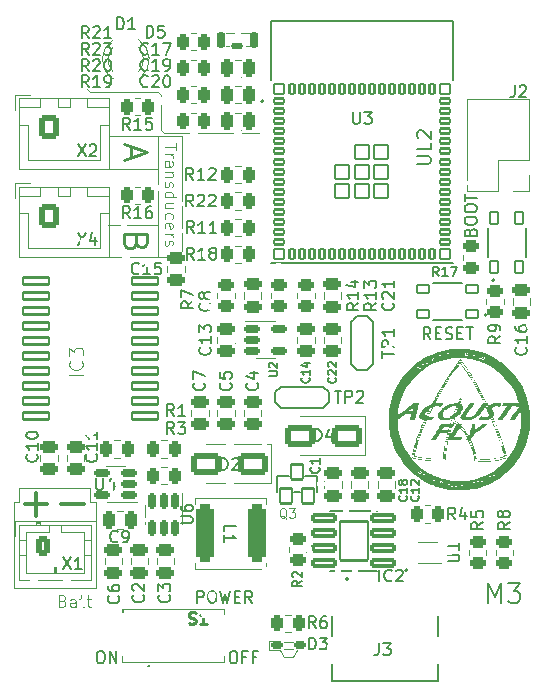
<source format=gbr>
%TF.GenerationSoftware,KiCad,Pcbnew,7.0.5*%
%TF.CreationDate,2024-05-30T23:49:04+02:00*%
%TF.ProjectId,Acoustifly,41636f75-7374-4696-966c-792e6b696361,rev?*%
%TF.SameCoordinates,Original*%
%TF.FileFunction,Legend,Top*%
%TF.FilePolarity,Positive*%
%FSLAX46Y46*%
G04 Gerber Fmt 4.6, Leading zero omitted, Abs format (unit mm)*
G04 Created by KiCad (PCBNEW 7.0.5) date 2024-05-30 23:49:04*
%MOMM*%
%LPD*%
G01*
G04 APERTURE LIST*
G04 Aperture macros list*
%AMRoundRect*
0 Rectangle with rounded corners*
0 $1 Rounding radius*
0 $2 $3 $4 $5 $6 $7 $8 $9 X,Y pos of 4 corners*
0 Add a 4 corners polygon primitive as box body*
4,1,4,$2,$3,$4,$5,$6,$7,$8,$9,$2,$3,0*
0 Add four circle primitives for the rounded corners*
1,1,$1+$1,$2,$3*
1,1,$1+$1,$4,$5*
1,1,$1+$1,$6,$7*
1,1,$1+$1,$8,$9*
0 Add four rect primitives between the rounded corners*
20,1,$1+$1,$2,$3,$4,$5,0*
20,1,$1+$1,$4,$5,$6,$7,0*
20,1,$1+$1,$6,$7,$8,$9,0*
20,1,$1+$1,$8,$9,$2,$3,0*%
G04 Aperture macros list end*
%ADD10C,0.100000*%
%ADD11C,0.125000*%
%ADD12C,0.240000*%
%ADD13C,0.200000*%
%ADD14C,0.142240*%
%ADD15C,0.304800*%
%ADD16C,0.150000*%
%ADD17C,0.119969*%
%ADD18C,0.250000*%
%ADD19C,0.093615*%
%ADD20C,0.120000*%
%ADD21C,0.203200*%
%ADD22C,0.127000*%
%ADD23C,0.010000*%
%ADD24RoundRect,0.250000X0.475000X-0.250000X0.475000X0.250000X-0.475000X0.250000X-0.475000X-0.250000X0*%
%ADD25RoundRect,0.250000X-0.262500X-0.450000X0.262500X-0.450000X0.262500X0.450000X-0.262500X0.450000X0*%
%ADD26C,1.400000*%
%ADD27C,3.200000*%
%ADD28RoundRect,0.250000X-0.450000X0.262500X-0.450000X-0.262500X0.450000X-0.262500X0.450000X0.262500X0*%
%ADD29RoundRect,0.250000X1.000000X0.650000X-1.000000X0.650000X-1.000000X-0.650000X1.000000X-0.650000X0*%
%ADD30RoundRect,0.150000X0.350000X0.150000X-0.350000X0.150000X-0.350000X-0.150000X0.350000X-0.150000X0*%
%ADD31RoundRect,0.150000X-0.150000X-0.555000X0.150000X-0.555000X0.150000X0.555000X-0.150000X0.555000X0*%
%ADD32RoundRect,0.107500X-0.432500X-0.107500X0.432500X-0.107500X0.432500X0.107500X-0.432500X0.107500X0*%
%ADD33RoundRect,0.250000X-0.475000X0.250000X-0.475000X-0.250000X0.475000X-0.250000X0.475000X0.250000X0*%
%ADD34RoundRect,0.101600X-0.500000X-0.635000X0.500000X-0.635000X0.500000X0.635000X-0.500000X0.635000X0*%
%ADD35RoundRect,0.250000X-0.250000X-0.475000X0.250000X-0.475000X0.250000X0.475000X-0.250000X0.475000X0*%
%ADD36RoundRect,0.250000X0.262500X0.450000X-0.262500X0.450000X-0.262500X-0.450000X0.262500X-0.450000X0*%
%ADD37RoundRect,0.250000X-0.600000X-0.750000X0.600000X-0.750000X0.600000X0.750000X-0.600000X0.750000X0*%
%ADD38O,1.700000X2.000000*%
%ADD39R,0.500000X0.375000*%
%ADD40R,0.650000X0.300000*%
%ADD41RoundRect,0.250000X-0.350000X-0.625000X0.350000X-0.625000X0.350000X0.625000X-0.350000X0.625000X0*%
%ADD42O,1.200000X1.750000*%
%ADD43RoundRect,0.250000X0.450000X-0.262500X0.450000X0.262500X-0.450000X0.262500X-0.450000X-0.262500X0*%
%ADD44RoundRect,0.144000X0.943000X0.258000X-0.943000X0.258000X-0.943000X-0.258000X0.943000X-0.258000X0*%
%ADD45RoundRect,0.102000X1.206500X1.651000X-1.206500X1.651000X-1.206500X-1.651000X1.206500X-1.651000X0*%
%ADD46R,1.700000X1.700000*%
%ADD47O,1.700000X1.700000*%
%ADD48RoundRect,0.150000X0.512500X0.150000X-0.512500X0.150000X-0.512500X-0.150000X0.512500X-0.150000X0*%
%ADD49C,0.600000*%
%ADD50O,1.104000X2.204000*%
%ADD51O,1.104000X1.904000*%
%ADD52RoundRect,0.150000X-0.150000X0.512500X-0.150000X-0.512500X0.150000X-0.512500X0.150000X0.512500X0*%
%ADD53RoundRect,0.387500X-0.387500X2.062500X-0.387500X-2.062500X0.387500X-2.062500X0.387500X2.062500X0*%
%ADD54RoundRect,0.102000X-0.400000X-0.200000X0.400000X-0.200000X0.400000X0.200000X-0.400000X0.200000X0*%
%ADD55RoundRect,0.102000X-0.200000X-0.400000X0.200000X-0.400000X0.200000X0.400000X-0.200000X0.400000X0*%
%ADD56RoundRect,0.102000X-0.600000X-0.600000X0.600000X-0.600000X0.600000X0.600000X-0.600000X0.600000X0*%
%ADD57RoundRect,0.102000X-0.400000X-0.400000X0.400000X-0.400000X0.400000X0.400000X-0.400000X0.400000X0*%
%ADD58RoundRect,0.150000X-0.512500X-0.150000X0.512500X-0.150000X0.512500X0.150000X-0.512500X0.150000X0*%
%ADD59RoundRect,0.102000X0.325000X-0.525000X0.325000X0.525000X-0.325000X0.525000X-0.325000X-0.525000X0*%
%ADD60RoundRect,0.102000X0.525000X0.325000X-0.525000X0.325000X-0.525000X-0.325000X0.525000X-0.325000X0*%
%ADD61C,1.300000*%
%ADD62C,2.483000*%
%ADD63RoundRect,0.101600X-1.100000X0.300000X-1.100000X-0.300000X1.100000X-0.300000X1.100000X0.300000X0*%
%ADD64R,1.800000X1.800000*%
%ADD65C,1.800000*%
%ADD66C,0.756400*%
G04 APERTURE END LIST*
D10*
X12850000Y44850000D02*
X12850000Y42100000D01*
X13100000Y48350000D02*
X13100000Y45350000D01*
X7600000Y13850000D02*
X7600000Y6600000D01*
X12850000Y37350000D02*
X12850000Y42100000D01*
X12850000Y37350000D02*
X8600000Y37350000D01*
X600000Y12300000D02*
X7600000Y12300000D01*
X12850000Y42100000D02*
X8660000Y42090000D01*
X12850000Y34600000D02*
X12850000Y37350000D01*
X7100000Y13850000D02*
X7600000Y13850000D01*
X8725000Y44850000D02*
X12850000Y44850000D01*
X7600000Y6600000D02*
X600000Y6600000D01*
X14838748Y34585000D02*
X12850000Y34600000D01*
X600000Y13850000D02*
X1100000Y13850000D01*
X12850000Y44850000D02*
X14850000Y44850000D01*
X6850000Y48850000D02*
X7100000Y48600000D01*
X13100000Y45350000D02*
X13350000Y45100000D01*
X8660000Y34590000D02*
X12850000Y34600000D01*
X600000Y6600000D02*
X600000Y13850000D01*
X13350000Y45100000D02*
X21350000Y45100000D01*
X1100000Y15100000D02*
X7100000Y15100000D01*
X12850000Y48600000D02*
X13100000Y48350000D01*
X1100000Y13850000D02*
X1100000Y15100000D01*
X14850000Y44850000D02*
X14838748Y34585000D01*
X7100000Y48600000D02*
X12850000Y48600000D01*
X7100000Y13850000D02*
X7100000Y15100000D01*
D11*
X14393880Y44230953D02*
X14393880Y43659525D01*
X13393880Y43945239D02*
X14393880Y43945239D01*
X13393880Y43326191D02*
X14060547Y43326191D01*
X13870071Y43326191D02*
X13965309Y43278572D01*
X13965309Y43278572D02*
X14012928Y43230953D01*
X14012928Y43230953D02*
X14060547Y43135715D01*
X14060547Y43135715D02*
X14060547Y43040477D01*
X13393880Y42278572D02*
X13917690Y42278572D01*
X13917690Y42278572D02*
X14012928Y42326191D01*
X14012928Y42326191D02*
X14060547Y42421429D01*
X14060547Y42421429D02*
X14060547Y42611905D01*
X14060547Y42611905D02*
X14012928Y42707143D01*
X13441500Y42278572D02*
X13393880Y42373810D01*
X13393880Y42373810D02*
X13393880Y42611905D01*
X13393880Y42611905D02*
X13441500Y42707143D01*
X13441500Y42707143D02*
X13536738Y42754762D01*
X13536738Y42754762D02*
X13631976Y42754762D01*
X13631976Y42754762D02*
X13727214Y42707143D01*
X13727214Y42707143D02*
X13774833Y42611905D01*
X13774833Y42611905D02*
X13774833Y42373810D01*
X13774833Y42373810D02*
X13822452Y42278572D01*
X14060547Y41802381D02*
X13393880Y41802381D01*
X13965309Y41802381D02*
X14012928Y41754762D01*
X14012928Y41754762D02*
X14060547Y41659524D01*
X14060547Y41659524D02*
X14060547Y41516667D01*
X14060547Y41516667D02*
X14012928Y41421429D01*
X14012928Y41421429D02*
X13917690Y41373810D01*
X13917690Y41373810D02*
X13393880Y41373810D01*
X13441500Y40945238D02*
X13393880Y40850000D01*
X13393880Y40850000D02*
X13393880Y40659524D01*
X13393880Y40659524D02*
X13441500Y40564286D01*
X13441500Y40564286D02*
X13536738Y40516667D01*
X13536738Y40516667D02*
X13584357Y40516667D01*
X13584357Y40516667D02*
X13679595Y40564286D01*
X13679595Y40564286D02*
X13727214Y40659524D01*
X13727214Y40659524D02*
X13727214Y40802381D01*
X13727214Y40802381D02*
X13774833Y40897619D01*
X13774833Y40897619D02*
X13870071Y40945238D01*
X13870071Y40945238D02*
X13917690Y40945238D01*
X13917690Y40945238D02*
X14012928Y40897619D01*
X14012928Y40897619D02*
X14060547Y40802381D01*
X14060547Y40802381D02*
X14060547Y40659524D01*
X14060547Y40659524D02*
X14012928Y40564286D01*
X13393880Y39659524D02*
X14393880Y39659524D01*
X13441500Y39659524D02*
X13393880Y39754762D01*
X13393880Y39754762D02*
X13393880Y39945238D01*
X13393880Y39945238D02*
X13441500Y40040476D01*
X13441500Y40040476D02*
X13489119Y40088095D01*
X13489119Y40088095D02*
X13584357Y40135714D01*
X13584357Y40135714D02*
X13870071Y40135714D01*
X13870071Y40135714D02*
X13965309Y40088095D01*
X13965309Y40088095D02*
X14012928Y40040476D01*
X14012928Y40040476D02*
X14060547Y39945238D01*
X14060547Y39945238D02*
X14060547Y39754762D01*
X14060547Y39754762D02*
X14012928Y39659524D01*
X14060547Y38754762D02*
X13393880Y38754762D01*
X14060547Y39183333D02*
X13536738Y39183333D01*
X13536738Y39183333D02*
X13441500Y39135714D01*
X13441500Y39135714D02*
X13393880Y39040476D01*
X13393880Y39040476D02*
X13393880Y38897619D01*
X13393880Y38897619D02*
X13441500Y38802381D01*
X13441500Y38802381D02*
X13489119Y38754762D01*
X13441500Y37850000D02*
X13393880Y37945238D01*
X13393880Y37945238D02*
X13393880Y38135714D01*
X13393880Y38135714D02*
X13441500Y38230952D01*
X13441500Y38230952D02*
X13489119Y38278571D01*
X13489119Y38278571D02*
X13584357Y38326190D01*
X13584357Y38326190D02*
X13870071Y38326190D01*
X13870071Y38326190D02*
X13965309Y38278571D01*
X13965309Y38278571D02*
X14012928Y38230952D01*
X14012928Y38230952D02*
X14060547Y38135714D01*
X14060547Y38135714D02*
X14060547Y37945238D01*
X14060547Y37945238D02*
X14012928Y37850000D01*
X13441500Y37040476D02*
X13393880Y37135714D01*
X13393880Y37135714D02*
X13393880Y37326190D01*
X13393880Y37326190D02*
X13441500Y37421428D01*
X13441500Y37421428D02*
X13536738Y37469047D01*
X13536738Y37469047D02*
X13917690Y37469047D01*
X13917690Y37469047D02*
X14012928Y37421428D01*
X14012928Y37421428D02*
X14060547Y37326190D01*
X14060547Y37326190D02*
X14060547Y37135714D01*
X14060547Y37135714D02*
X14012928Y37040476D01*
X14012928Y37040476D02*
X13917690Y36992857D01*
X13917690Y36992857D02*
X13822452Y36992857D01*
X13822452Y36992857D02*
X13727214Y37469047D01*
X13393880Y36564285D02*
X14060547Y36564285D01*
X13870071Y36564285D02*
X13965309Y36516666D01*
X13965309Y36516666D02*
X14012928Y36469047D01*
X14012928Y36469047D02*
X14060547Y36373809D01*
X14060547Y36373809D02*
X14060547Y36278571D01*
X13441500Y35992856D02*
X13393880Y35897618D01*
X13393880Y35897618D02*
X13393880Y35707142D01*
X13393880Y35707142D02*
X13441500Y35611904D01*
X13441500Y35611904D02*
X13536738Y35564285D01*
X13536738Y35564285D02*
X13584357Y35564285D01*
X13584357Y35564285D02*
X13679595Y35611904D01*
X13679595Y35611904D02*
X13727214Y35707142D01*
X13727214Y35707142D02*
X13727214Y35849999D01*
X13727214Y35849999D02*
X13774833Y35945237D01*
X13774833Y35945237D02*
X13870071Y35992856D01*
X13870071Y35992856D02*
X13917690Y35992856D01*
X13917690Y35992856D02*
X14012928Y35945237D01*
X14012928Y35945237D02*
X14060547Y35849999D01*
X14060547Y35849999D02*
X14060547Y35707142D01*
X14060547Y35707142D02*
X14012928Y35611904D01*
D12*
X10984860Y35857143D02*
X10889622Y35571429D01*
X10889622Y35571429D02*
X10794384Y35476191D01*
X10794384Y35476191D02*
X10603908Y35380953D01*
X10603908Y35380953D02*
X10318194Y35380953D01*
X10318194Y35380953D02*
X10127718Y35476191D01*
X10127718Y35476191D02*
X10032480Y35571429D01*
X10032480Y35571429D02*
X9937241Y35761905D01*
X9937241Y35761905D02*
X9937241Y36523810D01*
X9937241Y36523810D02*
X11937241Y36523810D01*
X11937241Y36523810D02*
X11937241Y35857143D01*
X11937241Y35857143D02*
X11842003Y35666667D01*
X11842003Y35666667D02*
X11746765Y35571429D01*
X11746765Y35571429D02*
X11556289Y35476191D01*
X11556289Y35476191D02*
X11365813Y35476191D01*
X11365813Y35476191D02*
X11175337Y35571429D01*
X11175337Y35571429D02*
X11080099Y35666667D01*
X11080099Y35666667D02*
X10984860Y35857143D01*
X10984860Y35857143D02*
X10984860Y36523810D01*
D13*
X39278409Y36742858D02*
X39326028Y36885715D01*
X39326028Y36885715D02*
X39373647Y36933334D01*
X39373647Y36933334D02*
X39468885Y36980953D01*
X39468885Y36980953D02*
X39611742Y36980953D01*
X39611742Y36980953D02*
X39706980Y36933334D01*
X39706980Y36933334D02*
X39754600Y36885715D01*
X39754600Y36885715D02*
X39802219Y36790477D01*
X39802219Y36790477D02*
X39802219Y36409525D01*
X39802219Y36409525D02*
X38802219Y36409525D01*
X38802219Y36409525D02*
X38802219Y36742858D01*
X38802219Y36742858D02*
X38849838Y36838096D01*
X38849838Y36838096D02*
X38897457Y36885715D01*
X38897457Y36885715D02*
X38992695Y36933334D01*
X38992695Y36933334D02*
X39087933Y36933334D01*
X39087933Y36933334D02*
X39183171Y36885715D01*
X39183171Y36885715D02*
X39230790Y36838096D01*
X39230790Y36838096D02*
X39278409Y36742858D01*
X39278409Y36742858D02*
X39278409Y36409525D01*
X38802219Y37600001D02*
X38802219Y37790477D01*
X38802219Y37790477D02*
X38849838Y37885715D01*
X38849838Y37885715D02*
X38945076Y37980953D01*
X38945076Y37980953D02*
X39135552Y38028572D01*
X39135552Y38028572D02*
X39468885Y38028572D01*
X39468885Y38028572D02*
X39659361Y37980953D01*
X39659361Y37980953D02*
X39754600Y37885715D01*
X39754600Y37885715D02*
X39802219Y37790477D01*
X39802219Y37790477D02*
X39802219Y37600001D01*
X39802219Y37600001D02*
X39754600Y37504763D01*
X39754600Y37504763D02*
X39659361Y37409525D01*
X39659361Y37409525D02*
X39468885Y37361906D01*
X39468885Y37361906D02*
X39135552Y37361906D01*
X39135552Y37361906D02*
X38945076Y37409525D01*
X38945076Y37409525D02*
X38849838Y37504763D01*
X38849838Y37504763D02*
X38802219Y37600001D01*
X38802219Y38647620D02*
X38802219Y38838096D01*
X38802219Y38838096D02*
X38849838Y38933334D01*
X38849838Y38933334D02*
X38945076Y39028572D01*
X38945076Y39028572D02*
X39135552Y39076191D01*
X39135552Y39076191D02*
X39468885Y39076191D01*
X39468885Y39076191D02*
X39659361Y39028572D01*
X39659361Y39028572D02*
X39754600Y38933334D01*
X39754600Y38933334D02*
X39802219Y38838096D01*
X39802219Y38838096D02*
X39802219Y38647620D01*
X39802219Y38647620D02*
X39754600Y38552382D01*
X39754600Y38552382D02*
X39659361Y38457144D01*
X39659361Y38457144D02*
X39468885Y38409525D01*
X39468885Y38409525D02*
X39135552Y38409525D01*
X39135552Y38409525D02*
X38945076Y38457144D01*
X38945076Y38457144D02*
X38849838Y38552382D01*
X38849838Y38552382D02*
X38802219Y38647620D01*
X38802219Y39361906D02*
X38802219Y39933334D01*
X39802219Y39647620D02*
X38802219Y39647620D01*
D14*
X34745745Y42479293D02*
X35717174Y42479293D01*
X35717174Y42479293D02*
X35831460Y42536436D01*
X35831460Y42536436D02*
X35888603Y42593578D01*
X35888603Y42593578D02*
X35945745Y42707864D01*
X35945745Y42707864D02*
X35945745Y42936436D01*
X35945745Y42936436D02*
X35888603Y43050721D01*
X35888603Y43050721D02*
X35831460Y43107864D01*
X35831460Y43107864D02*
X35717174Y43165007D01*
X35717174Y43165007D02*
X34745745Y43165007D01*
X35945745Y44307864D02*
X35945745Y43736436D01*
X35945745Y43736436D02*
X34745745Y43736436D01*
X34860031Y44650722D02*
X34802888Y44707865D01*
X34802888Y44707865D02*
X34745745Y44822150D01*
X34745745Y44822150D02*
X34745745Y45107865D01*
X34745745Y45107865D02*
X34802888Y45222150D01*
X34802888Y45222150D02*
X34860031Y45279293D01*
X34860031Y45279293D02*
X34974317Y45336436D01*
X34974317Y45336436D02*
X35088603Y45336436D01*
X35088603Y45336436D02*
X35260031Y45279293D01*
X35260031Y45279293D02*
X35945745Y44593579D01*
X35945745Y44593579D02*
X35945745Y45336436D01*
X19122149Y1229778D02*
X19312625Y1229778D01*
X19312625Y1229778D02*
X19407863Y1182159D01*
X19407863Y1182159D02*
X19503101Y1086921D01*
X19503101Y1086921D02*
X19550720Y896445D01*
X19550720Y896445D02*
X19550720Y563112D01*
X19550720Y563112D02*
X19503101Y372636D01*
X19503101Y372636D02*
X19407863Y277397D01*
X19407863Y277397D02*
X19312625Y229778D01*
X19312625Y229778D02*
X19122149Y229778D01*
X19122149Y229778D02*
X19026911Y277397D01*
X19026911Y277397D02*
X18931673Y372636D01*
X18931673Y372636D02*
X18884054Y563112D01*
X18884054Y563112D02*
X18884054Y896445D01*
X18884054Y896445D02*
X18931673Y1086921D01*
X18931673Y1086921D02*
X19026911Y1182159D01*
X19026911Y1182159D02*
X19122149Y1229778D01*
X20312625Y753588D02*
X19979292Y753588D01*
X19979292Y229778D02*
X19979292Y1229778D01*
X19979292Y1229778D02*
X20455482Y1229778D01*
X21169768Y753588D02*
X20836435Y753588D01*
X20836435Y229778D02*
X20836435Y1229778D01*
X20836435Y1229778D02*
X21312625Y1229778D01*
D12*
X10508670Y43976191D02*
X10508670Y43023810D01*
X9937241Y44166667D02*
X11937241Y43500001D01*
X11937241Y43500001D02*
X9937241Y42833334D01*
D15*
X6554235Y13675817D02*
X4649474Y13675817D01*
X3458997Y13675817D02*
X1554236Y13675817D01*
X2506616Y14628198D02*
X2506616Y12723436D01*
D14*
X40775813Y5350663D02*
X40775813Y6986423D01*
X40775813Y6986423D02*
X41321067Y5818023D01*
X41321067Y5818023D02*
X41866320Y6986423D01*
X41866320Y6986423D02*
X41866320Y5350663D01*
X42489467Y6986423D02*
X43502080Y6986423D01*
X43502080Y6986423D02*
X42956827Y6363276D01*
X42956827Y6363276D02*
X43190507Y6363276D01*
X43190507Y6363276D02*
X43346293Y6285383D01*
X43346293Y6285383D02*
X43424187Y6207490D01*
X43424187Y6207490D02*
X43502080Y6051703D01*
X43502080Y6051703D02*
X43502080Y5662236D01*
X43502080Y5662236D02*
X43424187Y5506450D01*
X43424187Y5506450D02*
X43346293Y5428556D01*
X43346293Y5428556D02*
X43190507Y5350663D01*
X43190507Y5350663D02*
X42723147Y5350663D01*
X42723147Y5350663D02*
X42567360Y5428556D01*
X42567360Y5428556D02*
X42489467Y5506450D01*
X7872149Y1229778D02*
X8062625Y1229778D01*
X8062625Y1229778D02*
X8157863Y1182159D01*
X8157863Y1182159D02*
X8253101Y1086921D01*
X8253101Y1086921D02*
X8300720Y896445D01*
X8300720Y896445D02*
X8300720Y563112D01*
X8300720Y563112D02*
X8253101Y372636D01*
X8253101Y372636D02*
X8157863Y277397D01*
X8157863Y277397D02*
X8062625Y229778D01*
X8062625Y229778D02*
X7872149Y229778D01*
X7872149Y229778D02*
X7776911Y277397D01*
X7776911Y277397D02*
X7681673Y372636D01*
X7681673Y372636D02*
X7634054Y563112D01*
X7634054Y563112D02*
X7634054Y896445D01*
X7634054Y896445D02*
X7681673Y1086921D01*
X7681673Y1086921D02*
X7776911Y1182159D01*
X7776911Y1182159D02*
X7872149Y1229778D01*
X8729292Y229778D02*
X8729292Y1229778D01*
X8729292Y1229778D02*
X9300720Y229778D01*
X9300720Y229778D02*
X9300720Y1229778D01*
D11*
X4753664Y5502691D02*
X4896521Y5455072D01*
X4896521Y5455072D02*
X4944140Y5407453D01*
X4944140Y5407453D02*
X4991759Y5312215D01*
X4991759Y5312215D02*
X4991759Y5169358D01*
X4991759Y5169358D02*
X4944140Y5074120D01*
X4944140Y5074120D02*
X4896521Y5026500D01*
X4896521Y5026500D02*
X4801283Y4978881D01*
X4801283Y4978881D02*
X4420331Y4978881D01*
X4420331Y4978881D02*
X4420331Y5978881D01*
X4420331Y5978881D02*
X4753664Y5978881D01*
X4753664Y5978881D02*
X4848902Y5931262D01*
X4848902Y5931262D02*
X4896521Y5883643D01*
X4896521Y5883643D02*
X4944140Y5788405D01*
X4944140Y5788405D02*
X4944140Y5693167D01*
X4944140Y5693167D02*
X4896521Y5597929D01*
X4896521Y5597929D02*
X4848902Y5550310D01*
X4848902Y5550310D02*
X4753664Y5502691D01*
X4753664Y5502691D02*
X4420331Y5502691D01*
X5848902Y4978881D02*
X5848902Y5502691D01*
X5848902Y5502691D02*
X5801283Y5597929D01*
X5801283Y5597929D02*
X5706045Y5645548D01*
X5706045Y5645548D02*
X5515569Y5645548D01*
X5515569Y5645548D02*
X5420331Y5597929D01*
X5848902Y5026500D02*
X5753664Y4978881D01*
X5753664Y4978881D02*
X5515569Y4978881D01*
X5515569Y4978881D02*
X5420331Y5026500D01*
X5420331Y5026500D02*
X5372712Y5121739D01*
X5372712Y5121739D02*
X5372712Y5216977D01*
X5372712Y5216977D02*
X5420331Y5312215D01*
X5420331Y5312215D02*
X5515569Y5359834D01*
X5515569Y5359834D02*
X5753664Y5359834D01*
X5753664Y5359834D02*
X5848902Y5407453D01*
X6182236Y5645548D02*
X6563188Y5645548D01*
X6325093Y5978881D02*
X6325093Y5121739D01*
X6325093Y5121739D02*
X6372712Y5026500D01*
X6372712Y5026500D02*
X6467950Y4978881D01*
X6467950Y4978881D02*
X6563188Y4978881D01*
X6753665Y5645548D02*
X7134617Y5645548D01*
X6896522Y5978881D02*
X6896522Y5121739D01*
X6896522Y5121739D02*
X6944141Y5026500D01*
X6944141Y5026500D02*
X7039379Y4978881D01*
X7039379Y4978881D02*
X7134617Y4978881D01*
D13*
X35897618Y27647781D02*
X35564285Y28123972D01*
X35326190Y27647781D02*
X35326190Y28647781D01*
X35326190Y28647781D02*
X35707142Y28647781D01*
X35707142Y28647781D02*
X35802380Y28600162D01*
X35802380Y28600162D02*
X35849999Y28552543D01*
X35849999Y28552543D02*
X35897618Y28457305D01*
X35897618Y28457305D02*
X35897618Y28314448D01*
X35897618Y28314448D02*
X35849999Y28219210D01*
X35849999Y28219210D02*
X35802380Y28171591D01*
X35802380Y28171591D02*
X35707142Y28123972D01*
X35707142Y28123972D02*
X35326190Y28123972D01*
X36326190Y28171591D02*
X36659523Y28171591D01*
X36802380Y27647781D02*
X36326190Y27647781D01*
X36326190Y27647781D02*
X36326190Y28647781D01*
X36326190Y28647781D02*
X36802380Y28647781D01*
X37183333Y27695400D02*
X37326190Y27647781D01*
X37326190Y27647781D02*
X37564285Y27647781D01*
X37564285Y27647781D02*
X37659523Y27695400D01*
X37659523Y27695400D02*
X37707142Y27743020D01*
X37707142Y27743020D02*
X37754761Y27838258D01*
X37754761Y27838258D02*
X37754761Y27933496D01*
X37754761Y27933496D02*
X37707142Y28028734D01*
X37707142Y28028734D02*
X37659523Y28076353D01*
X37659523Y28076353D02*
X37564285Y28123972D01*
X37564285Y28123972D02*
X37373809Y28171591D01*
X37373809Y28171591D02*
X37278571Y28219210D01*
X37278571Y28219210D02*
X37230952Y28266829D01*
X37230952Y28266829D02*
X37183333Y28362067D01*
X37183333Y28362067D02*
X37183333Y28457305D01*
X37183333Y28457305D02*
X37230952Y28552543D01*
X37230952Y28552543D02*
X37278571Y28600162D01*
X37278571Y28600162D02*
X37373809Y28647781D01*
X37373809Y28647781D02*
X37611904Y28647781D01*
X37611904Y28647781D02*
X37754761Y28600162D01*
X38183333Y28171591D02*
X38516666Y28171591D01*
X38659523Y27647781D02*
X38183333Y27647781D01*
X38183333Y27647781D02*
X38183333Y28647781D01*
X38183333Y28647781D02*
X38659523Y28647781D01*
X38945238Y28647781D02*
X39516666Y28647781D01*
X39230952Y27647781D02*
X39230952Y28647781D01*
D14*
X16133769Y5336490D02*
X16133769Y6336490D01*
X16133769Y6336490D02*
X16514721Y6336490D01*
X16514721Y6336490D02*
X16609959Y6288871D01*
X16609959Y6288871D02*
X16657578Y6241252D01*
X16657578Y6241252D02*
X16705197Y6146014D01*
X16705197Y6146014D02*
X16705197Y6003157D01*
X16705197Y6003157D02*
X16657578Y5907919D01*
X16657578Y5907919D02*
X16609959Y5860300D01*
X16609959Y5860300D02*
X16514721Y5812681D01*
X16514721Y5812681D02*
X16133769Y5812681D01*
X17324245Y6336490D02*
X17514721Y6336490D01*
X17514721Y6336490D02*
X17609959Y6288871D01*
X17609959Y6288871D02*
X17705197Y6193633D01*
X17705197Y6193633D02*
X17752816Y6003157D01*
X17752816Y6003157D02*
X17752816Y5669824D01*
X17752816Y5669824D02*
X17705197Y5479348D01*
X17705197Y5479348D02*
X17609959Y5384109D01*
X17609959Y5384109D02*
X17514721Y5336490D01*
X17514721Y5336490D02*
X17324245Y5336490D01*
X17324245Y5336490D02*
X17229007Y5384109D01*
X17229007Y5384109D02*
X17133769Y5479348D01*
X17133769Y5479348D02*
X17086150Y5669824D01*
X17086150Y5669824D02*
X17086150Y6003157D01*
X17086150Y6003157D02*
X17133769Y6193633D01*
X17133769Y6193633D02*
X17229007Y6288871D01*
X17229007Y6288871D02*
X17324245Y6336490D01*
X18086150Y6336490D02*
X18324245Y5336490D01*
X18324245Y5336490D02*
X18514721Y6050776D01*
X18514721Y6050776D02*
X18705197Y5336490D01*
X18705197Y5336490D02*
X18943293Y6336490D01*
X19324245Y5860300D02*
X19657578Y5860300D01*
X19800435Y5336490D02*
X19324245Y5336490D01*
X19324245Y5336490D02*
X19324245Y6336490D01*
X19324245Y6336490D02*
X19800435Y6336490D01*
X20800435Y5336490D02*
X20467102Y5812681D01*
X20229007Y5336490D02*
X20229007Y6336490D01*
X20229007Y6336490D02*
X20609959Y6336490D01*
X20609959Y6336490D02*
X20705197Y6288871D01*
X20705197Y6288871D02*
X20752816Y6241252D01*
X20752816Y6241252D02*
X20800435Y6146014D01*
X20800435Y6146014D02*
X20800435Y6003157D01*
X20800435Y6003157D02*
X20752816Y5907919D01*
X20752816Y5907919D02*
X20705197Y5860300D01*
X20705197Y5860300D02*
X20609959Y5812681D01*
X20609959Y5812681D02*
X20229007Y5812681D01*
D16*
%TO.C,C15*%
X11207142Y33240420D02*
X11159523Y33192800D01*
X11159523Y33192800D02*
X11016666Y33145181D01*
X11016666Y33145181D02*
X10921428Y33145181D01*
X10921428Y33145181D02*
X10778571Y33192800D01*
X10778571Y33192800D02*
X10683333Y33288039D01*
X10683333Y33288039D02*
X10635714Y33383277D01*
X10635714Y33383277D02*
X10588095Y33573753D01*
X10588095Y33573753D02*
X10588095Y33716610D01*
X10588095Y33716610D02*
X10635714Y33907086D01*
X10635714Y33907086D02*
X10683333Y34002324D01*
X10683333Y34002324D02*
X10778571Y34097562D01*
X10778571Y34097562D02*
X10921428Y34145181D01*
X10921428Y34145181D02*
X11016666Y34145181D01*
X11016666Y34145181D02*
X11159523Y34097562D01*
X11159523Y34097562D02*
X11207142Y34049943D01*
X12159523Y33145181D02*
X11588095Y33145181D01*
X11873809Y33145181D02*
X11873809Y34145181D01*
X11873809Y34145181D02*
X11778571Y34002324D01*
X11778571Y34002324D02*
X11683333Y33907086D01*
X11683333Y33907086D02*
X11588095Y33859467D01*
X13064285Y34145181D02*
X12588095Y34145181D01*
X12588095Y34145181D02*
X12540476Y33668991D01*
X12540476Y33668991D02*
X12588095Y33716610D01*
X12588095Y33716610D02*
X12683333Y33764229D01*
X12683333Y33764229D02*
X12921428Y33764229D01*
X12921428Y33764229D02*
X13016666Y33716610D01*
X13016666Y33716610D02*
X13064285Y33668991D01*
X13064285Y33668991D02*
X13111904Y33573753D01*
X13111904Y33573753D02*
X13111904Y33335658D01*
X13111904Y33335658D02*
X13064285Y33240420D01*
X13064285Y33240420D02*
X13016666Y33192800D01*
X13016666Y33192800D02*
X12921428Y33145181D01*
X12921428Y33145181D02*
X12683333Y33145181D01*
X12683333Y33145181D02*
X12588095Y33192800D01*
X12588095Y33192800D02*
X12540476Y33240420D01*
%TO.C,R15*%
X10457142Y45395181D02*
X10123809Y45871372D01*
X9885714Y45395181D02*
X9885714Y46395181D01*
X9885714Y46395181D02*
X10266666Y46395181D01*
X10266666Y46395181D02*
X10361904Y46347562D01*
X10361904Y46347562D02*
X10409523Y46299943D01*
X10409523Y46299943D02*
X10457142Y46204705D01*
X10457142Y46204705D02*
X10457142Y46061848D01*
X10457142Y46061848D02*
X10409523Y45966610D01*
X10409523Y45966610D02*
X10361904Y45918991D01*
X10361904Y45918991D02*
X10266666Y45871372D01*
X10266666Y45871372D02*
X9885714Y45871372D01*
X11409523Y45395181D02*
X10838095Y45395181D01*
X11123809Y45395181D02*
X11123809Y46395181D01*
X11123809Y46395181D02*
X11028571Y46252324D01*
X11028571Y46252324D02*
X10933333Y46157086D01*
X10933333Y46157086D02*
X10838095Y46109467D01*
X12314285Y46395181D02*
X11838095Y46395181D01*
X11838095Y46395181D02*
X11790476Y45918991D01*
X11790476Y45918991D02*
X11838095Y45966610D01*
X11838095Y45966610D02*
X11933333Y46014229D01*
X11933333Y46014229D02*
X12171428Y46014229D01*
X12171428Y46014229D02*
X12266666Y45966610D01*
X12266666Y45966610D02*
X12314285Y45918991D01*
X12314285Y45918991D02*
X12361904Y45823753D01*
X12361904Y45823753D02*
X12361904Y45585658D01*
X12361904Y45585658D02*
X12314285Y45490420D01*
X12314285Y45490420D02*
X12266666Y45442800D01*
X12266666Y45442800D02*
X12171428Y45395181D01*
X12171428Y45395181D02*
X11933333Y45395181D01*
X11933333Y45395181D02*
X11838095Y45442800D01*
X11838095Y45442800D02*
X11790476Y45490420D01*
%TO.C,TP1*%
X31804819Y26088096D02*
X31804819Y26659524D01*
X32804819Y26373810D02*
X31804819Y26373810D01*
X32804819Y26992858D02*
X31804819Y26992858D01*
X31804819Y26992858D02*
X31804819Y27373810D01*
X31804819Y27373810D02*
X31852438Y27469048D01*
X31852438Y27469048D02*
X31900057Y27516667D01*
X31900057Y27516667D02*
X31995295Y27564286D01*
X31995295Y27564286D02*
X32138152Y27564286D01*
X32138152Y27564286D02*
X32233390Y27516667D01*
X32233390Y27516667D02*
X32281009Y27469048D01*
X32281009Y27469048D02*
X32328628Y27373810D01*
X32328628Y27373810D02*
X32328628Y26992858D01*
X32804819Y28516667D02*
X32804819Y27945239D01*
X32804819Y28230953D02*
X31804819Y28230953D01*
X31804819Y28230953D02*
X31947676Y28135715D01*
X31947676Y28135715D02*
X32042914Y28040477D01*
X32042914Y28040477D02*
X32090533Y27945239D01*
%TO.C,R2*%
X25012295Y7216668D02*
X24631342Y6950001D01*
X25012295Y6759525D02*
X24212295Y6759525D01*
X24212295Y6759525D02*
X24212295Y7064287D01*
X24212295Y7064287D02*
X24250390Y7140477D01*
X24250390Y7140477D02*
X24288485Y7178572D01*
X24288485Y7178572D02*
X24364676Y7216668D01*
X24364676Y7216668D02*
X24478961Y7216668D01*
X24478961Y7216668D02*
X24555152Y7178572D01*
X24555152Y7178572D02*
X24593247Y7140477D01*
X24593247Y7140477D02*
X24631342Y7064287D01*
X24631342Y7064287D02*
X24631342Y6759525D01*
X24288485Y7521429D02*
X24250390Y7559525D01*
X24250390Y7559525D02*
X24212295Y7635715D01*
X24212295Y7635715D02*
X24212295Y7826191D01*
X24212295Y7826191D02*
X24250390Y7902382D01*
X24250390Y7902382D02*
X24288485Y7940477D01*
X24288485Y7940477D02*
X24364676Y7978572D01*
X24364676Y7978572D02*
X24440866Y7978572D01*
X24440866Y7978572D02*
X24555152Y7940477D01*
X24555152Y7940477D02*
X25012295Y7483334D01*
X25012295Y7483334D02*
X25012295Y7978572D01*
%TO.C,D4*%
X26111905Y19045181D02*
X26111905Y20045181D01*
X26111905Y20045181D02*
X26350000Y20045181D01*
X26350000Y20045181D02*
X26492857Y19997562D01*
X26492857Y19997562D02*
X26588095Y19902324D01*
X26588095Y19902324D02*
X26635714Y19807086D01*
X26635714Y19807086D02*
X26683333Y19616610D01*
X26683333Y19616610D02*
X26683333Y19473753D01*
X26683333Y19473753D02*
X26635714Y19283277D01*
X26635714Y19283277D02*
X26588095Y19188039D01*
X26588095Y19188039D02*
X26492857Y19092800D01*
X26492857Y19092800D02*
X26350000Y19045181D01*
X26350000Y19045181D02*
X26111905Y19045181D01*
X27540476Y19711848D02*
X27540476Y19045181D01*
X27302381Y20092800D02*
X27064286Y19378515D01*
X27064286Y19378515D02*
X27683333Y19378515D01*
%TO.C,D3*%
X25611905Y1395181D02*
X25611905Y2395181D01*
X25611905Y2395181D02*
X25850000Y2395181D01*
X25850000Y2395181D02*
X25992857Y2347562D01*
X25992857Y2347562D02*
X26088095Y2252324D01*
X26088095Y2252324D02*
X26135714Y2157086D01*
X26135714Y2157086D02*
X26183333Y1966610D01*
X26183333Y1966610D02*
X26183333Y1823753D01*
X26183333Y1823753D02*
X26135714Y1633277D01*
X26135714Y1633277D02*
X26088095Y1538039D01*
X26088095Y1538039D02*
X25992857Y1442800D01*
X25992857Y1442800D02*
X25850000Y1395181D01*
X25850000Y1395181D02*
X25611905Y1395181D01*
X26516667Y2395181D02*
X27135714Y2395181D01*
X27135714Y2395181D02*
X26802381Y2014229D01*
X26802381Y2014229D02*
X26945238Y2014229D01*
X26945238Y2014229D02*
X27040476Y1966610D01*
X27040476Y1966610D02*
X27088095Y1918991D01*
X27088095Y1918991D02*
X27135714Y1823753D01*
X27135714Y1823753D02*
X27135714Y1585658D01*
X27135714Y1585658D02*
X27088095Y1490420D01*
X27088095Y1490420D02*
X27040476Y1442800D01*
X27040476Y1442800D02*
X26945238Y1395181D01*
X26945238Y1395181D02*
X26659524Y1395181D01*
X26659524Y1395181D02*
X26564286Y1442800D01*
X26564286Y1442800D02*
X26516667Y1490420D01*
%TO.C,C22*%
X27849366Y24400000D02*
X27882700Y24366667D01*
X27882700Y24366667D02*
X27916033Y24266667D01*
X27916033Y24266667D02*
X27916033Y24200000D01*
X27916033Y24200000D02*
X27882700Y24100000D01*
X27882700Y24100000D02*
X27816033Y24033333D01*
X27816033Y24033333D02*
X27749366Y24000000D01*
X27749366Y24000000D02*
X27616033Y23966667D01*
X27616033Y23966667D02*
X27516033Y23966667D01*
X27516033Y23966667D02*
X27382700Y24000000D01*
X27382700Y24000000D02*
X27316033Y24033333D01*
X27316033Y24033333D02*
X27249366Y24100000D01*
X27249366Y24100000D02*
X27216033Y24200000D01*
X27216033Y24200000D02*
X27216033Y24266667D01*
X27216033Y24266667D02*
X27249366Y24366667D01*
X27249366Y24366667D02*
X27282700Y24400000D01*
X27282700Y24666667D02*
X27249366Y24700000D01*
X27249366Y24700000D02*
X27216033Y24766667D01*
X27216033Y24766667D02*
X27216033Y24933333D01*
X27216033Y24933333D02*
X27249366Y25000000D01*
X27249366Y25000000D02*
X27282700Y25033333D01*
X27282700Y25033333D02*
X27349366Y25066667D01*
X27349366Y25066667D02*
X27416033Y25066667D01*
X27416033Y25066667D02*
X27516033Y25033333D01*
X27516033Y25033333D02*
X27916033Y24633333D01*
X27916033Y24633333D02*
X27916033Y25066667D01*
X27282700Y25333334D02*
X27249366Y25366667D01*
X27249366Y25366667D02*
X27216033Y25433334D01*
X27216033Y25433334D02*
X27216033Y25600000D01*
X27216033Y25600000D02*
X27249366Y25666667D01*
X27249366Y25666667D02*
X27282700Y25700000D01*
X27282700Y25700000D02*
X27349366Y25733334D01*
X27349366Y25733334D02*
X27416033Y25733334D01*
X27416033Y25733334D02*
X27516033Y25700000D01*
X27516033Y25700000D02*
X27916033Y25300000D01*
X27916033Y25300000D02*
X27916033Y25733334D01*
%TO.C,C4*%
X21209580Y23933334D02*
X21257200Y23885715D01*
X21257200Y23885715D02*
X21304819Y23742858D01*
X21304819Y23742858D02*
X21304819Y23647620D01*
X21304819Y23647620D02*
X21257200Y23504763D01*
X21257200Y23504763D02*
X21161961Y23409525D01*
X21161961Y23409525D02*
X21066723Y23361906D01*
X21066723Y23361906D02*
X20876247Y23314287D01*
X20876247Y23314287D02*
X20733390Y23314287D01*
X20733390Y23314287D02*
X20542914Y23361906D01*
X20542914Y23361906D02*
X20447676Y23409525D01*
X20447676Y23409525D02*
X20352438Y23504763D01*
X20352438Y23504763D02*
X20304819Y23647620D01*
X20304819Y23647620D02*
X20304819Y23742858D01*
X20304819Y23742858D02*
X20352438Y23885715D01*
X20352438Y23885715D02*
X20400057Y23933334D01*
X20638152Y24790477D02*
X21304819Y24790477D01*
X20257200Y24552382D02*
X20971485Y24314287D01*
X20971485Y24314287D02*
X20971485Y24933334D01*
%TO.C,D5*%
X11861905Y53195181D02*
X11861905Y54195181D01*
X11861905Y54195181D02*
X12100000Y54195181D01*
X12100000Y54195181D02*
X12242857Y54147562D01*
X12242857Y54147562D02*
X12338095Y54052324D01*
X12338095Y54052324D02*
X12385714Y53957086D01*
X12385714Y53957086D02*
X12433333Y53766610D01*
X12433333Y53766610D02*
X12433333Y53623753D01*
X12433333Y53623753D02*
X12385714Y53433277D01*
X12385714Y53433277D02*
X12338095Y53338039D01*
X12338095Y53338039D02*
X12242857Y53242800D01*
X12242857Y53242800D02*
X12100000Y53195181D01*
X12100000Y53195181D02*
X11861905Y53195181D01*
X13338095Y54195181D02*
X12861905Y54195181D01*
X12861905Y54195181D02*
X12814286Y53718991D01*
X12814286Y53718991D02*
X12861905Y53766610D01*
X12861905Y53766610D02*
X12957143Y53814229D01*
X12957143Y53814229D02*
X13195238Y53814229D01*
X13195238Y53814229D02*
X13290476Y53766610D01*
X13290476Y53766610D02*
X13338095Y53718991D01*
X13338095Y53718991D02*
X13385714Y53623753D01*
X13385714Y53623753D02*
X13385714Y53385658D01*
X13385714Y53385658D02*
X13338095Y53290420D01*
X13338095Y53290420D02*
X13290476Y53242800D01*
X13290476Y53242800D02*
X13195238Y53195181D01*
X13195238Y53195181D02*
X12957143Y53195181D01*
X12957143Y53195181D02*
X12861905Y53242800D01*
X12861905Y53242800D02*
X12814286Y53290420D01*
%TO.C,D2*%
X18161905Y16595181D02*
X18161905Y17595181D01*
X18161905Y17595181D02*
X18400000Y17595181D01*
X18400000Y17595181D02*
X18542857Y17547562D01*
X18542857Y17547562D02*
X18638095Y17452324D01*
X18638095Y17452324D02*
X18685714Y17357086D01*
X18685714Y17357086D02*
X18733333Y17166610D01*
X18733333Y17166610D02*
X18733333Y17023753D01*
X18733333Y17023753D02*
X18685714Y16833277D01*
X18685714Y16833277D02*
X18638095Y16738039D01*
X18638095Y16738039D02*
X18542857Y16642800D01*
X18542857Y16642800D02*
X18400000Y16595181D01*
X18400000Y16595181D02*
X18161905Y16595181D01*
X19114286Y17499943D02*
X19161905Y17547562D01*
X19161905Y17547562D02*
X19257143Y17595181D01*
X19257143Y17595181D02*
X19495238Y17595181D01*
X19495238Y17595181D02*
X19590476Y17547562D01*
X19590476Y17547562D02*
X19638095Y17499943D01*
X19638095Y17499943D02*
X19685714Y17404705D01*
X19685714Y17404705D02*
X19685714Y17309467D01*
X19685714Y17309467D02*
X19638095Y17166610D01*
X19638095Y17166610D02*
X19066667Y16595181D01*
X19066667Y16595181D02*
X19685714Y16595181D01*
%TO.C,C18*%
X33849366Y14400000D02*
X33882700Y14366667D01*
X33882700Y14366667D02*
X33916033Y14266667D01*
X33916033Y14266667D02*
X33916033Y14200000D01*
X33916033Y14200000D02*
X33882700Y14100000D01*
X33882700Y14100000D02*
X33816033Y14033333D01*
X33816033Y14033333D02*
X33749366Y14000000D01*
X33749366Y14000000D02*
X33616033Y13966667D01*
X33616033Y13966667D02*
X33516033Y13966667D01*
X33516033Y13966667D02*
X33382700Y14000000D01*
X33382700Y14000000D02*
X33316033Y14033333D01*
X33316033Y14033333D02*
X33249366Y14100000D01*
X33249366Y14100000D02*
X33216033Y14200000D01*
X33216033Y14200000D02*
X33216033Y14266667D01*
X33216033Y14266667D02*
X33249366Y14366667D01*
X33249366Y14366667D02*
X33282700Y14400000D01*
X33916033Y15066667D02*
X33916033Y14666667D01*
X33916033Y14866667D02*
X33216033Y14866667D01*
X33216033Y14866667D02*
X33316033Y14800000D01*
X33316033Y14800000D02*
X33382700Y14733333D01*
X33382700Y14733333D02*
X33416033Y14666667D01*
X33516033Y15466667D02*
X33482700Y15400000D01*
X33482700Y15400000D02*
X33449366Y15366667D01*
X33449366Y15366667D02*
X33382700Y15333334D01*
X33382700Y15333334D02*
X33349366Y15333334D01*
X33349366Y15333334D02*
X33282700Y15366667D01*
X33282700Y15366667D02*
X33249366Y15400000D01*
X33249366Y15400000D02*
X33216033Y15466667D01*
X33216033Y15466667D02*
X33216033Y15600000D01*
X33216033Y15600000D02*
X33249366Y15666667D01*
X33249366Y15666667D02*
X33282700Y15700000D01*
X33282700Y15700000D02*
X33349366Y15733334D01*
X33349366Y15733334D02*
X33382700Y15733334D01*
X33382700Y15733334D02*
X33449366Y15700000D01*
X33449366Y15700000D02*
X33482700Y15666667D01*
X33482700Y15666667D02*
X33516033Y15600000D01*
X33516033Y15600000D02*
X33516033Y15466667D01*
X33516033Y15466667D02*
X33549366Y15400000D01*
X33549366Y15400000D02*
X33582700Y15366667D01*
X33582700Y15366667D02*
X33649366Y15333334D01*
X33649366Y15333334D02*
X33782700Y15333334D01*
X33782700Y15333334D02*
X33849366Y15366667D01*
X33849366Y15366667D02*
X33882700Y15400000D01*
X33882700Y15400000D02*
X33916033Y15466667D01*
X33916033Y15466667D02*
X33916033Y15600000D01*
X33916033Y15600000D02*
X33882700Y15666667D01*
X33882700Y15666667D02*
X33849366Y15700000D01*
X33849366Y15700000D02*
X33782700Y15733334D01*
X33782700Y15733334D02*
X33649366Y15733334D01*
X33649366Y15733334D02*
X33582700Y15700000D01*
X33582700Y15700000D02*
X33549366Y15666667D01*
X33549366Y15666667D02*
X33516033Y15600000D01*
D17*
%TO.C,Q3*%
X23702735Y12459954D02*
X23626545Y12498049D01*
X23626545Y12498049D02*
X23550354Y12574239D01*
X23550354Y12574239D02*
X23436068Y12688525D01*
X23436068Y12688525D02*
X23359878Y12726620D01*
X23359878Y12726620D02*
X23283687Y12726620D01*
X23321783Y12536144D02*
X23245592Y12574239D01*
X23245592Y12574239D02*
X23169402Y12650430D01*
X23169402Y12650430D02*
X23131306Y12802811D01*
X23131306Y12802811D02*
X23131306Y13069478D01*
X23131306Y13069478D02*
X23169402Y13221859D01*
X23169402Y13221859D02*
X23245592Y13298049D01*
X23245592Y13298049D02*
X23321783Y13336144D01*
X23321783Y13336144D02*
X23474164Y13336144D01*
X23474164Y13336144D02*
X23550354Y13298049D01*
X23550354Y13298049D02*
X23626545Y13221859D01*
X23626545Y13221859D02*
X23664640Y13069478D01*
X23664640Y13069478D02*
X23664640Y12802811D01*
X23664640Y12802811D02*
X23626545Y12650430D01*
X23626545Y12650430D02*
X23550354Y12574239D01*
X23550354Y12574239D02*
X23474164Y12536144D01*
X23474164Y12536144D02*
X23321783Y12536144D01*
X23931306Y13336144D02*
X24426544Y13336144D01*
X24426544Y13336144D02*
X24159878Y13031382D01*
X24159878Y13031382D02*
X24274163Y13031382D01*
X24274163Y13031382D02*
X24350354Y12993287D01*
X24350354Y12993287D02*
X24388449Y12955192D01*
X24388449Y12955192D02*
X24426544Y12879001D01*
X24426544Y12879001D02*
X24426544Y12688525D01*
X24426544Y12688525D02*
X24388449Y12612335D01*
X24388449Y12612335D02*
X24350354Y12574239D01*
X24350354Y12574239D02*
X24274163Y12536144D01*
X24274163Y12536144D02*
X24045592Y12536144D01*
X24045592Y12536144D02*
X23969401Y12574239D01*
X23969401Y12574239D02*
X23931306Y12612335D01*
D16*
%TO.C,C17*%
X11957142Y51840420D02*
X11909523Y51792800D01*
X11909523Y51792800D02*
X11766666Y51745181D01*
X11766666Y51745181D02*
X11671428Y51745181D01*
X11671428Y51745181D02*
X11528571Y51792800D01*
X11528571Y51792800D02*
X11433333Y51888039D01*
X11433333Y51888039D02*
X11385714Y51983277D01*
X11385714Y51983277D02*
X11338095Y52173753D01*
X11338095Y52173753D02*
X11338095Y52316610D01*
X11338095Y52316610D02*
X11385714Y52507086D01*
X11385714Y52507086D02*
X11433333Y52602324D01*
X11433333Y52602324D02*
X11528571Y52697562D01*
X11528571Y52697562D02*
X11671428Y52745181D01*
X11671428Y52745181D02*
X11766666Y52745181D01*
X11766666Y52745181D02*
X11909523Y52697562D01*
X11909523Y52697562D02*
X11957142Y52649943D01*
X12909523Y51745181D02*
X12338095Y51745181D01*
X12623809Y51745181D02*
X12623809Y52745181D01*
X12623809Y52745181D02*
X12528571Y52602324D01*
X12528571Y52602324D02*
X12433333Y52507086D01*
X12433333Y52507086D02*
X12338095Y52459467D01*
X13242857Y52745181D02*
X13909523Y52745181D01*
X13909523Y52745181D02*
X13480952Y51745181D01*
%TO.C,C20*%
X11957142Y49090420D02*
X11909523Y49042800D01*
X11909523Y49042800D02*
X11766666Y48995181D01*
X11766666Y48995181D02*
X11671428Y48995181D01*
X11671428Y48995181D02*
X11528571Y49042800D01*
X11528571Y49042800D02*
X11433333Y49138039D01*
X11433333Y49138039D02*
X11385714Y49233277D01*
X11385714Y49233277D02*
X11338095Y49423753D01*
X11338095Y49423753D02*
X11338095Y49566610D01*
X11338095Y49566610D02*
X11385714Y49757086D01*
X11385714Y49757086D02*
X11433333Y49852324D01*
X11433333Y49852324D02*
X11528571Y49947562D01*
X11528571Y49947562D02*
X11671428Y49995181D01*
X11671428Y49995181D02*
X11766666Y49995181D01*
X11766666Y49995181D02*
X11909523Y49947562D01*
X11909523Y49947562D02*
X11957142Y49899943D01*
X12338095Y49899943D02*
X12385714Y49947562D01*
X12385714Y49947562D02*
X12480952Y49995181D01*
X12480952Y49995181D02*
X12719047Y49995181D01*
X12719047Y49995181D02*
X12814285Y49947562D01*
X12814285Y49947562D02*
X12861904Y49899943D01*
X12861904Y49899943D02*
X12909523Y49804705D01*
X12909523Y49804705D02*
X12909523Y49709467D01*
X12909523Y49709467D02*
X12861904Y49566610D01*
X12861904Y49566610D02*
X12290476Y48995181D01*
X12290476Y48995181D02*
X12909523Y48995181D01*
X13528571Y49995181D02*
X13623809Y49995181D01*
X13623809Y49995181D02*
X13719047Y49947562D01*
X13719047Y49947562D02*
X13766666Y49899943D01*
X13766666Y49899943D02*
X13814285Y49804705D01*
X13814285Y49804705D02*
X13861904Y49614229D01*
X13861904Y49614229D02*
X13861904Y49376134D01*
X13861904Y49376134D02*
X13814285Y49185658D01*
X13814285Y49185658D02*
X13766666Y49090420D01*
X13766666Y49090420D02*
X13719047Y49042800D01*
X13719047Y49042800D02*
X13623809Y48995181D01*
X13623809Y48995181D02*
X13528571Y48995181D01*
X13528571Y48995181D02*
X13433333Y49042800D01*
X13433333Y49042800D02*
X13385714Y49090420D01*
X13385714Y49090420D02*
X13338095Y49185658D01*
X13338095Y49185658D02*
X13290476Y49376134D01*
X13290476Y49376134D02*
X13290476Y49614229D01*
X13290476Y49614229D02*
X13338095Y49804705D01*
X13338095Y49804705D02*
X13385714Y49899943D01*
X13385714Y49899943D02*
X13433333Y49947562D01*
X13433333Y49947562D02*
X13528571Y49995181D01*
%TO.C,R20*%
X6957142Y50345181D02*
X6623809Y50821372D01*
X6385714Y50345181D02*
X6385714Y51345181D01*
X6385714Y51345181D02*
X6766666Y51345181D01*
X6766666Y51345181D02*
X6861904Y51297562D01*
X6861904Y51297562D02*
X6909523Y51249943D01*
X6909523Y51249943D02*
X6957142Y51154705D01*
X6957142Y51154705D02*
X6957142Y51011848D01*
X6957142Y51011848D02*
X6909523Y50916610D01*
X6909523Y50916610D02*
X6861904Y50868991D01*
X6861904Y50868991D02*
X6766666Y50821372D01*
X6766666Y50821372D02*
X6385714Y50821372D01*
X7338095Y51249943D02*
X7385714Y51297562D01*
X7385714Y51297562D02*
X7480952Y51345181D01*
X7480952Y51345181D02*
X7719047Y51345181D01*
X7719047Y51345181D02*
X7814285Y51297562D01*
X7814285Y51297562D02*
X7861904Y51249943D01*
X7861904Y51249943D02*
X7909523Y51154705D01*
X7909523Y51154705D02*
X7909523Y51059467D01*
X7909523Y51059467D02*
X7861904Y50916610D01*
X7861904Y50916610D02*
X7290476Y50345181D01*
X7290476Y50345181D02*
X7909523Y50345181D01*
X8528571Y51345181D02*
X8623809Y51345181D01*
X8623809Y51345181D02*
X8719047Y51297562D01*
X8719047Y51297562D02*
X8766666Y51249943D01*
X8766666Y51249943D02*
X8814285Y51154705D01*
X8814285Y51154705D02*
X8861904Y50964229D01*
X8861904Y50964229D02*
X8861904Y50726134D01*
X8861904Y50726134D02*
X8814285Y50535658D01*
X8814285Y50535658D02*
X8766666Y50440420D01*
X8766666Y50440420D02*
X8719047Y50392800D01*
X8719047Y50392800D02*
X8623809Y50345181D01*
X8623809Y50345181D02*
X8528571Y50345181D01*
X8528571Y50345181D02*
X8433333Y50392800D01*
X8433333Y50392800D02*
X8385714Y50440420D01*
X8385714Y50440420D02*
X8338095Y50535658D01*
X8338095Y50535658D02*
X8290476Y50726134D01*
X8290476Y50726134D02*
X8290476Y50964229D01*
X8290476Y50964229D02*
X8338095Y51154705D01*
X8338095Y51154705D02*
X8385714Y51249943D01*
X8385714Y51249943D02*
X8433333Y51297562D01*
X8433333Y51297562D02*
X8528571Y51345181D01*
%TO.C,R1*%
X14183333Y21145181D02*
X13850000Y21621372D01*
X13611905Y21145181D02*
X13611905Y22145181D01*
X13611905Y22145181D02*
X13992857Y22145181D01*
X13992857Y22145181D02*
X14088095Y22097562D01*
X14088095Y22097562D02*
X14135714Y22049943D01*
X14135714Y22049943D02*
X14183333Y21954705D01*
X14183333Y21954705D02*
X14183333Y21811848D01*
X14183333Y21811848D02*
X14135714Y21716610D01*
X14135714Y21716610D02*
X14088095Y21668991D01*
X14088095Y21668991D02*
X13992857Y21621372D01*
X13992857Y21621372D02*
X13611905Y21621372D01*
X15135714Y21145181D02*
X14564286Y21145181D01*
X14850000Y21145181D02*
X14850000Y22145181D01*
X14850000Y22145181D02*
X14754762Y22002324D01*
X14754762Y22002324D02*
X14659524Y21907086D01*
X14659524Y21907086D02*
X14564286Y21859467D01*
%TO.C,R19*%
X6957142Y48995181D02*
X6623809Y49471372D01*
X6385714Y48995181D02*
X6385714Y49995181D01*
X6385714Y49995181D02*
X6766666Y49995181D01*
X6766666Y49995181D02*
X6861904Y49947562D01*
X6861904Y49947562D02*
X6909523Y49899943D01*
X6909523Y49899943D02*
X6957142Y49804705D01*
X6957142Y49804705D02*
X6957142Y49661848D01*
X6957142Y49661848D02*
X6909523Y49566610D01*
X6909523Y49566610D02*
X6861904Y49518991D01*
X6861904Y49518991D02*
X6766666Y49471372D01*
X6766666Y49471372D02*
X6385714Y49471372D01*
X7909523Y48995181D02*
X7338095Y48995181D01*
X7623809Y48995181D02*
X7623809Y49995181D01*
X7623809Y49995181D02*
X7528571Y49852324D01*
X7528571Y49852324D02*
X7433333Y49757086D01*
X7433333Y49757086D02*
X7338095Y49709467D01*
X8385714Y48995181D02*
X8576190Y48995181D01*
X8576190Y48995181D02*
X8671428Y49042800D01*
X8671428Y49042800D02*
X8719047Y49090420D01*
X8719047Y49090420D02*
X8814285Y49233277D01*
X8814285Y49233277D02*
X8861904Y49423753D01*
X8861904Y49423753D02*
X8861904Y49804705D01*
X8861904Y49804705D02*
X8814285Y49899943D01*
X8814285Y49899943D02*
X8766666Y49947562D01*
X8766666Y49947562D02*
X8671428Y49995181D01*
X8671428Y49995181D02*
X8480952Y49995181D01*
X8480952Y49995181D02*
X8385714Y49947562D01*
X8385714Y49947562D02*
X8338095Y49899943D01*
X8338095Y49899943D02*
X8290476Y49804705D01*
X8290476Y49804705D02*
X8290476Y49566610D01*
X8290476Y49566610D02*
X8338095Y49471372D01*
X8338095Y49471372D02*
X8385714Y49423753D01*
X8385714Y49423753D02*
X8480952Y49376134D01*
X8480952Y49376134D02*
X8671428Y49376134D01*
X8671428Y49376134D02*
X8766666Y49423753D01*
X8766666Y49423753D02*
X8814285Y49471372D01*
X8814285Y49471372D02*
X8861904Y49566610D01*
%TO.C,C11*%
X7609580Y17907143D02*
X7657200Y17859524D01*
X7657200Y17859524D02*
X7704819Y17716667D01*
X7704819Y17716667D02*
X7704819Y17621429D01*
X7704819Y17621429D02*
X7657200Y17478572D01*
X7657200Y17478572D02*
X7561961Y17383334D01*
X7561961Y17383334D02*
X7466723Y17335715D01*
X7466723Y17335715D02*
X7276247Y17288096D01*
X7276247Y17288096D02*
X7133390Y17288096D01*
X7133390Y17288096D02*
X6942914Y17335715D01*
X6942914Y17335715D02*
X6847676Y17383334D01*
X6847676Y17383334D02*
X6752438Y17478572D01*
X6752438Y17478572D02*
X6704819Y17621429D01*
X6704819Y17621429D02*
X6704819Y17716667D01*
X6704819Y17716667D02*
X6752438Y17859524D01*
X6752438Y17859524D02*
X6800057Y17907143D01*
X7704819Y18859524D02*
X7704819Y18288096D01*
X7704819Y18573810D02*
X6704819Y18573810D01*
X6704819Y18573810D02*
X6847676Y18478572D01*
X6847676Y18478572D02*
X6942914Y18383334D01*
X6942914Y18383334D02*
X6990533Y18288096D01*
X7704819Y19811905D02*
X7704819Y19240477D01*
X7704819Y19526191D02*
X6704819Y19526191D01*
X6704819Y19526191D02*
X6847676Y19430953D01*
X6847676Y19430953D02*
X6942914Y19335715D01*
X6942914Y19335715D02*
X6990533Y19240477D01*
%TO.C,C14*%
X25599366Y24400000D02*
X25632700Y24366667D01*
X25632700Y24366667D02*
X25666033Y24266667D01*
X25666033Y24266667D02*
X25666033Y24200000D01*
X25666033Y24200000D02*
X25632700Y24100000D01*
X25632700Y24100000D02*
X25566033Y24033333D01*
X25566033Y24033333D02*
X25499366Y24000000D01*
X25499366Y24000000D02*
X25366033Y23966667D01*
X25366033Y23966667D02*
X25266033Y23966667D01*
X25266033Y23966667D02*
X25132700Y24000000D01*
X25132700Y24000000D02*
X25066033Y24033333D01*
X25066033Y24033333D02*
X24999366Y24100000D01*
X24999366Y24100000D02*
X24966033Y24200000D01*
X24966033Y24200000D02*
X24966033Y24266667D01*
X24966033Y24266667D02*
X24999366Y24366667D01*
X24999366Y24366667D02*
X25032700Y24400000D01*
X25666033Y25066667D02*
X25666033Y24666667D01*
X25666033Y24866667D02*
X24966033Y24866667D01*
X24966033Y24866667D02*
X25066033Y24800000D01*
X25066033Y24800000D02*
X25132700Y24733333D01*
X25132700Y24733333D02*
X25166033Y24666667D01*
X25199366Y25666667D02*
X25666033Y25666667D01*
X24932700Y25500000D02*
X25432700Y25333334D01*
X25432700Y25333334D02*
X25432700Y25766667D01*
%TO.C,R18*%
X15857142Y34395181D02*
X15523809Y34871372D01*
X15285714Y34395181D02*
X15285714Y35395181D01*
X15285714Y35395181D02*
X15666666Y35395181D01*
X15666666Y35395181D02*
X15761904Y35347562D01*
X15761904Y35347562D02*
X15809523Y35299943D01*
X15809523Y35299943D02*
X15857142Y35204705D01*
X15857142Y35204705D02*
X15857142Y35061848D01*
X15857142Y35061848D02*
X15809523Y34966610D01*
X15809523Y34966610D02*
X15761904Y34918991D01*
X15761904Y34918991D02*
X15666666Y34871372D01*
X15666666Y34871372D02*
X15285714Y34871372D01*
X16809523Y34395181D02*
X16238095Y34395181D01*
X16523809Y34395181D02*
X16523809Y35395181D01*
X16523809Y35395181D02*
X16428571Y35252324D01*
X16428571Y35252324D02*
X16333333Y35157086D01*
X16333333Y35157086D02*
X16238095Y35109467D01*
X17380952Y34966610D02*
X17285714Y35014229D01*
X17285714Y35014229D02*
X17238095Y35061848D01*
X17238095Y35061848D02*
X17190476Y35157086D01*
X17190476Y35157086D02*
X17190476Y35204705D01*
X17190476Y35204705D02*
X17238095Y35299943D01*
X17238095Y35299943D02*
X17285714Y35347562D01*
X17285714Y35347562D02*
X17380952Y35395181D01*
X17380952Y35395181D02*
X17571428Y35395181D01*
X17571428Y35395181D02*
X17666666Y35347562D01*
X17666666Y35347562D02*
X17714285Y35299943D01*
X17714285Y35299943D02*
X17761904Y35204705D01*
X17761904Y35204705D02*
X17761904Y35157086D01*
X17761904Y35157086D02*
X17714285Y35061848D01*
X17714285Y35061848D02*
X17666666Y35014229D01*
X17666666Y35014229D02*
X17571428Y34966610D01*
X17571428Y34966610D02*
X17380952Y34966610D01*
X17380952Y34966610D02*
X17285714Y34918991D01*
X17285714Y34918991D02*
X17238095Y34871372D01*
X17238095Y34871372D02*
X17190476Y34776134D01*
X17190476Y34776134D02*
X17190476Y34585658D01*
X17190476Y34585658D02*
X17238095Y34490420D01*
X17238095Y34490420D02*
X17285714Y34442800D01*
X17285714Y34442800D02*
X17380952Y34395181D01*
X17380952Y34395181D02*
X17571428Y34395181D01*
X17571428Y34395181D02*
X17666666Y34442800D01*
X17666666Y34442800D02*
X17714285Y34490420D01*
X17714285Y34490420D02*
X17761904Y34585658D01*
X17761904Y34585658D02*
X17761904Y34776134D01*
X17761904Y34776134D02*
X17714285Y34871372D01*
X17714285Y34871372D02*
X17666666Y34918991D01*
X17666666Y34918991D02*
X17571428Y34966610D01*
%TO.C,R8*%
X42604819Y12183334D02*
X42128628Y11850001D01*
X42604819Y11611906D02*
X41604819Y11611906D01*
X41604819Y11611906D02*
X41604819Y11992858D01*
X41604819Y11992858D02*
X41652438Y12088096D01*
X41652438Y12088096D02*
X41700057Y12135715D01*
X41700057Y12135715D02*
X41795295Y12183334D01*
X41795295Y12183334D02*
X41938152Y12183334D01*
X41938152Y12183334D02*
X42033390Y12135715D01*
X42033390Y12135715D02*
X42081009Y12088096D01*
X42081009Y12088096D02*
X42128628Y11992858D01*
X42128628Y11992858D02*
X42128628Y11611906D01*
X42033390Y12754763D02*
X41985771Y12659525D01*
X41985771Y12659525D02*
X41938152Y12611906D01*
X41938152Y12611906D02*
X41842914Y12564287D01*
X41842914Y12564287D02*
X41795295Y12564287D01*
X41795295Y12564287D02*
X41700057Y12611906D01*
X41700057Y12611906D02*
X41652438Y12659525D01*
X41652438Y12659525D02*
X41604819Y12754763D01*
X41604819Y12754763D02*
X41604819Y12945239D01*
X41604819Y12945239D02*
X41652438Y13040477D01*
X41652438Y13040477D02*
X41700057Y13088096D01*
X41700057Y13088096D02*
X41795295Y13135715D01*
X41795295Y13135715D02*
X41842914Y13135715D01*
X41842914Y13135715D02*
X41938152Y13088096D01*
X41938152Y13088096D02*
X41985771Y13040477D01*
X41985771Y13040477D02*
X42033390Y12945239D01*
X42033390Y12945239D02*
X42033390Y12754763D01*
X42033390Y12754763D02*
X42081009Y12659525D01*
X42081009Y12659525D02*
X42128628Y12611906D01*
X42128628Y12611906D02*
X42223866Y12564287D01*
X42223866Y12564287D02*
X42414342Y12564287D01*
X42414342Y12564287D02*
X42509580Y12611906D01*
X42509580Y12611906D02*
X42557200Y12659525D01*
X42557200Y12659525D02*
X42604819Y12754763D01*
X42604819Y12754763D02*
X42604819Y12945239D01*
X42604819Y12945239D02*
X42557200Y13040477D01*
X42557200Y13040477D02*
X42509580Y13088096D01*
X42509580Y13088096D02*
X42414342Y13135715D01*
X42414342Y13135715D02*
X42223866Y13135715D01*
X42223866Y13135715D02*
X42128628Y13088096D01*
X42128628Y13088096D02*
X42081009Y13040477D01*
X42081009Y13040477D02*
X42033390Y12945239D01*
%TO.C,C1*%
X26436104Y16816668D02*
X26474200Y16778572D01*
X26474200Y16778572D02*
X26512295Y16664287D01*
X26512295Y16664287D02*
X26512295Y16588096D01*
X26512295Y16588096D02*
X26474200Y16473810D01*
X26474200Y16473810D02*
X26398009Y16397620D01*
X26398009Y16397620D02*
X26321819Y16359525D01*
X26321819Y16359525D02*
X26169438Y16321429D01*
X26169438Y16321429D02*
X26055152Y16321429D01*
X26055152Y16321429D02*
X25902771Y16359525D01*
X25902771Y16359525D02*
X25826580Y16397620D01*
X25826580Y16397620D02*
X25750390Y16473810D01*
X25750390Y16473810D02*
X25712295Y16588096D01*
X25712295Y16588096D02*
X25712295Y16664287D01*
X25712295Y16664287D02*
X25750390Y16778572D01*
X25750390Y16778572D02*
X25788485Y16816668D01*
X26512295Y17578572D02*
X26512295Y17121429D01*
X26512295Y17350001D02*
X25712295Y17350001D01*
X25712295Y17350001D02*
X25826580Y17273810D01*
X25826580Y17273810D02*
X25902771Y17197620D01*
X25902771Y17197620D02*
X25940866Y17121429D01*
%TO.C,TP2*%
X27788095Y23295181D02*
X28359523Y23295181D01*
X28073809Y22295181D02*
X28073809Y23295181D01*
X28692857Y22295181D02*
X28692857Y23295181D01*
X28692857Y23295181D02*
X29073809Y23295181D01*
X29073809Y23295181D02*
X29169047Y23247562D01*
X29169047Y23247562D02*
X29216666Y23199943D01*
X29216666Y23199943D02*
X29264285Y23104705D01*
X29264285Y23104705D02*
X29264285Y22961848D01*
X29264285Y22961848D02*
X29216666Y22866610D01*
X29216666Y22866610D02*
X29169047Y22818991D01*
X29169047Y22818991D02*
X29073809Y22771372D01*
X29073809Y22771372D02*
X28692857Y22771372D01*
X29645238Y23199943D02*
X29692857Y23247562D01*
X29692857Y23247562D02*
X29788095Y23295181D01*
X29788095Y23295181D02*
X30026190Y23295181D01*
X30026190Y23295181D02*
X30121428Y23247562D01*
X30121428Y23247562D02*
X30169047Y23199943D01*
X30169047Y23199943D02*
X30216666Y23104705D01*
X30216666Y23104705D02*
X30216666Y23009467D01*
X30216666Y23009467D02*
X30169047Y22866610D01*
X30169047Y22866610D02*
X29597619Y22295181D01*
X29597619Y22295181D02*
X30216666Y22295181D01*
%TO.C,X2*%
X6040476Y44145181D02*
X6707142Y43145181D01*
X6707142Y44145181D02*
X6040476Y43145181D01*
X7040476Y44049943D02*
X7088095Y44097562D01*
X7088095Y44097562D02*
X7183333Y44145181D01*
X7183333Y44145181D02*
X7421428Y44145181D01*
X7421428Y44145181D02*
X7516666Y44097562D01*
X7516666Y44097562D02*
X7564285Y44049943D01*
X7564285Y44049943D02*
X7611904Y43954705D01*
X7611904Y43954705D02*
X7611904Y43859467D01*
X7611904Y43859467D02*
X7564285Y43716610D01*
X7564285Y43716610D02*
X6992857Y43145181D01*
X6992857Y43145181D02*
X7611904Y43145181D01*
%TO.C,C21*%
X32709580Y30707143D02*
X32757200Y30659524D01*
X32757200Y30659524D02*
X32804819Y30516667D01*
X32804819Y30516667D02*
X32804819Y30421429D01*
X32804819Y30421429D02*
X32757200Y30278572D01*
X32757200Y30278572D02*
X32661961Y30183334D01*
X32661961Y30183334D02*
X32566723Y30135715D01*
X32566723Y30135715D02*
X32376247Y30088096D01*
X32376247Y30088096D02*
X32233390Y30088096D01*
X32233390Y30088096D02*
X32042914Y30135715D01*
X32042914Y30135715D02*
X31947676Y30183334D01*
X31947676Y30183334D02*
X31852438Y30278572D01*
X31852438Y30278572D02*
X31804819Y30421429D01*
X31804819Y30421429D02*
X31804819Y30516667D01*
X31804819Y30516667D02*
X31852438Y30659524D01*
X31852438Y30659524D02*
X31900057Y30707143D01*
X31900057Y31088096D02*
X31852438Y31135715D01*
X31852438Y31135715D02*
X31804819Y31230953D01*
X31804819Y31230953D02*
X31804819Y31469048D01*
X31804819Y31469048D02*
X31852438Y31564286D01*
X31852438Y31564286D02*
X31900057Y31611905D01*
X31900057Y31611905D02*
X31995295Y31659524D01*
X31995295Y31659524D02*
X32090533Y31659524D01*
X32090533Y31659524D02*
X32233390Y31611905D01*
X32233390Y31611905D02*
X32804819Y31040477D01*
X32804819Y31040477D02*
X32804819Y31659524D01*
X32804819Y32611905D02*
X32804819Y32040477D01*
X32804819Y32326191D02*
X31804819Y32326191D01*
X31804819Y32326191D02*
X31947676Y32230953D01*
X31947676Y32230953D02*
X32042914Y32135715D01*
X32042914Y32135715D02*
X32090533Y32040477D01*
%TO.C,U1*%
X37354819Y8838096D02*
X38164342Y8838096D01*
X38164342Y8838096D02*
X38259580Y8885715D01*
X38259580Y8885715D02*
X38307200Y8933334D01*
X38307200Y8933334D02*
X38354819Y9028572D01*
X38354819Y9028572D02*
X38354819Y9219048D01*
X38354819Y9219048D02*
X38307200Y9314286D01*
X38307200Y9314286D02*
X38259580Y9361905D01*
X38259580Y9361905D02*
X38164342Y9409524D01*
X38164342Y9409524D02*
X37354819Y9409524D01*
X38354819Y10409524D02*
X38354819Y9838096D01*
X38354819Y10123810D02*
X37354819Y10123810D01*
X37354819Y10123810D02*
X37497676Y10028572D01*
X37497676Y10028572D02*
X37592914Y9933334D01*
X37592914Y9933334D02*
X37640533Y9838096D01*
%TO.C,X1*%
X4790476Y9195181D02*
X5457142Y8195181D01*
X5457142Y9195181D02*
X4790476Y8195181D01*
X6361904Y8195181D02*
X5790476Y8195181D01*
X6076190Y8195181D02*
X6076190Y9195181D01*
X6076190Y9195181D02*
X5980952Y9052324D01*
X5980952Y9052324D02*
X5885714Y8957086D01*
X5885714Y8957086D02*
X5790476Y8909467D01*
%TO.C,C13*%
X17209580Y26957143D02*
X17257200Y26909524D01*
X17257200Y26909524D02*
X17304819Y26766667D01*
X17304819Y26766667D02*
X17304819Y26671429D01*
X17304819Y26671429D02*
X17257200Y26528572D01*
X17257200Y26528572D02*
X17161961Y26433334D01*
X17161961Y26433334D02*
X17066723Y26385715D01*
X17066723Y26385715D02*
X16876247Y26338096D01*
X16876247Y26338096D02*
X16733390Y26338096D01*
X16733390Y26338096D02*
X16542914Y26385715D01*
X16542914Y26385715D02*
X16447676Y26433334D01*
X16447676Y26433334D02*
X16352438Y26528572D01*
X16352438Y26528572D02*
X16304819Y26671429D01*
X16304819Y26671429D02*
X16304819Y26766667D01*
X16304819Y26766667D02*
X16352438Y26909524D01*
X16352438Y26909524D02*
X16400057Y26957143D01*
X17304819Y27909524D02*
X17304819Y27338096D01*
X17304819Y27623810D02*
X16304819Y27623810D01*
X16304819Y27623810D02*
X16447676Y27528572D01*
X16447676Y27528572D02*
X16542914Y27433334D01*
X16542914Y27433334D02*
X16590533Y27338096D01*
X16304819Y28242858D02*
X16304819Y28861905D01*
X16304819Y28861905D02*
X16685771Y28528572D01*
X16685771Y28528572D02*
X16685771Y28671429D01*
X16685771Y28671429D02*
X16733390Y28766667D01*
X16733390Y28766667D02*
X16781009Y28814286D01*
X16781009Y28814286D02*
X16876247Y28861905D01*
X16876247Y28861905D02*
X17114342Y28861905D01*
X17114342Y28861905D02*
X17209580Y28814286D01*
X17209580Y28814286D02*
X17257200Y28766667D01*
X17257200Y28766667D02*
X17304819Y28671429D01*
X17304819Y28671429D02*
X17304819Y28385715D01*
X17304819Y28385715D02*
X17257200Y28290477D01*
X17257200Y28290477D02*
X17209580Y28242858D01*
%TO.C,R14*%
X29804819Y30707143D02*
X29328628Y30373810D01*
X29804819Y30135715D02*
X28804819Y30135715D01*
X28804819Y30135715D02*
X28804819Y30516667D01*
X28804819Y30516667D02*
X28852438Y30611905D01*
X28852438Y30611905D02*
X28900057Y30659524D01*
X28900057Y30659524D02*
X28995295Y30707143D01*
X28995295Y30707143D02*
X29138152Y30707143D01*
X29138152Y30707143D02*
X29233390Y30659524D01*
X29233390Y30659524D02*
X29281009Y30611905D01*
X29281009Y30611905D02*
X29328628Y30516667D01*
X29328628Y30516667D02*
X29328628Y30135715D01*
X29804819Y31659524D02*
X29804819Y31088096D01*
X29804819Y31373810D02*
X28804819Y31373810D01*
X28804819Y31373810D02*
X28947676Y31278572D01*
X28947676Y31278572D02*
X29042914Y31183334D01*
X29042914Y31183334D02*
X29090533Y31088096D01*
X29138152Y32516667D02*
X29804819Y32516667D01*
X28757200Y32278572D02*
X29471485Y32040477D01*
X29471485Y32040477D02*
X29471485Y32659524D01*
%TO.C,R13*%
X31304819Y30707143D02*
X30828628Y30373810D01*
X31304819Y30135715D02*
X30304819Y30135715D01*
X30304819Y30135715D02*
X30304819Y30516667D01*
X30304819Y30516667D02*
X30352438Y30611905D01*
X30352438Y30611905D02*
X30400057Y30659524D01*
X30400057Y30659524D02*
X30495295Y30707143D01*
X30495295Y30707143D02*
X30638152Y30707143D01*
X30638152Y30707143D02*
X30733390Y30659524D01*
X30733390Y30659524D02*
X30781009Y30611905D01*
X30781009Y30611905D02*
X30828628Y30516667D01*
X30828628Y30516667D02*
X30828628Y30135715D01*
X31304819Y31659524D02*
X31304819Y31088096D01*
X31304819Y31373810D02*
X30304819Y31373810D01*
X30304819Y31373810D02*
X30447676Y31278572D01*
X30447676Y31278572D02*
X30542914Y31183334D01*
X30542914Y31183334D02*
X30590533Y31088096D01*
X30304819Y31992858D02*
X30304819Y32611905D01*
X30304819Y32611905D02*
X30685771Y32278572D01*
X30685771Y32278572D02*
X30685771Y32421429D01*
X30685771Y32421429D02*
X30733390Y32516667D01*
X30733390Y32516667D02*
X30781009Y32564286D01*
X30781009Y32564286D02*
X30876247Y32611905D01*
X30876247Y32611905D02*
X31114342Y32611905D01*
X31114342Y32611905D02*
X31209580Y32564286D01*
X31209580Y32564286D02*
X31257200Y32516667D01*
X31257200Y32516667D02*
X31304819Y32421429D01*
X31304819Y32421429D02*
X31304819Y32135715D01*
X31304819Y32135715D02*
X31257200Y32040477D01*
X31257200Y32040477D02*
X31209580Y31992858D01*
%TO.C,IC2*%
X31573810Y7145181D02*
X31573810Y8145181D01*
X32621428Y7240420D02*
X32573809Y7192800D01*
X32573809Y7192800D02*
X32430952Y7145181D01*
X32430952Y7145181D02*
X32335714Y7145181D01*
X32335714Y7145181D02*
X32192857Y7192800D01*
X32192857Y7192800D02*
X32097619Y7288039D01*
X32097619Y7288039D02*
X32050000Y7383277D01*
X32050000Y7383277D02*
X32002381Y7573753D01*
X32002381Y7573753D02*
X32002381Y7716610D01*
X32002381Y7716610D02*
X32050000Y7907086D01*
X32050000Y7907086D02*
X32097619Y8002324D01*
X32097619Y8002324D02*
X32192857Y8097562D01*
X32192857Y8097562D02*
X32335714Y8145181D01*
X32335714Y8145181D02*
X32430952Y8145181D01*
X32430952Y8145181D02*
X32573809Y8097562D01*
X32573809Y8097562D02*
X32621428Y8049943D01*
X33002381Y8049943D02*
X33050000Y8097562D01*
X33050000Y8097562D02*
X33145238Y8145181D01*
X33145238Y8145181D02*
X33383333Y8145181D01*
X33383333Y8145181D02*
X33478571Y8097562D01*
X33478571Y8097562D02*
X33526190Y8049943D01*
X33526190Y8049943D02*
X33573809Y7954705D01*
X33573809Y7954705D02*
X33573809Y7859467D01*
X33573809Y7859467D02*
X33526190Y7716610D01*
X33526190Y7716610D02*
X32954762Y7145181D01*
X32954762Y7145181D02*
X33573809Y7145181D01*
%TO.C,R21*%
X6957142Y53145181D02*
X6623809Y53621372D01*
X6385714Y53145181D02*
X6385714Y54145181D01*
X6385714Y54145181D02*
X6766666Y54145181D01*
X6766666Y54145181D02*
X6861904Y54097562D01*
X6861904Y54097562D02*
X6909523Y54049943D01*
X6909523Y54049943D02*
X6957142Y53954705D01*
X6957142Y53954705D02*
X6957142Y53811848D01*
X6957142Y53811848D02*
X6909523Y53716610D01*
X6909523Y53716610D02*
X6861904Y53668991D01*
X6861904Y53668991D02*
X6766666Y53621372D01*
X6766666Y53621372D02*
X6385714Y53621372D01*
X7338095Y54049943D02*
X7385714Y54097562D01*
X7385714Y54097562D02*
X7480952Y54145181D01*
X7480952Y54145181D02*
X7719047Y54145181D01*
X7719047Y54145181D02*
X7814285Y54097562D01*
X7814285Y54097562D02*
X7861904Y54049943D01*
X7861904Y54049943D02*
X7909523Y53954705D01*
X7909523Y53954705D02*
X7909523Y53859467D01*
X7909523Y53859467D02*
X7861904Y53716610D01*
X7861904Y53716610D02*
X7290476Y53145181D01*
X7290476Y53145181D02*
X7909523Y53145181D01*
X8861904Y53145181D02*
X8290476Y53145181D01*
X8576190Y53145181D02*
X8576190Y54145181D01*
X8576190Y54145181D02*
X8480952Y54002324D01*
X8480952Y54002324D02*
X8385714Y53907086D01*
X8385714Y53907086D02*
X8290476Y53859467D01*
%TO.C,J2*%
X43016666Y49145181D02*
X43016666Y48430896D01*
X43016666Y48430896D02*
X42969047Y48288039D01*
X42969047Y48288039D02*
X42873809Y48192800D01*
X42873809Y48192800D02*
X42730952Y48145181D01*
X42730952Y48145181D02*
X42635714Y48145181D01*
X43445238Y49049943D02*
X43492857Y49097562D01*
X43492857Y49097562D02*
X43588095Y49145181D01*
X43588095Y49145181D02*
X43826190Y49145181D01*
X43826190Y49145181D02*
X43921428Y49097562D01*
X43921428Y49097562D02*
X43969047Y49049943D01*
X43969047Y49049943D02*
X44016666Y48954705D01*
X44016666Y48954705D02*
X44016666Y48859467D01*
X44016666Y48859467D02*
X43969047Y48716610D01*
X43969047Y48716610D02*
X43397619Y48145181D01*
X43397619Y48145181D02*
X44016666Y48145181D01*
%TO.C,R16*%
X10457142Y37895181D02*
X10123809Y38371372D01*
X9885714Y37895181D02*
X9885714Y38895181D01*
X9885714Y38895181D02*
X10266666Y38895181D01*
X10266666Y38895181D02*
X10361904Y38847562D01*
X10361904Y38847562D02*
X10409523Y38799943D01*
X10409523Y38799943D02*
X10457142Y38704705D01*
X10457142Y38704705D02*
X10457142Y38561848D01*
X10457142Y38561848D02*
X10409523Y38466610D01*
X10409523Y38466610D02*
X10361904Y38418991D01*
X10361904Y38418991D02*
X10266666Y38371372D01*
X10266666Y38371372D02*
X9885714Y38371372D01*
X11409523Y37895181D02*
X10838095Y37895181D01*
X11123809Y37895181D02*
X11123809Y38895181D01*
X11123809Y38895181D02*
X11028571Y38752324D01*
X11028571Y38752324D02*
X10933333Y38657086D01*
X10933333Y38657086D02*
X10838095Y38609467D01*
X12266666Y38895181D02*
X12076190Y38895181D01*
X12076190Y38895181D02*
X11980952Y38847562D01*
X11980952Y38847562D02*
X11933333Y38799943D01*
X11933333Y38799943D02*
X11838095Y38657086D01*
X11838095Y38657086D02*
X11790476Y38466610D01*
X11790476Y38466610D02*
X11790476Y38085658D01*
X11790476Y38085658D02*
X11838095Y37990420D01*
X11838095Y37990420D02*
X11885714Y37942800D01*
X11885714Y37942800D02*
X11980952Y37895181D01*
X11980952Y37895181D02*
X12171428Y37895181D01*
X12171428Y37895181D02*
X12266666Y37942800D01*
X12266666Y37942800D02*
X12314285Y37990420D01*
X12314285Y37990420D02*
X12361904Y38085658D01*
X12361904Y38085658D02*
X12361904Y38323753D01*
X12361904Y38323753D02*
X12314285Y38418991D01*
X12314285Y38418991D02*
X12266666Y38466610D01*
X12266666Y38466610D02*
X12171428Y38514229D01*
X12171428Y38514229D02*
X11980952Y38514229D01*
X11980952Y38514229D02*
X11885714Y38466610D01*
X11885714Y38466610D02*
X11838095Y38418991D01*
X11838095Y38418991D02*
X11790476Y38323753D01*
%TO.C,C10*%
X2559580Y17907143D02*
X2607200Y17859524D01*
X2607200Y17859524D02*
X2654819Y17716667D01*
X2654819Y17716667D02*
X2654819Y17621429D01*
X2654819Y17621429D02*
X2607200Y17478572D01*
X2607200Y17478572D02*
X2511961Y17383334D01*
X2511961Y17383334D02*
X2416723Y17335715D01*
X2416723Y17335715D02*
X2226247Y17288096D01*
X2226247Y17288096D02*
X2083390Y17288096D01*
X2083390Y17288096D02*
X1892914Y17335715D01*
X1892914Y17335715D02*
X1797676Y17383334D01*
X1797676Y17383334D02*
X1702438Y17478572D01*
X1702438Y17478572D02*
X1654819Y17621429D01*
X1654819Y17621429D02*
X1654819Y17716667D01*
X1654819Y17716667D02*
X1702438Y17859524D01*
X1702438Y17859524D02*
X1750057Y17907143D01*
X2654819Y18859524D02*
X2654819Y18288096D01*
X2654819Y18573810D02*
X1654819Y18573810D01*
X1654819Y18573810D02*
X1797676Y18478572D01*
X1797676Y18478572D02*
X1892914Y18383334D01*
X1892914Y18383334D02*
X1940533Y18288096D01*
X1654819Y19478572D02*
X1654819Y19573810D01*
X1654819Y19573810D02*
X1702438Y19669048D01*
X1702438Y19669048D02*
X1750057Y19716667D01*
X1750057Y19716667D02*
X1845295Y19764286D01*
X1845295Y19764286D02*
X2035771Y19811905D01*
X2035771Y19811905D02*
X2273866Y19811905D01*
X2273866Y19811905D02*
X2464342Y19764286D01*
X2464342Y19764286D02*
X2559580Y19716667D01*
X2559580Y19716667D02*
X2607200Y19669048D01*
X2607200Y19669048D02*
X2654819Y19573810D01*
X2654819Y19573810D02*
X2654819Y19478572D01*
X2654819Y19478572D02*
X2607200Y19383334D01*
X2607200Y19383334D02*
X2559580Y19335715D01*
X2559580Y19335715D02*
X2464342Y19288096D01*
X2464342Y19288096D02*
X2273866Y19240477D01*
X2273866Y19240477D02*
X2035771Y19240477D01*
X2035771Y19240477D02*
X1845295Y19288096D01*
X1845295Y19288096D02*
X1750057Y19335715D01*
X1750057Y19335715D02*
X1702438Y19383334D01*
X1702438Y19383334D02*
X1654819Y19478572D01*
%TO.C,R6*%
X26183333Y3195181D02*
X25850000Y3671372D01*
X25611905Y3195181D02*
X25611905Y4195181D01*
X25611905Y4195181D02*
X25992857Y4195181D01*
X25992857Y4195181D02*
X26088095Y4147562D01*
X26088095Y4147562D02*
X26135714Y4099943D01*
X26135714Y4099943D02*
X26183333Y4004705D01*
X26183333Y4004705D02*
X26183333Y3861848D01*
X26183333Y3861848D02*
X26135714Y3766610D01*
X26135714Y3766610D02*
X26088095Y3718991D01*
X26088095Y3718991D02*
X25992857Y3671372D01*
X25992857Y3671372D02*
X25611905Y3671372D01*
X27040476Y4195181D02*
X26850000Y4195181D01*
X26850000Y4195181D02*
X26754762Y4147562D01*
X26754762Y4147562D02*
X26707143Y4099943D01*
X26707143Y4099943D02*
X26611905Y3957086D01*
X26611905Y3957086D02*
X26564286Y3766610D01*
X26564286Y3766610D02*
X26564286Y3385658D01*
X26564286Y3385658D02*
X26611905Y3290420D01*
X26611905Y3290420D02*
X26659524Y3242800D01*
X26659524Y3242800D02*
X26754762Y3195181D01*
X26754762Y3195181D02*
X26945238Y3195181D01*
X26945238Y3195181D02*
X27040476Y3242800D01*
X27040476Y3242800D02*
X27088095Y3290420D01*
X27088095Y3290420D02*
X27135714Y3385658D01*
X27135714Y3385658D02*
X27135714Y3623753D01*
X27135714Y3623753D02*
X27088095Y3718991D01*
X27088095Y3718991D02*
X27040476Y3766610D01*
X27040476Y3766610D02*
X26945238Y3814229D01*
X26945238Y3814229D02*
X26754762Y3814229D01*
X26754762Y3814229D02*
X26659524Y3766610D01*
X26659524Y3766610D02*
X26611905Y3718991D01*
X26611905Y3718991D02*
X26564286Y3623753D01*
%TO.C,R22*%
X15807142Y38895181D02*
X15473809Y39371372D01*
X15235714Y38895181D02*
X15235714Y39895181D01*
X15235714Y39895181D02*
X15616666Y39895181D01*
X15616666Y39895181D02*
X15711904Y39847562D01*
X15711904Y39847562D02*
X15759523Y39799943D01*
X15759523Y39799943D02*
X15807142Y39704705D01*
X15807142Y39704705D02*
X15807142Y39561848D01*
X15807142Y39561848D02*
X15759523Y39466610D01*
X15759523Y39466610D02*
X15711904Y39418991D01*
X15711904Y39418991D02*
X15616666Y39371372D01*
X15616666Y39371372D02*
X15235714Y39371372D01*
X16188095Y39799943D02*
X16235714Y39847562D01*
X16235714Y39847562D02*
X16330952Y39895181D01*
X16330952Y39895181D02*
X16569047Y39895181D01*
X16569047Y39895181D02*
X16664285Y39847562D01*
X16664285Y39847562D02*
X16711904Y39799943D01*
X16711904Y39799943D02*
X16759523Y39704705D01*
X16759523Y39704705D02*
X16759523Y39609467D01*
X16759523Y39609467D02*
X16711904Y39466610D01*
X16711904Y39466610D02*
X16140476Y38895181D01*
X16140476Y38895181D02*
X16759523Y38895181D01*
X17140476Y39799943D02*
X17188095Y39847562D01*
X17188095Y39847562D02*
X17283333Y39895181D01*
X17283333Y39895181D02*
X17521428Y39895181D01*
X17521428Y39895181D02*
X17616666Y39847562D01*
X17616666Y39847562D02*
X17664285Y39799943D01*
X17664285Y39799943D02*
X17711904Y39704705D01*
X17711904Y39704705D02*
X17711904Y39609467D01*
X17711904Y39609467D02*
X17664285Y39466610D01*
X17664285Y39466610D02*
X17092857Y38895181D01*
X17092857Y38895181D02*
X17711904Y38895181D01*
%TO.C,U4*%
X7588095Y15895181D02*
X7588095Y15085658D01*
X7588095Y15085658D02*
X7635714Y14990420D01*
X7635714Y14990420D02*
X7683333Y14942800D01*
X7683333Y14942800D02*
X7778571Y14895181D01*
X7778571Y14895181D02*
X7969047Y14895181D01*
X7969047Y14895181D02*
X8064285Y14942800D01*
X8064285Y14942800D02*
X8111904Y14990420D01*
X8111904Y14990420D02*
X8159523Y15085658D01*
X8159523Y15085658D02*
X8159523Y15895181D01*
X9064285Y15561848D02*
X9064285Y14895181D01*
X8826190Y15942800D02*
X8588095Y15228515D01*
X8588095Y15228515D02*
X9207142Y15228515D01*
%TO.C,R23*%
X6957142Y51745181D02*
X6623809Y52221372D01*
X6385714Y51745181D02*
X6385714Y52745181D01*
X6385714Y52745181D02*
X6766666Y52745181D01*
X6766666Y52745181D02*
X6861904Y52697562D01*
X6861904Y52697562D02*
X6909523Y52649943D01*
X6909523Y52649943D02*
X6957142Y52554705D01*
X6957142Y52554705D02*
X6957142Y52411848D01*
X6957142Y52411848D02*
X6909523Y52316610D01*
X6909523Y52316610D02*
X6861904Y52268991D01*
X6861904Y52268991D02*
X6766666Y52221372D01*
X6766666Y52221372D02*
X6385714Y52221372D01*
X7338095Y52649943D02*
X7385714Y52697562D01*
X7385714Y52697562D02*
X7480952Y52745181D01*
X7480952Y52745181D02*
X7719047Y52745181D01*
X7719047Y52745181D02*
X7814285Y52697562D01*
X7814285Y52697562D02*
X7861904Y52649943D01*
X7861904Y52649943D02*
X7909523Y52554705D01*
X7909523Y52554705D02*
X7909523Y52459467D01*
X7909523Y52459467D02*
X7861904Y52316610D01*
X7861904Y52316610D02*
X7290476Y51745181D01*
X7290476Y51745181D02*
X7909523Y51745181D01*
X8242857Y52745181D02*
X8861904Y52745181D01*
X8861904Y52745181D02*
X8528571Y52364229D01*
X8528571Y52364229D02*
X8671428Y52364229D01*
X8671428Y52364229D02*
X8766666Y52316610D01*
X8766666Y52316610D02*
X8814285Y52268991D01*
X8814285Y52268991D02*
X8861904Y52173753D01*
X8861904Y52173753D02*
X8861904Y51935658D01*
X8861904Y51935658D02*
X8814285Y51840420D01*
X8814285Y51840420D02*
X8766666Y51792800D01*
X8766666Y51792800D02*
X8671428Y51745181D01*
X8671428Y51745181D02*
X8385714Y51745181D01*
X8385714Y51745181D02*
X8290476Y51792800D01*
X8290476Y51792800D02*
X8242857Y51840420D01*
%TO.C,R12*%
X15807142Y41150181D02*
X15473809Y41626372D01*
X15235714Y41150181D02*
X15235714Y42150181D01*
X15235714Y42150181D02*
X15616666Y42150181D01*
X15616666Y42150181D02*
X15711904Y42102562D01*
X15711904Y42102562D02*
X15759523Y42054943D01*
X15759523Y42054943D02*
X15807142Y41959705D01*
X15807142Y41959705D02*
X15807142Y41816848D01*
X15807142Y41816848D02*
X15759523Y41721610D01*
X15759523Y41721610D02*
X15711904Y41673991D01*
X15711904Y41673991D02*
X15616666Y41626372D01*
X15616666Y41626372D02*
X15235714Y41626372D01*
X16759523Y41150181D02*
X16188095Y41150181D01*
X16473809Y41150181D02*
X16473809Y42150181D01*
X16473809Y42150181D02*
X16378571Y42007324D01*
X16378571Y42007324D02*
X16283333Y41912086D01*
X16283333Y41912086D02*
X16188095Y41864467D01*
X17140476Y42054943D02*
X17188095Y42102562D01*
X17188095Y42102562D02*
X17283333Y42150181D01*
X17283333Y42150181D02*
X17521428Y42150181D01*
X17521428Y42150181D02*
X17616666Y42102562D01*
X17616666Y42102562D02*
X17664285Y42054943D01*
X17664285Y42054943D02*
X17711904Y41959705D01*
X17711904Y41959705D02*
X17711904Y41864467D01*
X17711904Y41864467D02*
X17664285Y41721610D01*
X17664285Y41721610D02*
X17092857Y41150181D01*
X17092857Y41150181D02*
X17711904Y41150181D01*
%TO.C,C5*%
X18959580Y23933334D02*
X19007200Y23885715D01*
X19007200Y23885715D02*
X19054819Y23742858D01*
X19054819Y23742858D02*
X19054819Y23647620D01*
X19054819Y23647620D02*
X19007200Y23504763D01*
X19007200Y23504763D02*
X18911961Y23409525D01*
X18911961Y23409525D02*
X18816723Y23361906D01*
X18816723Y23361906D02*
X18626247Y23314287D01*
X18626247Y23314287D02*
X18483390Y23314287D01*
X18483390Y23314287D02*
X18292914Y23361906D01*
X18292914Y23361906D02*
X18197676Y23409525D01*
X18197676Y23409525D02*
X18102438Y23504763D01*
X18102438Y23504763D02*
X18054819Y23647620D01*
X18054819Y23647620D02*
X18054819Y23742858D01*
X18054819Y23742858D02*
X18102438Y23885715D01*
X18102438Y23885715D02*
X18150057Y23933334D01*
X18054819Y24838096D02*
X18054819Y24361906D01*
X18054819Y24361906D02*
X18531009Y24314287D01*
X18531009Y24314287D02*
X18483390Y24361906D01*
X18483390Y24361906D02*
X18435771Y24457144D01*
X18435771Y24457144D02*
X18435771Y24695239D01*
X18435771Y24695239D02*
X18483390Y24790477D01*
X18483390Y24790477D02*
X18531009Y24838096D01*
X18531009Y24838096D02*
X18626247Y24885715D01*
X18626247Y24885715D02*
X18864342Y24885715D01*
X18864342Y24885715D02*
X18959580Y24838096D01*
X18959580Y24838096D02*
X19007200Y24790477D01*
X19007200Y24790477D02*
X19054819Y24695239D01*
X19054819Y24695239D02*
X19054819Y24457144D01*
X19054819Y24457144D02*
X19007200Y24361906D01*
X19007200Y24361906D02*
X18959580Y24314287D01*
%TO.C,C6*%
X9459580Y5933334D02*
X9507200Y5885715D01*
X9507200Y5885715D02*
X9554819Y5742858D01*
X9554819Y5742858D02*
X9554819Y5647620D01*
X9554819Y5647620D02*
X9507200Y5504763D01*
X9507200Y5504763D02*
X9411961Y5409525D01*
X9411961Y5409525D02*
X9316723Y5361906D01*
X9316723Y5361906D02*
X9126247Y5314287D01*
X9126247Y5314287D02*
X8983390Y5314287D01*
X8983390Y5314287D02*
X8792914Y5361906D01*
X8792914Y5361906D02*
X8697676Y5409525D01*
X8697676Y5409525D02*
X8602438Y5504763D01*
X8602438Y5504763D02*
X8554819Y5647620D01*
X8554819Y5647620D02*
X8554819Y5742858D01*
X8554819Y5742858D02*
X8602438Y5885715D01*
X8602438Y5885715D02*
X8650057Y5933334D01*
X8554819Y6790477D02*
X8554819Y6600001D01*
X8554819Y6600001D02*
X8602438Y6504763D01*
X8602438Y6504763D02*
X8650057Y6457144D01*
X8650057Y6457144D02*
X8792914Y6361906D01*
X8792914Y6361906D02*
X8983390Y6314287D01*
X8983390Y6314287D02*
X9364342Y6314287D01*
X9364342Y6314287D02*
X9459580Y6361906D01*
X9459580Y6361906D02*
X9507200Y6409525D01*
X9507200Y6409525D02*
X9554819Y6504763D01*
X9554819Y6504763D02*
X9554819Y6695239D01*
X9554819Y6695239D02*
X9507200Y6790477D01*
X9507200Y6790477D02*
X9459580Y6838096D01*
X9459580Y6838096D02*
X9364342Y6885715D01*
X9364342Y6885715D02*
X9126247Y6885715D01*
X9126247Y6885715D02*
X9031009Y6838096D01*
X9031009Y6838096D02*
X8983390Y6790477D01*
X8983390Y6790477D02*
X8935771Y6695239D01*
X8935771Y6695239D02*
X8935771Y6504763D01*
X8935771Y6504763D02*
X8983390Y6409525D01*
X8983390Y6409525D02*
X9031009Y6361906D01*
X9031009Y6361906D02*
X9126247Y6314287D01*
%TO.C,C7*%
X16709580Y23933334D02*
X16757200Y23885715D01*
X16757200Y23885715D02*
X16804819Y23742858D01*
X16804819Y23742858D02*
X16804819Y23647620D01*
X16804819Y23647620D02*
X16757200Y23504763D01*
X16757200Y23504763D02*
X16661961Y23409525D01*
X16661961Y23409525D02*
X16566723Y23361906D01*
X16566723Y23361906D02*
X16376247Y23314287D01*
X16376247Y23314287D02*
X16233390Y23314287D01*
X16233390Y23314287D02*
X16042914Y23361906D01*
X16042914Y23361906D02*
X15947676Y23409525D01*
X15947676Y23409525D02*
X15852438Y23504763D01*
X15852438Y23504763D02*
X15804819Y23647620D01*
X15804819Y23647620D02*
X15804819Y23742858D01*
X15804819Y23742858D02*
X15852438Y23885715D01*
X15852438Y23885715D02*
X15900057Y23933334D01*
X15804819Y24266668D02*
X15804819Y24933334D01*
X15804819Y24933334D02*
X16804819Y24504763D01*
%TO.C,J3*%
X31516666Y1895181D02*
X31516666Y1180896D01*
X31516666Y1180896D02*
X31469047Y1038039D01*
X31469047Y1038039D02*
X31373809Y942800D01*
X31373809Y942800D02*
X31230952Y895181D01*
X31230952Y895181D02*
X31135714Y895181D01*
X31897619Y1895181D02*
X32516666Y1895181D01*
X32516666Y1895181D02*
X32183333Y1514229D01*
X32183333Y1514229D02*
X32326190Y1514229D01*
X32326190Y1514229D02*
X32421428Y1466610D01*
X32421428Y1466610D02*
X32469047Y1418991D01*
X32469047Y1418991D02*
X32516666Y1323753D01*
X32516666Y1323753D02*
X32516666Y1085658D01*
X32516666Y1085658D02*
X32469047Y990420D01*
X32469047Y990420D02*
X32421428Y942800D01*
X32421428Y942800D02*
X32326190Y895181D01*
X32326190Y895181D02*
X32040476Y895181D01*
X32040476Y895181D02*
X31945238Y942800D01*
X31945238Y942800D02*
X31897619Y990420D01*
%TO.C,U6*%
X14754819Y12088096D02*
X15564342Y12088096D01*
X15564342Y12088096D02*
X15659580Y12135715D01*
X15659580Y12135715D02*
X15707200Y12183334D01*
X15707200Y12183334D02*
X15754819Y12278572D01*
X15754819Y12278572D02*
X15754819Y12469048D01*
X15754819Y12469048D02*
X15707200Y12564286D01*
X15707200Y12564286D02*
X15659580Y12611905D01*
X15659580Y12611905D02*
X15564342Y12659524D01*
X15564342Y12659524D02*
X14754819Y12659524D01*
X14754819Y13564286D02*
X14754819Y13373810D01*
X14754819Y13373810D02*
X14802438Y13278572D01*
X14802438Y13278572D02*
X14850057Y13230953D01*
X14850057Y13230953D02*
X14992914Y13135715D01*
X14992914Y13135715D02*
X15183390Y13088096D01*
X15183390Y13088096D02*
X15564342Y13088096D01*
X15564342Y13088096D02*
X15659580Y13135715D01*
X15659580Y13135715D02*
X15707200Y13183334D01*
X15707200Y13183334D02*
X15754819Y13278572D01*
X15754819Y13278572D02*
X15754819Y13469048D01*
X15754819Y13469048D02*
X15707200Y13564286D01*
X15707200Y13564286D02*
X15659580Y13611905D01*
X15659580Y13611905D02*
X15564342Y13659524D01*
X15564342Y13659524D02*
X15326247Y13659524D01*
X15326247Y13659524D02*
X15231009Y13611905D01*
X15231009Y13611905D02*
X15183390Y13564286D01*
X15183390Y13564286D02*
X15135771Y13469048D01*
X15135771Y13469048D02*
X15135771Y13278572D01*
X15135771Y13278572D02*
X15183390Y13183334D01*
X15183390Y13183334D02*
X15231009Y13135715D01*
X15231009Y13135715D02*
X15326247Y13088096D01*
%TO.C,X4*%
X6040476Y36645181D02*
X6707142Y35645181D01*
X6707142Y36645181D02*
X6040476Y35645181D01*
X7516666Y36311848D02*
X7516666Y35645181D01*
X7278571Y36692800D02*
X7040476Y35978515D01*
X7040476Y35978515D02*
X7659523Y35978515D01*
%TO.C,R7*%
X15804819Y30858459D02*
X15328628Y30525126D01*
X15804819Y30287031D02*
X14804819Y30287031D01*
X14804819Y30287031D02*
X14804819Y30667983D01*
X14804819Y30667983D02*
X14852438Y30763221D01*
X14852438Y30763221D02*
X14900057Y30810840D01*
X14900057Y30810840D02*
X14995295Y30858459D01*
X14995295Y30858459D02*
X15138152Y30858459D01*
X15138152Y30858459D02*
X15233390Y30810840D01*
X15233390Y30810840D02*
X15281009Y30763221D01*
X15281009Y30763221D02*
X15328628Y30667983D01*
X15328628Y30667983D02*
X15328628Y30287031D01*
X14804819Y31191793D02*
X14804819Y31858459D01*
X14804819Y31858459D02*
X15804819Y31429888D01*
%TO.C,C3*%
X13768330Y5993334D02*
X13815950Y5945715D01*
X13815950Y5945715D02*
X13863569Y5802858D01*
X13863569Y5802858D02*
X13863569Y5707620D01*
X13863569Y5707620D02*
X13815950Y5564763D01*
X13815950Y5564763D02*
X13720711Y5469525D01*
X13720711Y5469525D02*
X13625473Y5421906D01*
X13625473Y5421906D02*
X13434997Y5374287D01*
X13434997Y5374287D02*
X13292140Y5374287D01*
X13292140Y5374287D02*
X13101664Y5421906D01*
X13101664Y5421906D02*
X13006426Y5469525D01*
X13006426Y5469525D02*
X12911188Y5564763D01*
X12911188Y5564763D02*
X12863569Y5707620D01*
X12863569Y5707620D02*
X12863569Y5802858D01*
X12863569Y5802858D02*
X12911188Y5945715D01*
X12911188Y5945715D02*
X12958807Y5993334D01*
X12863569Y6326668D02*
X12863569Y6945715D01*
X12863569Y6945715D02*
X13244521Y6612382D01*
X13244521Y6612382D02*
X13244521Y6755239D01*
X13244521Y6755239D02*
X13292140Y6850477D01*
X13292140Y6850477D02*
X13339759Y6898096D01*
X13339759Y6898096D02*
X13434997Y6945715D01*
X13434997Y6945715D02*
X13673092Y6945715D01*
X13673092Y6945715D02*
X13768330Y6898096D01*
X13768330Y6898096D02*
X13815950Y6850477D01*
X13815950Y6850477D02*
X13863569Y6755239D01*
X13863569Y6755239D02*
X13863569Y6469525D01*
X13863569Y6469525D02*
X13815950Y6374287D01*
X13815950Y6374287D02*
X13768330Y6326668D01*
%TO.C,L1*%
X18445180Y11376667D02*
X18445180Y11852857D01*
X18445180Y11852857D02*
X19445180Y11852857D01*
X18445180Y10519524D02*
X18445180Y11090952D01*
X18445180Y10805238D02*
X19445180Y10805238D01*
X19445180Y10805238D02*
X19302323Y10900476D01*
X19302323Y10900476D02*
X19207085Y10995714D01*
X19207085Y10995714D02*
X19159466Y11090952D01*
%TO.C,C19*%
X11957142Y50490420D02*
X11909523Y50442800D01*
X11909523Y50442800D02*
X11766666Y50395181D01*
X11766666Y50395181D02*
X11671428Y50395181D01*
X11671428Y50395181D02*
X11528571Y50442800D01*
X11528571Y50442800D02*
X11433333Y50538039D01*
X11433333Y50538039D02*
X11385714Y50633277D01*
X11385714Y50633277D02*
X11338095Y50823753D01*
X11338095Y50823753D02*
X11338095Y50966610D01*
X11338095Y50966610D02*
X11385714Y51157086D01*
X11385714Y51157086D02*
X11433333Y51252324D01*
X11433333Y51252324D02*
X11528571Y51347562D01*
X11528571Y51347562D02*
X11671428Y51395181D01*
X11671428Y51395181D02*
X11766666Y51395181D01*
X11766666Y51395181D02*
X11909523Y51347562D01*
X11909523Y51347562D02*
X11957142Y51299943D01*
X12909523Y50395181D02*
X12338095Y50395181D01*
X12623809Y50395181D02*
X12623809Y51395181D01*
X12623809Y51395181D02*
X12528571Y51252324D01*
X12528571Y51252324D02*
X12433333Y51157086D01*
X12433333Y51157086D02*
X12338095Y51109467D01*
X13385714Y50395181D02*
X13576190Y50395181D01*
X13576190Y50395181D02*
X13671428Y50442800D01*
X13671428Y50442800D02*
X13719047Y50490420D01*
X13719047Y50490420D02*
X13814285Y50633277D01*
X13814285Y50633277D02*
X13861904Y50823753D01*
X13861904Y50823753D02*
X13861904Y51204705D01*
X13861904Y51204705D02*
X13814285Y51299943D01*
X13814285Y51299943D02*
X13766666Y51347562D01*
X13766666Y51347562D02*
X13671428Y51395181D01*
X13671428Y51395181D02*
X13480952Y51395181D01*
X13480952Y51395181D02*
X13385714Y51347562D01*
X13385714Y51347562D02*
X13338095Y51299943D01*
X13338095Y51299943D02*
X13290476Y51204705D01*
X13290476Y51204705D02*
X13290476Y50966610D01*
X13290476Y50966610D02*
X13338095Y50871372D01*
X13338095Y50871372D02*
X13385714Y50823753D01*
X13385714Y50823753D02*
X13480952Y50776134D01*
X13480952Y50776134D02*
X13671428Y50776134D01*
X13671428Y50776134D02*
X13766666Y50823753D01*
X13766666Y50823753D02*
X13814285Y50871372D01*
X13814285Y50871372D02*
X13861904Y50966610D01*
%TO.C,R17*%
X36585714Y32987705D02*
X36319047Y33368658D01*
X36128571Y32987705D02*
X36128571Y33787705D01*
X36128571Y33787705D02*
X36433333Y33787705D01*
X36433333Y33787705D02*
X36509523Y33749610D01*
X36509523Y33749610D02*
X36547618Y33711515D01*
X36547618Y33711515D02*
X36585714Y33635324D01*
X36585714Y33635324D02*
X36585714Y33521039D01*
X36585714Y33521039D02*
X36547618Y33444848D01*
X36547618Y33444848D02*
X36509523Y33406753D01*
X36509523Y33406753D02*
X36433333Y33368658D01*
X36433333Y33368658D02*
X36128571Y33368658D01*
X37347618Y32987705D02*
X36890475Y32987705D01*
X37119047Y32987705D02*
X37119047Y33787705D01*
X37119047Y33787705D02*
X37042856Y33673420D01*
X37042856Y33673420D02*
X36966666Y33597229D01*
X36966666Y33597229D02*
X36890475Y33559134D01*
X37614285Y33787705D02*
X38147619Y33787705D01*
X38147619Y33787705D02*
X37804761Y32987705D01*
%TO.C,U3*%
X29338095Y46895181D02*
X29338095Y46085658D01*
X29338095Y46085658D02*
X29385714Y45990420D01*
X29385714Y45990420D02*
X29433333Y45942800D01*
X29433333Y45942800D02*
X29528571Y45895181D01*
X29528571Y45895181D02*
X29719047Y45895181D01*
X29719047Y45895181D02*
X29814285Y45942800D01*
X29814285Y45942800D02*
X29861904Y45990420D01*
X29861904Y45990420D02*
X29909523Y46085658D01*
X29909523Y46085658D02*
X29909523Y46895181D01*
X30290476Y46895181D02*
X30909523Y46895181D01*
X30909523Y46895181D02*
X30576190Y46514229D01*
X30576190Y46514229D02*
X30719047Y46514229D01*
X30719047Y46514229D02*
X30814285Y46466610D01*
X30814285Y46466610D02*
X30861904Y46418991D01*
X30861904Y46418991D02*
X30909523Y46323753D01*
X30909523Y46323753D02*
X30909523Y46085658D01*
X30909523Y46085658D02*
X30861904Y45990420D01*
X30861904Y45990420D02*
X30814285Y45942800D01*
X30814285Y45942800D02*
X30719047Y45895181D01*
X30719047Y45895181D02*
X30433333Y45895181D01*
X30433333Y45895181D02*
X30338095Y45942800D01*
X30338095Y45942800D02*
X30290476Y45990420D01*
%TO.C,U2*%
X22216033Y24566667D02*
X22782700Y24566667D01*
X22782700Y24566667D02*
X22849366Y24600000D01*
X22849366Y24600000D02*
X22882700Y24633334D01*
X22882700Y24633334D02*
X22916033Y24700000D01*
X22916033Y24700000D02*
X22916033Y24833334D01*
X22916033Y24833334D02*
X22882700Y24900000D01*
X22882700Y24900000D02*
X22849366Y24933334D01*
X22849366Y24933334D02*
X22782700Y24966667D01*
X22782700Y24966667D02*
X22216033Y24966667D01*
X22282700Y25266667D02*
X22249366Y25300000D01*
X22249366Y25300000D02*
X22216033Y25366667D01*
X22216033Y25366667D02*
X22216033Y25533333D01*
X22216033Y25533333D02*
X22249366Y25600000D01*
X22249366Y25600000D02*
X22282700Y25633333D01*
X22282700Y25633333D02*
X22349366Y25666667D01*
X22349366Y25666667D02*
X22416033Y25666667D01*
X22416033Y25666667D02*
X22516033Y25633333D01*
X22516033Y25633333D02*
X22916033Y25233333D01*
X22916033Y25233333D02*
X22916033Y25666667D01*
%TO.C,C8*%
X17209580Y30683334D02*
X17257200Y30635715D01*
X17257200Y30635715D02*
X17304819Y30492858D01*
X17304819Y30492858D02*
X17304819Y30397620D01*
X17304819Y30397620D02*
X17257200Y30254763D01*
X17257200Y30254763D02*
X17161961Y30159525D01*
X17161961Y30159525D02*
X17066723Y30111906D01*
X17066723Y30111906D02*
X16876247Y30064287D01*
X16876247Y30064287D02*
X16733390Y30064287D01*
X16733390Y30064287D02*
X16542914Y30111906D01*
X16542914Y30111906D02*
X16447676Y30159525D01*
X16447676Y30159525D02*
X16352438Y30254763D01*
X16352438Y30254763D02*
X16304819Y30397620D01*
X16304819Y30397620D02*
X16304819Y30492858D01*
X16304819Y30492858D02*
X16352438Y30635715D01*
X16352438Y30635715D02*
X16400057Y30683334D01*
X16733390Y31254763D02*
X16685771Y31159525D01*
X16685771Y31159525D02*
X16638152Y31111906D01*
X16638152Y31111906D02*
X16542914Y31064287D01*
X16542914Y31064287D02*
X16495295Y31064287D01*
X16495295Y31064287D02*
X16400057Y31111906D01*
X16400057Y31111906D02*
X16352438Y31159525D01*
X16352438Y31159525D02*
X16304819Y31254763D01*
X16304819Y31254763D02*
X16304819Y31445239D01*
X16304819Y31445239D02*
X16352438Y31540477D01*
X16352438Y31540477D02*
X16400057Y31588096D01*
X16400057Y31588096D02*
X16495295Y31635715D01*
X16495295Y31635715D02*
X16542914Y31635715D01*
X16542914Y31635715D02*
X16638152Y31588096D01*
X16638152Y31588096D02*
X16685771Y31540477D01*
X16685771Y31540477D02*
X16733390Y31445239D01*
X16733390Y31445239D02*
X16733390Y31254763D01*
X16733390Y31254763D02*
X16781009Y31159525D01*
X16781009Y31159525D02*
X16828628Y31111906D01*
X16828628Y31111906D02*
X16923866Y31064287D01*
X16923866Y31064287D02*
X17114342Y31064287D01*
X17114342Y31064287D02*
X17209580Y31111906D01*
X17209580Y31111906D02*
X17257200Y31159525D01*
X17257200Y31159525D02*
X17304819Y31254763D01*
X17304819Y31254763D02*
X17304819Y31445239D01*
X17304819Y31445239D02*
X17257200Y31540477D01*
X17257200Y31540477D02*
X17209580Y31588096D01*
X17209580Y31588096D02*
X17114342Y31635715D01*
X17114342Y31635715D02*
X16923866Y31635715D01*
X16923866Y31635715D02*
X16828628Y31588096D01*
X16828628Y31588096D02*
X16781009Y31540477D01*
X16781009Y31540477D02*
X16733390Y31445239D01*
%TO.C,R4*%
X37983333Y12395181D02*
X37650000Y12871372D01*
X37411905Y12395181D02*
X37411905Y13395181D01*
X37411905Y13395181D02*
X37792857Y13395181D01*
X37792857Y13395181D02*
X37888095Y13347562D01*
X37888095Y13347562D02*
X37935714Y13299943D01*
X37935714Y13299943D02*
X37983333Y13204705D01*
X37983333Y13204705D02*
X37983333Y13061848D01*
X37983333Y13061848D02*
X37935714Y12966610D01*
X37935714Y12966610D02*
X37888095Y12918991D01*
X37888095Y12918991D02*
X37792857Y12871372D01*
X37792857Y12871372D02*
X37411905Y12871372D01*
X38840476Y13061848D02*
X38840476Y12395181D01*
X38602381Y13442800D02*
X38364286Y12728515D01*
X38364286Y12728515D02*
X38983333Y12728515D01*
%TO.C,R5*%
X40354819Y12183334D02*
X39878628Y11850001D01*
X40354819Y11611906D02*
X39354819Y11611906D01*
X39354819Y11611906D02*
X39354819Y11992858D01*
X39354819Y11992858D02*
X39402438Y12088096D01*
X39402438Y12088096D02*
X39450057Y12135715D01*
X39450057Y12135715D02*
X39545295Y12183334D01*
X39545295Y12183334D02*
X39688152Y12183334D01*
X39688152Y12183334D02*
X39783390Y12135715D01*
X39783390Y12135715D02*
X39831009Y12088096D01*
X39831009Y12088096D02*
X39878628Y11992858D01*
X39878628Y11992858D02*
X39878628Y11611906D01*
X39354819Y13088096D02*
X39354819Y12611906D01*
X39354819Y12611906D02*
X39831009Y12564287D01*
X39831009Y12564287D02*
X39783390Y12611906D01*
X39783390Y12611906D02*
X39735771Y12707144D01*
X39735771Y12707144D02*
X39735771Y12945239D01*
X39735771Y12945239D02*
X39783390Y13040477D01*
X39783390Y13040477D02*
X39831009Y13088096D01*
X39831009Y13088096D02*
X39926247Y13135715D01*
X39926247Y13135715D02*
X40164342Y13135715D01*
X40164342Y13135715D02*
X40259580Y13088096D01*
X40259580Y13088096D02*
X40307200Y13040477D01*
X40307200Y13040477D02*
X40354819Y12945239D01*
X40354819Y12945239D02*
X40354819Y12707144D01*
X40354819Y12707144D02*
X40307200Y12611906D01*
X40307200Y12611906D02*
X40259580Y12564287D01*
%TO.C,C2*%
X11568330Y5993334D02*
X11615950Y5945715D01*
X11615950Y5945715D02*
X11663569Y5802858D01*
X11663569Y5802858D02*
X11663569Y5707620D01*
X11663569Y5707620D02*
X11615950Y5564763D01*
X11615950Y5564763D02*
X11520711Y5469525D01*
X11520711Y5469525D02*
X11425473Y5421906D01*
X11425473Y5421906D02*
X11234997Y5374287D01*
X11234997Y5374287D02*
X11092140Y5374287D01*
X11092140Y5374287D02*
X10901664Y5421906D01*
X10901664Y5421906D02*
X10806426Y5469525D01*
X10806426Y5469525D02*
X10711188Y5564763D01*
X10711188Y5564763D02*
X10663569Y5707620D01*
X10663569Y5707620D02*
X10663569Y5802858D01*
X10663569Y5802858D02*
X10711188Y5945715D01*
X10711188Y5945715D02*
X10758807Y5993334D01*
X10758807Y6374287D02*
X10711188Y6421906D01*
X10711188Y6421906D02*
X10663569Y6517144D01*
X10663569Y6517144D02*
X10663569Y6755239D01*
X10663569Y6755239D02*
X10711188Y6850477D01*
X10711188Y6850477D02*
X10758807Y6898096D01*
X10758807Y6898096D02*
X10854045Y6945715D01*
X10854045Y6945715D02*
X10949283Y6945715D01*
X10949283Y6945715D02*
X11092140Y6898096D01*
X11092140Y6898096D02*
X11663569Y6326668D01*
X11663569Y6326668D02*
X11663569Y6945715D01*
D18*
%TO.C,S1*%
X15438095Y3598000D02*
X15580952Y3550381D01*
X15580952Y3550381D02*
X15819047Y3550381D01*
X15819047Y3550381D02*
X15914285Y3598000D01*
X15914285Y3598000D02*
X15961904Y3645620D01*
X15961904Y3645620D02*
X16009523Y3740858D01*
X16009523Y3740858D02*
X16009523Y3836096D01*
X16009523Y3836096D02*
X15961904Y3931334D01*
X15961904Y3931334D02*
X15914285Y3978953D01*
X15914285Y3978953D02*
X15819047Y4026572D01*
X15819047Y4026572D02*
X15628571Y4074191D01*
X15628571Y4074191D02*
X15533333Y4121810D01*
X15533333Y4121810D02*
X15485714Y4169429D01*
X15485714Y4169429D02*
X15438095Y4264667D01*
X15438095Y4264667D02*
X15438095Y4359905D01*
X15438095Y4359905D02*
X15485714Y4455143D01*
X15485714Y4455143D02*
X15533333Y4502762D01*
X15533333Y4502762D02*
X15628571Y4550381D01*
X15628571Y4550381D02*
X15866666Y4550381D01*
X15866666Y4550381D02*
X16009523Y4502762D01*
X16961904Y3550381D02*
X16390476Y3550381D01*
X16676190Y3550381D02*
X16676190Y4550381D01*
X16676190Y4550381D02*
X16580952Y4407524D01*
X16580952Y4407524D02*
X16485714Y4312286D01*
X16485714Y4312286D02*
X16390476Y4264667D01*
D16*
%TO.C,R11*%
X15858207Y36645181D02*
X15524874Y37121372D01*
X15286779Y36645181D02*
X15286779Y37645181D01*
X15286779Y37645181D02*
X15667731Y37645181D01*
X15667731Y37645181D02*
X15762969Y37597562D01*
X15762969Y37597562D02*
X15810588Y37549943D01*
X15810588Y37549943D02*
X15858207Y37454705D01*
X15858207Y37454705D02*
X15858207Y37311848D01*
X15858207Y37311848D02*
X15810588Y37216610D01*
X15810588Y37216610D02*
X15762969Y37168991D01*
X15762969Y37168991D02*
X15667731Y37121372D01*
X15667731Y37121372D02*
X15286779Y37121372D01*
X16810588Y36645181D02*
X16239160Y36645181D01*
X16524874Y36645181D02*
X16524874Y37645181D01*
X16524874Y37645181D02*
X16429636Y37502324D01*
X16429636Y37502324D02*
X16334398Y37407086D01*
X16334398Y37407086D02*
X16239160Y37359467D01*
X17762969Y36645181D02*
X17191541Y36645181D01*
X17477255Y36645181D02*
X17477255Y37645181D01*
X17477255Y37645181D02*
X17382017Y37502324D01*
X17382017Y37502324D02*
X17286779Y37407086D01*
X17286779Y37407086D02*
X17191541Y37359467D01*
D19*
%TO.C,IC3*%
X6472187Y24586052D02*
X5293862Y24586052D01*
X6359966Y25820488D02*
X6416077Y25764377D01*
X6416077Y25764377D02*
X6472187Y25596045D01*
X6472187Y25596045D02*
X6472187Y25483823D01*
X6472187Y25483823D02*
X6416077Y25315491D01*
X6416077Y25315491D02*
X6303855Y25203270D01*
X6303855Y25203270D02*
X6191634Y25147159D01*
X6191634Y25147159D02*
X5967191Y25091048D01*
X5967191Y25091048D02*
X5798859Y25091048D01*
X5798859Y25091048D02*
X5574416Y25147159D01*
X5574416Y25147159D02*
X5462194Y25203270D01*
X5462194Y25203270D02*
X5349973Y25315491D01*
X5349973Y25315491D02*
X5293862Y25483823D01*
X5293862Y25483823D02*
X5293862Y25596045D01*
X5293862Y25596045D02*
X5349973Y25764377D01*
X5349973Y25764377D02*
X5406084Y25820488D01*
X5293862Y26213263D02*
X5293862Y26942702D01*
X5293862Y26942702D02*
X5742748Y26549927D01*
X5742748Y26549927D02*
X5742748Y26718259D01*
X5742748Y26718259D02*
X5798859Y26830480D01*
X5798859Y26830480D02*
X5854969Y26886591D01*
X5854969Y26886591D02*
X5967191Y26942702D01*
X5967191Y26942702D02*
X6247744Y26942702D01*
X6247744Y26942702D02*
X6359966Y26886591D01*
X6359966Y26886591D02*
X6416077Y26830480D01*
X6416077Y26830480D02*
X6472187Y26718259D01*
X6472187Y26718259D02*
X6472187Y26381595D01*
X6472187Y26381595D02*
X6416077Y26269373D01*
X6416077Y26269373D02*
X6359966Y26213263D01*
D16*
%TO.C,C16*%
X43959580Y26957143D02*
X44007200Y26909524D01*
X44007200Y26909524D02*
X44054819Y26766667D01*
X44054819Y26766667D02*
X44054819Y26671429D01*
X44054819Y26671429D02*
X44007200Y26528572D01*
X44007200Y26528572D02*
X43911961Y26433334D01*
X43911961Y26433334D02*
X43816723Y26385715D01*
X43816723Y26385715D02*
X43626247Y26338096D01*
X43626247Y26338096D02*
X43483390Y26338096D01*
X43483390Y26338096D02*
X43292914Y26385715D01*
X43292914Y26385715D02*
X43197676Y26433334D01*
X43197676Y26433334D02*
X43102438Y26528572D01*
X43102438Y26528572D02*
X43054819Y26671429D01*
X43054819Y26671429D02*
X43054819Y26766667D01*
X43054819Y26766667D02*
X43102438Y26909524D01*
X43102438Y26909524D02*
X43150057Y26957143D01*
X44054819Y27909524D02*
X44054819Y27338096D01*
X44054819Y27623810D02*
X43054819Y27623810D01*
X43054819Y27623810D02*
X43197676Y27528572D01*
X43197676Y27528572D02*
X43292914Y27433334D01*
X43292914Y27433334D02*
X43340533Y27338096D01*
X43054819Y28766667D02*
X43054819Y28576191D01*
X43054819Y28576191D02*
X43102438Y28480953D01*
X43102438Y28480953D02*
X43150057Y28433334D01*
X43150057Y28433334D02*
X43292914Y28338096D01*
X43292914Y28338096D02*
X43483390Y28290477D01*
X43483390Y28290477D02*
X43864342Y28290477D01*
X43864342Y28290477D02*
X43959580Y28338096D01*
X43959580Y28338096D02*
X44007200Y28385715D01*
X44007200Y28385715D02*
X44054819Y28480953D01*
X44054819Y28480953D02*
X44054819Y28671429D01*
X44054819Y28671429D02*
X44007200Y28766667D01*
X44007200Y28766667D02*
X43959580Y28814286D01*
X43959580Y28814286D02*
X43864342Y28861905D01*
X43864342Y28861905D02*
X43626247Y28861905D01*
X43626247Y28861905D02*
X43531009Y28814286D01*
X43531009Y28814286D02*
X43483390Y28766667D01*
X43483390Y28766667D02*
X43435771Y28671429D01*
X43435771Y28671429D02*
X43435771Y28480953D01*
X43435771Y28480953D02*
X43483390Y28385715D01*
X43483390Y28385715D02*
X43531009Y28338096D01*
X43531009Y28338096D02*
X43626247Y28290477D01*
%TO.C,D1*%
X9361905Y53895181D02*
X9361905Y54895181D01*
X9361905Y54895181D02*
X9600000Y54895181D01*
X9600000Y54895181D02*
X9742857Y54847562D01*
X9742857Y54847562D02*
X9838095Y54752324D01*
X9838095Y54752324D02*
X9885714Y54657086D01*
X9885714Y54657086D02*
X9933333Y54466610D01*
X9933333Y54466610D02*
X9933333Y54323753D01*
X9933333Y54323753D02*
X9885714Y54133277D01*
X9885714Y54133277D02*
X9838095Y54038039D01*
X9838095Y54038039D02*
X9742857Y53942800D01*
X9742857Y53942800D02*
X9600000Y53895181D01*
X9600000Y53895181D02*
X9361905Y53895181D01*
X10885714Y53895181D02*
X10314286Y53895181D01*
X10600000Y53895181D02*
X10600000Y54895181D01*
X10600000Y54895181D02*
X10504762Y54752324D01*
X10504762Y54752324D02*
X10409524Y54657086D01*
X10409524Y54657086D02*
X10314286Y54609467D01*
%TO.C,C12*%
X34849366Y14400000D02*
X34882700Y14366667D01*
X34882700Y14366667D02*
X34916033Y14266667D01*
X34916033Y14266667D02*
X34916033Y14200000D01*
X34916033Y14200000D02*
X34882700Y14100000D01*
X34882700Y14100000D02*
X34816033Y14033333D01*
X34816033Y14033333D02*
X34749366Y14000000D01*
X34749366Y14000000D02*
X34616033Y13966667D01*
X34616033Y13966667D02*
X34516033Y13966667D01*
X34516033Y13966667D02*
X34382700Y14000000D01*
X34382700Y14000000D02*
X34316033Y14033333D01*
X34316033Y14033333D02*
X34249366Y14100000D01*
X34249366Y14100000D02*
X34216033Y14200000D01*
X34216033Y14200000D02*
X34216033Y14266667D01*
X34216033Y14266667D02*
X34249366Y14366667D01*
X34249366Y14366667D02*
X34282700Y14400000D01*
X34916033Y15066667D02*
X34916033Y14666667D01*
X34916033Y14866667D02*
X34216033Y14866667D01*
X34216033Y14866667D02*
X34316033Y14800000D01*
X34316033Y14800000D02*
X34382700Y14733333D01*
X34382700Y14733333D02*
X34416033Y14666667D01*
X34282700Y15333334D02*
X34249366Y15366667D01*
X34249366Y15366667D02*
X34216033Y15433334D01*
X34216033Y15433334D02*
X34216033Y15600000D01*
X34216033Y15600000D02*
X34249366Y15666667D01*
X34249366Y15666667D02*
X34282700Y15700000D01*
X34282700Y15700000D02*
X34349366Y15733334D01*
X34349366Y15733334D02*
X34416033Y15733334D01*
X34416033Y15733334D02*
X34516033Y15700000D01*
X34516033Y15700000D02*
X34916033Y15300000D01*
X34916033Y15300000D02*
X34916033Y15733334D01*
%TO.C,C9*%
X9408458Y10540420D02*
X9360839Y10492800D01*
X9360839Y10492800D02*
X9217982Y10445181D01*
X9217982Y10445181D02*
X9122744Y10445181D01*
X9122744Y10445181D02*
X8979887Y10492800D01*
X8979887Y10492800D02*
X8884649Y10588039D01*
X8884649Y10588039D02*
X8837030Y10683277D01*
X8837030Y10683277D02*
X8789411Y10873753D01*
X8789411Y10873753D02*
X8789411Y11016610D01*
X8789411Y11016610D02*
X8837030Y11207086D01*
X8837030Y11207086D02*
X8884649Y11302324D01*
X8884649Y11302324D02*
X8979887Y11397562D01*
X8979887Y11397562D02*
X9122744Y11445181D01*
X9122744Y11445181D02*
X9217982Y11445181D01*
X9217982Y11445181D02*
X9360839Y11397562D01*
X9360839Y11397562D02*
X9408458Y11349943D01*
X9884649Y10445181D02*
X10075125Y10445181D01*
X10075125Y10445181D02*
X10170363Y10492800D01*
X10170363Y10492800D02*
X10217982Y10540420D01*
X10217982Y10540420D02*
X10313220Y10683277D01*
X10313220Y10683277D02*
X10360839Y10873753D01*
X10360839Y10873753D02*
X10360839Y11254705D01*
X10360839Y11254705D02*
X10313220Y11349943D01*
X10313220Y11349943D02*
X10265601Y11397562D01*
X10265601Y11397562D02*
X10170363Y11445181D01*
X10170363Y11445181D02*
X9979887Y11445181D01*
X9979887Y11445181D02*
X9884649Y11397562D01*
X9884649Y11397562D02*
X9837030Y11349943D01*
X9837030Y11349943D02*
X9789411Y11254705D01*
X9789411Y11254705D02*
X9789411Y11016610D01*
X9789411Y11016610D02*
X9837030Y10921372D01*
X9837030Y10921372D02*
X9884649Y10873753D01*
X9884649Y10873753D02*
X9979887Y10826134D01*
X9979887Y10826134D02*
X10170363Y10826134D01*
X10170363Y10826134D02*
X10265601Y10873753D01*
X10265601Y10873753D02*
X10313220Y10921372D01*
X10313220Y10921372D02*
X10360839Y11016610D01*
%TO.C,R9*%
X41804819Y27933334D02*
X41328628Y27600001D01*
X41804819Y27361906D02*
X40804819Y27361906D01*
X40804819Y27361906D02*
X40804819Y27742858D01*
X40804819Y27742858D02*
X40852438Y27838096D01*
X40852438Y27838096D02*
X40900057Y27885715D01*
X40900057Y27885715D02*
X40995295Y27933334D01*
X40995295Y27933334D02*
X41138152Y27933334D01*
X41138152Y27933334D02*
X41233390Y27885715D01*
X41233390Y27885715D02*
X41281009Y27838096D01*
X41281009Y27838096D02*
X41328628Y27742858D01*
X41328628Y27742858D02*
X41328628Y27361906D01*
X41804819Y28409525D02*
X41804819Y28600001D01*
X41804819Y28600001D02*
X41757200Y28695239D01*
X41757200Y28695239D02*
X41709580Y28742858D01*
X41709580Y28742858D02*
X41566723Y28838096D01*
X41566723Y28838096D02*
X41376247Y28885715D01*
X41376247Y28885715D02*
X40995295Y28885715D01*
X40995295Y28885715D02*
X40900057Y28838096D01*
X40900057Y28838096D02*
X40852438Y28790477D01*
X40852438Y28790477D02*
X40804819Y28695239D01*
X40804819Y28695239D02*
X40804819Y28504763D01*
X40804819Y28504763D02*
X40852438Y28409525D01*
X40852438Y28409525D02*
X40900057Y28361906D01*
X40900057Y28361906D02*
X40995295Y28314287D01*
X40995295Y28314287D02*
X41233390Y28314287D01*
X41233390Y28314287D02*
X41328628Y28361906D01*
X41328628Y28361906D02*
X41376247Y28409525D01*
X41376247Y28409525D02*
X41423866Y28504763D01*
X41423866Y28504763D02*
X41423866Y28695239D01*
X41423866Y28695239D02*
X41376247Y28790477D01*
X41376247Y28790477D02*
X41328628Y28838096D01*
X41328628Y28838096D02*
X41233390Y28885715D01*
%TO.C,R3*%
X14183333Y19645181D02*
X13850000Y20121372D01*
X13611905Y19645181D02*
X13611905Y20645181D01*
X13611905Y20645181D02*
X13992857Y20645181D01*
X13992857Y20645181D02*
X14088095Y20597562D01*
X14088095Y20597562D02*
X14135714Y20549943D01*
X14135714Y20549943D02*
X14183333Y20454705D01*
X14183333Y20454705D02*
X14183333Y20311848D01*
X14183333Y20311848D02*
X14135714Y20216610D01*
X14135714Y20216610D02*
X14088095Y20168991D01*
X14088095Y20168991D02*
X13992857Y20121372D01*
X13992857Y20121372D02*
X13611905Y20121372D01*
X14516667Y20645181D02*
X15135714Y20645181D01*
X15135714Y20645181D02*
X14802381Y20264229D01*
X14802381Y20264229D02*
X14945238Y20264229D01*
X14945238Y20264229D02*
X15040476Y20216610D01*
X15040476Y20216610D02*
X15088095Y20168991D01*
X15088095Y20168991D02*
X15135714Y20073753D01*
X15135714Y20073753D02*
X15135714Y19835658D01*
X15135714Y19835658D02*
X15088095Y19740420D01*
X15088095Y19740420D02*
X15040476Y19692800D01*
X15040476Y19692800D02*
X14945238Y19645181D01*
X14945238Y19645181D02*
X14659524Y19645181D01*
X14659524Y19645181D02*
X14564286Y19692800D01*
X14564286Y19692800D02*
X14516667Y19740420D01*
D20*
%TO.C,C15*%
X13615000Y33338748D02*
X13615000Y33861252D01*
X15085000Y33338748D02*
X15085000Y33861252D01*
%TO.C,R15*%
X10872936Y48085000D02*
X11327064Y48085000D01*
X10872936Y46615000D02*
X11327064Y46615000D01*
D16*
%TO.C,TP1*%
X29700000Y25030000D02*
X29200000Y25530000D01*
X30500000Y25030000D02*
X29700000Y25030000D01*
X29200000Y25530000D02*
X29200000Y29130000D01*
X31000000Y25530000D02*
X30500000Y25030000D01*
X29200000Y29130000D02*
X29700000Y29630000D01*
X31000000Y29130000D02*
X31000000Y25530000D01*
X29700000Y29630000D02*
X30500000Y29630000D01*
X30500000Y29630000D02*
X31000000Y29130000D01*
D20*
%TO.C,R2*%
X25385000Y10077064D02*
X25385000Y9622936D01*
X23915000Y10077064D02*
X23915000Y9622936D01*
%TO.C,D4*%
X30360000Y17850000D02*
X30360000Y21150000D01*
X30360000Y17850000D02*
X24850000Y17850000D01*
X30360000Y21150000D02*
X24850000Y21150000D01*
%TO.C,D3*%
X24267500Y732500D02*
X24567500Y1332500D01*
X24267500Y732500D02*
X23467500Y732500D01*
X24267500Y1432500D02*
X23467500Y1432500D01*
X24267500Y2032500D02*
X23467500Y2032500D01*
X23467500Y732500D02*
X23167500Y1332500D01*
X23167500Y1332500D02*
X22267500Y1332500D01*
X22267500Y1332500D02*
X22267500Y2132500D01*
X22267500Y2132500D02*
X23167500Y2132500D01*
%TO.C,C22*%
X26865000Y27338748D02*
X26865000Y27861252D01*
X28335000Y27338748D02*
X28335000Y27861252D01*
%TO.C,C4*%
X20115000Y21138748D02*
X20115000Y21661252D01*
X21585000Y21138748D02*
X21585000Y21661252D01*
%TO.C,D5*%
X18550000Y52453483D02*
X18850000Y52453483D01*
X20250000Y52453483D02*
X20550000Y52453483D01*
X20450000Y53553483D02*
X18550000Y53553483D01*
X20450000Y53553483D02*
X20550000Y53553483D01*
%TO.C,D2*%
X22410000Y15450000D02*
X22410000Y18750000D01*
X22410000Y15450000D02*
X16900000Y15450000D01*
X22410000Y18750000D02*
X16900000Y18750000D01*
%TO.C,C18*%
X30635000Y15611252D02*
X30635000Y15088748D01*
X29165000Y15611252D02*
X29165000Y15088748D01*
D21*
%TO.C,Q3*%
X22927600Y16060400D02*
X23886400Y16060400D01*
X22927600Y14747600D02*
X22927600Y16060400D01*
X24822400Y14739600D02*
X24363600Y14739600D01*
X25313600Y16060400D02*
X26272400Y16060400D01*
X26272400Y16060400D02*
X26272400Y14747600D01*
D20*
%TO.C,C17*%
X19338748Y51335000D02*
X19861252Y51335000D01*
X19338748Y49865000D02*
X19861252Y49865000D01*
%TO.C,C20*%
X19338748Y46835000D02*
X19861252Y46835000D01*
X19338748Y45365000D02*
X19861252Y45365000D01*
%TO.C,R20*%
X15622936Y49085000D02*
X16077064Y49085000D01*
X15622936Y47615000D02*
X16077064Y47615000D01*
%TO.C,R1*%
X13122936Y19085000D02*
X13577064Y19085000D01*
X13122936Y17615000D02*
X13577064Y17615000D01*
%TO.C,R19*%
X15622936Y46835000D02*
X16077064Y46835000D01*
X15622936Y45365000D02*
X16077064Y45365000D01*
%TO.C,C11*%
X6585000Y17861252D02*
X6585000Y17338748D01*
X5115000Y17861252D02*
X5115000Y17338748D01*
%TO.C,C14*%
X24615000Y27338748D02*
X24615000Y27861252D01*
X26085000Y27338748D02*
X26085000Y27861252D01*
%TO.C,R18*%
X19827064Y34115000D02*
X19372936Y34115000D01*
X19827064Y35585000D02*
X19372936Y35585000D01*
%TO.C,R8*%
X42885000Y9827064D02*
X42885000Y9372936D01*
X41415000Y9827064D02*
X41415000Y9372936D01*
%TO.C,C1*%
X28385000Y15611252D02*
X28385000Y15088748D01*
X26915000Y15611252D02*
X26915000Y15088748D01*
D16*
%TO.C,TP2*%
X27330000Y22350000D02*
X26830000Y21850000D01*
X27330000Y23150000D02*
X27330000Y22350000D01*
X26830000Y21850000D02*
X23230000Y21850000D01*
X26830000Y23650000D02*
X27330000Y23150000D01*
X23230000Y21850000D02*
X22730000Y22350000D01*
X23230000Y23650000D02*
X26830000Y23650000D01*
X22730000Y22350000D02*
X22730000Y23150000D01*
X22730000Y23150000D02*
X23230000Y23650000D01*
D20*
%TO.C,X2*%
X750000Y48350000D02*
X750000Y47100000D01*
X1040000Y48060000D02*
X1040000Y42090000D01*
X1040000Y42090000D02*
X8660000Y42090000D01*
X1050000Y48050000D02*
X1050000Y47300000D01*
X1050000Y47300000D02*
X2850000Y47300000D01*
X1050000Y45800000D02*
X1800000Y45800000D01*
X1800000Y45800000D02*
X1800000Y42850000D01*
X1800000Y42850000D02*
X4850000Y42850000D01*
X2000000Y48350000D02*
X750000Y48350000D01*
X2850000Y48050000D02*
X1050000Y48050000D01*
X2850000Y47300000D02*
X2850000Y48050000D01*
X4350000Y48050000D02*
X4350000Y47300000D01*
X4350000Y47300000D02*
X5350000Y47300000D01*
X5350000Y48050000D02*
X4350000Y48050000D01*
X5350000Y47300000D02*
X5350000Y48050000D01*
X6850000Y48050000D02*
X6850000Y47300000D01*
X6850000Y47300000D02*
X8650000Y47300000D01*
X7900000Y45800000D02*
X7900000Y42850000D01*
X7900000Y42850000D02*
X4850000Y42850000D01*
X8650000Y48050000D02*
X6850000Y48050000D01*
X8650000Y47300000D02*
X8650000Y48050000D01*
X8650000Y45800000D02*
X7900000Y45800000D01*
X8660000Y48060000D02*
X1040000Y48060000D01*
X8660000Y42090000D02*
X8660000Y48060000D01*
%TO.C,C21*%
X28335000Y31611252D02*
X28335000Y31088748D01*
X26865000Y31611252D02*
X26865000Y31088748D01*
%TO.C,RSHUNT1*%
X9577064Y17615000D02*
X9122936Y17615000D01*
X9577064Y19085000D02*
X9122936Y19085000D01*
%TO.C,U1*%
X36450000Y10500000D02*
X34850000Y10500000D01*
X34850000Y8700000D02*
X36750000Y8700000D01*
%TO.C,X1*%
X740000Y12260000D02*
X740000Y11010000D01*
X1040000Y11960000D02*
X1040000Y7240000D01*
X1040000Y10650000D02*
X1650000Y10650000D01*
X1040000Y9350000D02*
X1650000Y9350000D01*
X1040000Y7240000D02*
X7160000Y7240000D01*
X1650000Y11350000D02*
X1650000Y7850000D01*
X1650000Y7850000D02*
X6550000Y7850000D01*
X1990000Y12260000D02*
X740000Y12260000D01*
X2500000Y12160000D02*
X2500000Y11960000D01*
X2800000Y12160000D02*
X2500000Y12160000D01*
X2800000Y12060000D02*
X2500000Y12060000D01*
X2800000Y11960000D02*
X2800000Y12160000D01*
X3600000Y11960000D02*
X3600000Y11350000D01*
X3600000Y11350000D02*
X1650000Y11350000D01*
X4000000Y8350000D02*
X4200000Y8350000D01*
X4000000Y7850000D02*
X4000000Y8350000D01*
X4100000Y7850000D02*
X4100000Y8350000D01*
X4200000Y8350000D02*
X4200000Y7850000D01*
X4600000Y11350000D02*
X4600000Y11960000D01*
X6550000Y11350000D02*
X4600000Y11350000D01*
X6550000Y7850000D02*
X6550000Y11350000D01*
X7160000Y11960000D02*
X1040000Y11960000D01*
X7160000Y10650000D02*
X6550000Y10650000D01*
X7160000Y9350000D02*
X6550000Y9350000D01*
X7160000Y7240000D02*
X7160000Y11960000D01*
%TO.C,C13*%
X19335000Y27861252D02*
X19335000Y27338748D01*
X17865000Y27861252D02*
X17865000Y27338748D01*
%TO.C,R14*%
X22365000Y31122936D02*
X22365000Y31577064D01*
X23835000Y31122936D02*
X23835000Y31577064D01*
%TO.C,R13*%
X26085000Y31577064D02*
X26085000Y31122936D01*
X24615000Y31577064D02*
X24615000Y31122936D01*
D22*
%TO.C,IC2*%
X31400000Y8050000D02*
X27400000Y8050000D01*
X31400000Y13150000D02*
X27400000Y13150000D01*
D13*
X33945000Y8095000D02*
G75*
G03*
X33945000Y8095000I-100000J0D01*
G01*
D20*
%TO.C,R21*%
X16077064Y52115000D02*
X15622936Y52115000D01*
X16077064Y53585000D02*
X15622936Y53585000D01*
%TO.C,J2*%
X44205000Y40245000D02*
X42875000Y40245000D01*
X44205000Y41575000D02*
X44205000Y40245000D01*
X44205000Y42845000D02*
X44205000Y47985000D01*
X44205000Y42845000D02*
X41605000Y42845000D01*
X44205000Y47985000D02*
X39005000Y47985000D01*
X41605000Y40245000D02*
X39005000Y40245000D01*
X41605000Y42845000D02*
X41605000Y40245000D01*
X39005000Y40245000D02*
X39005000Y47985000D01*
%TO.C,G\u002A\u002A\u002A*%
G36*
X35243502Y16227187D02*
G01*
X35267884Y16210712D01*
X35268247Y16210433D01*
X35294060Y16190570D01*
X35247380Y16164334D01*
X35200700Y16138099D01*
X35208840Y16176018D01*
X35218050Y16212197D01*
X35228247Y16228467D01*
X35243502Y16227187D01*
G37*
G36*
X36487146Y15595194D02*
G01*
X36518805Y15583738D01*
X36529838Y15571973D01*
X36521394Y15554935D01*
X36501299Y15534082D01*
X36461859Y15495856D01*
X36461859Y15549393D01*
X36462676Y15581343D01*
X36466957Y15595802D01*
X36477450Y15597745D01*
X36487146Y15595194D01*
G37*
G36*
X34870812Y25254609D02*
G01*
X34912064Y25230270D01*
X34887038Y25203630D01*
X34867996Y25184066D01*
X34858381Y25178133D01*
X34852390Y25182931D01*
X34850755Y25185506D01*
X34845413Y25201286D01*
X34838887Y25229489D01*
X34837526Y25236484D01*
X34829560Y25278948D01*
X34870812Y25254609D01*
G37*
G36*
X37455869Y15348854D02*
G01*
X37466049Y15333825D01*
X37456365Y15308393D01*
X37450092Y15299295D01*
X37431881Y15275068D01*
X37422487Y15266450D01*
X37417064Y15271201D01*
X37412752Y15282025D01*
X37405507Y15314619D01*
X37408878Y15340625D01*
X37421704Y15353545D01*
X37425598Y15353987D01*
X37455869Y15348854D01*
G37*
G36*
X36130177Y26046504D02*
G01*
X36145920Y26031074D01*
X36146277Y26007865D01*
X36132737Y25983950D01*
X36114010Y25969624D01*
X36087700Y25956671D01*
X36073807Y25955722D01*
X36064453Y25969121D01*
X36057108Y25986555D01*
X36048667Y26010539D01*
X36047025Y26023287D01*
X36047315Y26023615D01*
X36073405Y26036630D01*
X36103648Y26045518D01*
X36127192Y26047283D01*
X36130177Y26046504D01*
G37*
G36*
X36171941Y25939227D02*
G01*
X36194644Y25923296D01*
X36203363Y25895198D01*
X36194768Y25884050D01*
X36174256Y25867750D01*
X36149739Y25851736D01*
X36129127Y25841445D01*
X36123244Y25840130D01*
X36114651Y25849355D01*
X36103011Y25871955D01*
X36101589Y25875312D01*
X36093099Y25900630D01*
X36096329Y25915438D01*
X36107993Y25925887D01*
X36141106Y25940718D01*
X36171941Y25939227D01*
G37*
G36*
X36868476Y15575227D02*
G01*
X36898188Y15567770D01*
X36868700Y15477823D01*
X36852250Y15430706D01*
X36838003Y15402599D01*
X36822063Y15390876D01*
X36800536Y15392911D01*
X36769527Y15406078D01*
X36765310Y15408122D01*
X36739231Y15423915D01*
X36727013Y15443506D01*
X36722582Y15473712D01*
X36727526Y15522670D01*
X36749229Y15557737D01*
X36785836Y15577621D01*
X36835494Y15581034D01*
X36868476Y15575227D01*
G37*
G36*
X35052635Y16471035D02*
G01*
X35086628Y16451482D01*
X35117518Y16424912D01*
X35061967Y16356590D01*
X35034272Y16324195D01*
X35010947Y16299926D01*
X34996232Y16288122D01*
X34994572Y16287629D01*
X34980347Y16294721D01*
X34957730Y16313438D01*
X34945386Y16325519D01*
X34922099Y16352884D01*
X34913593Y16374446D01*
X34915538Y16393910D01*
X34935878Y16435523D01*
X34969203Y16463491D01*
X35009970Y16475950D01*
X35052635Y16471035D01*
G37*
G36*
X38961079Y26476056D02*
G01*
X39007496Y26460395D01*
X39036298Y26431911D01*
X39046184Y26393245D01*
X39035854Y26347036D01*
X39030372Y26335405D01*
X39012478Y26309311D01*
X38988597Y26295235D01*
X38951975Y26289988D01*
X38933506Y26289646D01*
X38904681Y26291465D01*
X38892056Y26299189D01*
X38889469Y26314013D01*
X38891360Y26337665D01*
X38896278Y26374731D01*
X38902074Y26410762D01*
X38914679Y26483144D01*
X38961079Y26476056D01*
G37*
G36*
X40406114Y26122686D02*
G01*
X40437730Y26098780D01*
X40454076Y26064653D01*
X40453464Y26024732D01*
X40434203Y25983445D01*
X40422866Y25969622D01*
X40387160Y25945771D01*
X40346135Y25941730D01*
X40305064Y25957482D01*
X40289004Y25970054D01*
X40268154Y25993748D01*
X40262251Y26017660D01*
X40264440Y26039099D01*
X40280874Y26085979D01*
X40310862Y26117744D01*
X40351478Y26131578D01*
X40360920Y26131943D01*
X40406114Y26122686D01*
G37*
G36*
X38469522Y25957156D02*
G01*
X38487459Y25945656D01*
X38508413Y25926198D01*
X38533654Y25897380D01*
X38564451Y25857802D01*
X38602076Y25806062D01*
X38647797Y25740759D01*
X38702885Y25660491D01*
X38768610Y25563857D01*
X38812279Y25499502D01*
X38910525Y25353558D01*
X39009045Y25205033D01*
X39106306Y25056347D01*
X39200775Y24909923D01*
X39290921Y24768180D01*
X39375211Y24633540D01*
X39452114Y24508424D01*
X39520096Y24395253D01*
X39577626Y24296448D01*
X39608576Y24241282D01*
X39621327Y24219175D01*
X39642664Y24183284D01*
X39669382Y24138964D01*
X39692628Y24100796D01*
X39725904Y24045578D01*
X39760621Y23986598D01*
X39791617Y23932683D01*
X39805977Y23906991D01*
X39831360Y23861061D01*
X39863133Y23803918D01*
X39896640Y23743921D01*
X39918792Y23704421D01*
X39943821Y23659855D01*
X39964875Y23622220D01*
X39983819Y23588083D01*
X40002519Y23554011D01*
X40022840Y23516573D01*
X40046647Y23472335D01*
X40075804Y23417865D01*
X40112177Y23349730D01*
X40147643Y23283230D01*
X40182735Y23217483D01*
X40215544Y23156131D01*
X40244135Y23102785D01*
X40266572Y23061054D01*
X40280921Y23034546D01*
X40283220Y23030354D01*
X40293090Y23011494D01*
X40311690Y22975010D01*
X40337757Y22923414D01*
X40370031Y22859216D01*
X40407248Y22784928D01*
X40448146Y22703061D01*
X40491463Y22616126D01*
X40493505Y22612022D01*
X40542684Y22513457D01*
X40583071Y22433275D01*
X40615701Y22369644D01*
X40641610Y22320729D01*
X40661832Y22284699D01*
X40677403Y22259721D01*
X40689357Y22243961D01*
X40698731Y22235587D01*
X40706558Y22232766D01*
X40707720Y22232708D01*
X40732426Y22223832D01*
X40742335Y22202350D01*
X40734528Y22175017D01*
X40728314Y22159551D01*
X40729118Y22140073D01*
X40738135Y22112166D01*
X40756558Y22071411D01*
X40769759Y22044659D01*
X40793429Y21997416D01*
X40838905Y22034289D01*
X40878973Y22063099D01*
X40932537Y22096671D01*
X40992422Y22130949D01*
X41051449Y22161873D01*
X41102441Y22185386D01*
X41114779Y22190268D01*
X41233640Y22224917D01*
X41366822Y22245853D01*
X41510616Y22252784D01*
X41661311Y22245417D01*
X41723839Y22238248D01*
X41780429Y22229787D01*
X41829650Y22220760D01*
X41866831Y22212144D01*
X41887301Y22204917D01*
X41888997Y22203707D01*
X41894021Y22194809D01*
X41892599Y22180429D01*
X41883385Y22157218D01*
X41865032Y22121829D01*
X41836194Y22070914D01*
X41834211Y22067482D01*
X41805959Y22019760D01*
X41780406Y21978651D01*
X41760282Y21948415D01*
X41748319Y21933310D01*
X41748002Y21933043D01*
X41732735Y21927456D01*
X41707109Y21929924D01*
X41666224Y21940969D01*
X41662301Y21942190D01*
X41558219Y21966759D01*
X41455410Y21975842D01*
X41357302Y21969904D01*
X41267321Y21949409D01*
X41188894Y21914821D01*
X41128828Y21869930D01*
X41099802Y21830217D01*
X41092999Y21788225D01*
X41108373Y21743216D01*
X41119789Y21725489D01*
X41150124Y21681538D01*
X41184423Y21628986D01*
X41219439Y21573124D01*
X41251928Y21519241D01*
X41278644Y21472628D01*
X41296340Y21438575D01*
X41297833Y21435292D01*
X41314781Y21369903D01*
X41310852Y21299376D01*
X41286508Y21225630D01*
X41242214Y21150588D01*
X41223248Y21125806D01*
X41196304Y21092541D01*
X41246281Y20974080D01*
X41271693Y20913215D01*
X41301882Y20839893D01*
X41335191Y20758235D01*
X41369963Y20672363D01*
X41404541Y20586395D01*
X41437267Y20504455D01*
X41466485Y20430662D01*
X41490537Y20369137D01*
X41507766Y20324002D01*
X41508597Y20321769D01*
X41522806Y20283978D01*
X41543211Y20230333D01*
X41567862Y20165933D01*
X41594808Y20095873D01*
X41620429Y20029557D01*
X41649170Y19954555D01*
X41680743Y19870791D01*
X41714062Y19781273D01*
X41748041Y19689006D01*
X41781594Y19596996D01*
X41813634Y19508252D01*
X41843077Y19425778D01*
X41868836Y19352582D01*
X41889825Y19291669D01*
X41904958Y19246047D01*
X41912724Y19220354D01*
X41922505Y19187612D01*
X41931530Y19163833D01*
X41934436Y19158539D01*
X41942851Y19140998D01*
X41957104Y19104172D01*
X41976490Y19050284D01*
X42000298Y18981551D01*
X42027823Y18900195D01*
X42058356Y18808434D01*
X42091189Y18708490D01*
X42125615Y18602581D01*
X42160925Y18492928D01*
X42196413Y18381750D01*
X42231370Y18271268D01*
X42265089Y18163700D01*
X42296862Y18061268D01*
X42325981Y17966191D01*
X42351738Y17880689D01*
X42373426Y17806981D01*
X42390337Y17747288D01*
X42401764Y17703830D01*
X42406997Y17678825D01*
X42407257Y17675509D01*
X42401576Y17646603D01*
X42383073Y17620593D01*
X42349560Y17595984D01*
X42298850Y17571276D01*
X42228753Y17544971D01*
X42204839Y17536947D01*
X42000003Y17475583D01*
X41783053Y17421650D01*
X41561526Y17376678D01*
X41342959Y17342199D01*
X41137257Y17319935D01*
X41067123Y17314308D01*
X40989703Y17308096D01*
X40916035Y17302185D01*
X40873142Y17298744D01*
X40814753Y17295334D01*
X40737842Y17292767D01*
X40646346Y17291025D01*
X40544204Y17290091D01*
X40435355Y17289950D01*
X40323737Y17290585D01*
X40213289Y17291978D01*
X40107949Y17294113D01*
X40011656Y17296973D01*
X39928348Y17300542D01*
X39887678Y17302920D01*
X39808296Y17308497D01*
X39748154Y17314559D01*
X39704060Y17323024D01*
X39672822Y17335807D01*
X39651248Y17354826D01*
X39636147Y17381996D01*
X39624325Y17419234D01*
X39612691Y17468018D01*
X39600587Y17521865D01*
X39589043Y17574665D01*
X39579954Y17617706D01*
X39577468Y17630044D01*
X39548385Y17762532D01*
X39510543Y17910757D01*
X39465346Y18070406D01*
X39414197Y18237167D01*
X39358501Y18406729D01*
X39299662Y18574777D01*
X39239084Y18737002D01*
X39178171Y18889089D01*
X39134030Y18991844D01*
X39112493Y19039149D01*
X39096493Y19069747D01*
X39082957Y19087695D01*
X39069014Y19096920D01*
X39151299Y19096920D01*
X39154217Y19082845D01*
X39154269Y19082677D01*
X39164599Y19055584D01*
X39179624Y19022458D01*
X39181803Y19018053D01*
X39199210Y18980600D01*
X39222467Y18926631D01*
X39249722Y18860743D01*
X39279121Y18787538D01*
X39308811Y18711614D01*
X39336940Y18637570D01*
X39356144Y18585354D01*
X39462605Y18269302D01*
X39553178Y17953089D01*
X39630671Y17626892D01*
X39632249Y17619534D01*
X39650358Y17538563D01*
X39666734Y17472601D01*
X39680819Y17423667D01*
X39692055Y17393777D01*
X39696816Y17386189D01*
X39708892Y17378189D01*
X39729720Y17371826D01*
X39762670Y17366572D01*
X39811111Y17361902D01*
X39878410Y17357291D01*
X39884115Y17356944D01*
X39980950Y17352245D01*
X40092759Y17348743D01*
X40215234Y17346426D01*
X40344065Y17345280D01*
X40474942Y17345291D01*
X40603556Y17346447D01*
X40725598Y17348733D01*
X40836758Y17352137D01*
X40932726Y17356645D01*
X40987457Y17360362D01*
X41235557Y17384547D01*
X41468245Y17416649D01*
X41691540Y17457797D01*
X41911460Y17509121D01*
X42134021Y17571749D01*
X42165620Y17581448D01*
X42234935Y17603764D01*
X42285182Y17622285D01*
X42319131Y17638543D01*
X42339551Y17654072D01*
X42349212Y17670404D01*
X42351062Y17684071D01*
X42347661Y17701803D01*
X42337873Y17738868D01*
X42322324Y17793242D01*
X42301639Y17862901D01*
X42276444Y17945823D01*
X42247365Y18039983D01*
X42215025Y18143357D01*
X42180051Y18253923D01*
X42143069Y18369656D01*
X42104702Y18488534D01*
X42065578Y18608532D01*
X42062122Y18619070D01*
X41928936Y19015999D01*
X41789181Y19415382D01*
X41645088Y19811099D01*
X41498887Y20197034D01*
X41352808Y20567066D01*
X41345176Y20585959D01*
X41300434Y20696575D01*
X41263364Y20788152D01*
X41233210Y20862487D01*
X41209214Y20921380D01*
X41190618Y20966628D01*
X41176664Y21000028D01*
X41166594Y21023378D01*
X41159652Y21038478D01*
X41155078Y21047123D01*
X41152117Y21051113D01*
X41150009Y21052245D01*
X41148650Y21052300D01*
X41136302Y21045991D01*
X41112631Y21029833D01*
X41094976Y21016664D01*
X41067749Y20993723D01*
X41056619Y20977423D01*
X41058435Y20962795D01*
X41059496Y20960686D01*
X41068438Y20941304D01*
X41084531Y20903653D01*
X41106708Y20850384D01*
X41133903Y20784150D01*
X41165048Y20707603D01*
X41199078Y20623395D01*
X41234926Y20534178D01*
X41271524Y20442605D01*
X41307807Y20351327D01*
X41342707Y20262997D01*
X41375158Y20180267D01*
X41404093Y20105789D01*
X41420429Y20063274D01*
X41516484Y19807861D01*
X41615262Y19537658D01*
X41714879Y19258112D01*
X41813452Y18974670D01*
X41909098Y18692778D01*
X41999932Y18417883D01*
X42084071Y18155430D01*
X42120044Y18040265D01*
X42143447Y17964667D01*
X42164855Y17895540D01*
X42183309Y17835985D01*
X42197846Y17789101D01*
X42207507Y17757987D01*
X42211150Y17746309D01*
X42209941Y17736181D01*
X42197440Y17725883D01*
X42170413Y17713682D01*
X42125626Y17697849D01*
X42112654Y17693570D01*
X41860194Y17620629D01*
X41590859Y17561454D01*
X41304381Y17515999D01*
X41000494Y17484222D01*
X40732655Y17468112D01*
X40672046Y17466333D01*
X40598767Y17465362D01*
X40515790Y17465134D01*
X40426089Y17465583D01*
X40332637Y17466644D01*
X40238405Y17468249D01*
X40146366Y17470334D01*
X40059494Y17472833D01*
X39980760Y17475679D01*
X39913138Y17478808D01*
X39859600Y17482152D01*
X39823118Y17485647D01*
X39807982Y17488592D01*
X39795232Y17496486D01*
X39785114Y17511939D01*
X39775858Y17539319D01*
X39765698Y17582996D01*
X39761495Y17603463D01*
X39712165Y17824660D01*
X39651387Y18057382D01*
X39581175Y18295157D01*
X39503543Y18531508D01*
X39420506Y18759963D01*
X39338083Y18964641D01*
X39277213Y19107911D01*
X39211832Y19107938D01*
X39175424Y19107411D01*
X39156807Y19104424D01*
X39151299Y19096920D01*
X39069014Y19096920D01*
X39068814Y19097052D01*
X39050990Y19101874D01*
X39050674Y19101933D01*
X39011464Y19104804D01*
X38974945Y19101825D01*
X38941414Y19100822D01*
X38911477Y19108447D01*
X38892529Y19122161D01*
X38889469Y19131190D01*
X38895365Y19145242D01*
X38911003Y19172487D01*
X38933309Y19207654D01*
X38939376Y19216780D01*
X38989283Y19291173D01*
X38961045Y19346898D01*
X38889312Y19478898D01*
X38804523Y19618943D01*
X38710926Y19760735D01*
X38612772Y19897977D01*
X38514308Y20024369D01*
X38462115Y20086343D01*
X38388313Y20171225D01*
X38338257Y20098102D01*
X38312605Y20060012D01*
X38290794Y20026520D01*
X38276998Y20004057D01*
X38275848Y20001980D01*
X38266910Y19987009D01*
X38247493Y19955588D01*
X38219175Y19910234D01*
X38183536Y19853466D01*
X38142155Y19787803D01*
X38096611Y19715764D01*
X38076350Y19683785D01*
X38030190Y19610764D01*
X37988168Y19543882D01*
X37951735Y19485484D01*
X37922344Y19437914D01*
X37901448Y19403515D01*
X37890500Y19384633D01*
X37889204Y19381789D01*
X37899992Y19380243D01*
X37930555Y19379082D01*
X37978196Y19378328D01*
X38040215Y19378000D01*
X38113913Y19378119D01*
X38196591Y19378704D01*
X38238393Y19379154D01*
X38336835Y19380237D01*
X38415168Y19380815D01*
X38475754Y19380793D01*
X38520958Y19380077D01*
X38553143Y19378571D01*
X38574674Y19376180D01*
X38587915Y19372809D01*
X38595228Y19368363D01*
X38598016Y19364688D01*
X38599505Y19351680D01*
X38592166Y19330217D01*
X38574617Y19297494D01*
X38545476Y19250708D01*
X38530671Y19228045D01*
X38499366Y19182468D01*
X38470598Y19144058D01*
X38447435Y19116687D01*
X38432944Y19104224D01*
X38432353Y19104015D01*
X38417085Y19102776D01*
X38381743Y19101668D01*
X38328728Y19100716D01*
X38260443Y19099943D01*
X38179292Y19099372D01*
X38087676Y19099026D01*
X37987997Y19098930D01*
X37919888Y19099012D01*
X37816887Y19099082D01*
X37720914Y19098872D01*
X37634284Y19098407D01*
X37559312Y19097712D01*
X37498311Y19096813D01*
X37453596Y19095735D01*
X37427480Y19094503D01*
X37421532Y19093596D01*
X37416456Y19080410D01*
X37408298Y19050545D01*
X37398462Y19009349D01*
X37393745Y18987985D01*
X37381511Y18931802D01*
X37368536Y18873223D01*
X37357290Y18823374D01*
X37355540Y18815752D01*
X37345638Y18769529D01*
X37337271Y18724737D01*
X37333154Y18697743D01*
X37329278Y18670684D01*
X37322376Y18626758D01*
X37313301Y18571235D01*
X37302907Y18509389D01*
X37298595Y18484203D01*
X37266785Y18283835D01*
X37237225Y18065122D01*
X37209739Y17826658D01*
X37186882Y17596745D01*
X37178453Y17514280D01*
X37169824Y17451195D01*
X37160032Y17404405D01*
X37148115Y17370823D01*
X37133113Y17347365D01*
X37114064Y17330946D01*
X37101863Y17323974D01*
X37079817Y17318918D01*
X37037571Y17315061D01*
X36977367Y17312367D01*
X36901449Y17310801D01*
X36812060Y17310326D01*
X36711444Y17310907D01*
X36601844Y17312508D01*
X36485503Y17315094D01*
X36364664Y17318627D01*
X36241571Y17323074D01*
X36118468Y17328398D01*
X35997597Y17334562D01*
X35881201Y17341532D01*
X35843717Y17344033D01*
X35728075Y17352805D01*
X35608785Y17363389D01*
X35488907Y17375402D01*
X35371504Y17388458D01*
X35259634Y17402173D01*
X35156361Y17416161D01*
X35064744Y17430038D01*
X34987844Y17443419D01*
X34928723Y17455918D01*
X34906036Y17461938D01*
X34867393Y17471639D01*
X34832765Y17477514D01*
X34820850Y17478318D01*
X34795751Y17481571D01*
X34754015Y17490460D01*
X34700388Y17503681D01*
X34639610Y17519929D01*
X34576427Y17537899D01*
X34515581Y17556287D01*
X34461815Y17573789D01*
X34424062Y17587445D01*
X34362612Y17617428D01*
X34319520Y17651705D01*
X34296387Y17688776D01*
X34294700Y17698933D01*
X34353188Y17698933D01*
X34369302Y17677273D01*
X34406102Y17654026D01*
X34461888Y17629602D01*
X34534957Y17604413D01*
X34623607Y17578869D01*
X34726138Y17553382D01*
X34840847Y17528363D01*
X34966031Y17504223D01*
X35099991Y17481373D01*
X35241022Y17460224D01*
X35387425Y17441187D01*
X35450354Y17433892D01*
X35649142Y17414082D01*
X35858708Y17397952D01*
X36081510Y17385378D01*
X36320002Y17376238D01*
X36576641Y17370408D01*
X36761698Y17368281D01*
X36856502Y17367730D01*
X36931287Y17367719D01*
X36988509Y17368353D01*
X37030622Y17369740D01*
X37060082Y17371986D01*
X37079343Y17375198D01*
X37090861Y17379483D01*
X37095246Y17382780D01*
X37101121Y17389706D01*
X37106081Y17399338D01*
X37110527Y17414357D01*
X37114859Y17437439D01*
X37119476Y17471263D01*
X37124777Y17518506D01*
X37131162Y17581848D01*
X37139031Y17663964D01*
X37142195Y17697477D01*
X37159183Y17861689D01*
X37179943Y18035600D01*
X37203762Y18214504D01*
X37229927Y18393693D01*
X37257726Y18568458D01*
X37286447Y18734093D01*
X37315377Y18885891D01*
X37339026Y18997952D01*
X37348755Y19042230D01*
X37356273Y19077582D01*
X37360467Y19098724D01*
X37360974Y19102226D01*
X37351320Y19106524D01*
X37332524Y19107964D01*
X37309207Y19112127D01*
X37300209Y19125872D01*
X37305788Y19151079D01*
X37326204Y19189631D01*
X37348477Y19224109D01*
X37368165Y19254093D01*
X37384004Y19281201D01*
X37397455Y19309412D01*
X37409981Y19342705D01*
X37423040Y19385059D01*
X37438095Y19440453D01*
X37449543Y19485240D01*
X37507153Y19485240D01*
X37512873Y19491219D01*
X37529189Y19514191D01*
X37554767Y19552097D01*
X37588273Y19602878D01*
X37628374Y19664476D01*
X37673736Y19734832D01*
X37723026Y19811887D01*
X37774908Y19893582D01*
X37828051Y19977860D01*
X37877965Y20057601D01*
X37911944Y20112308D01*
X37942938Y20162605D01*
X37968426Y20204372D01*
X37982923Y20228546D01*
X38417434Y20228546D01*
X38424434Y20216698D01*
X38443321Y20192149D01*
X38470923Y20158891D01*
X38493512Y20132815D01*
X38602434Y20001132D01*
X38712665Y19852724D01*
X38820584Y19692795D01*
X38922572Y19526551D01*
X38956903Y19466579D01*
X39029956Y19336459D01*
X39066483Y19390352D01*
X39086238Y19420753D01*
X39099502Y19443563D01*
X39103009Y19452076D01*
X39096922Y19469279D01*
X39079855Y19502158D01*
X39053603Y19547894D01*
X39019960Y19603668D01*
X38980719Y19666660D01*
X38937675Y19734051D01*
X38892621Y19803020D01*
X38847352Y19870749D01*
X38803661Y19934418D01*
X38763342Y19991208D01*
X38739159Y20023938D01*
X38703121Y20070558D01*
X38662994Y20120604D01*
X38621399Y20171019D01*
X38580959Y20218746D01*
X38544297Y20260729D01*
X38514034Y20293912D01*
X38492792Y20315238D01*
X38483627Y20321769D01*
X38472569Y20313238D01*
X38455335Y20292423D01*
X38437014Y20266491D01*
X38422696Y20242610D01*
X38417434Y20228546D01*
X37982923Y20228546D01*
X37985887Y20233488D01*
X37991165Y20242634D01*
X38005395Y20267413D01*
X38027109Y20304264D01*
X38052102Y20346061D01*
X38057341Y20354747D01*
X38080755Y20394171D01*
X38093614Y20419109D01*
X38097226Y20434167D01*
X38092896Y20443955D01*
X38084628Y20451059D01*
X38061940Y20467427D01*
X38028498Y20490627D01*
X37988562Y20517813D01*
X37946396Y20546136D01*
X37906259Y20572752D01*
X37872415Y20594811D01*
X37849123Y20609468D01*
X37840759Y20613982D01*
X37834025Y20604664D01*
X37824529Y20582690D01*
X37815643Y20557025D01*
X37810741Y20536638D01*
X37810531Y20533632D01*
X37820692Y20528381D01*
X37846886Y20524908D01*
X37871950Y20524070D01*
X37910212Y20522361D01*
X37932347Y20516014D01*
X37944530Y20503202D01*
X37944929Y20502470D01*
X37947998Y20489870D01*
X37943972Y20472361D01*
X37931192Y20446384D01*
X37908002Y20408384D01*
X37883873Y20371498D01*
X37854887Y20327355D01*
X37830675Y20289565D01*
X37813887Y20262327D01*
X37807261Y20250145D01*
X37794609Y20242943D01*
X37768055Y20239817D01*
X37759036Y20239926D01*
X37714805Y20241690D01*
X37659850Y20054141D01*
X37641098Y19989232D01*
X37620762Y19917279D01*
X37599728Y19841587D01*
X37578884Y19765460D01*
X37559117Y19692201D01*
X37541312Y19625113D01*
X37526358Y19567500D01*
X37515139Y19522667D01*
X37508544Y19493916D01*
X37507153Y19485240D01*
X37449543Y19485240D01*
X37456605Y19512867D01*
X37461213Y19531183D01*
X37482979Y19616135D01*
X37508813Y19714256D01*
X37536460Y19817141D01*
X37563664Y19916390D01*
X37585208Y19993205D01*
X37604999Y20063269D01*
X37622523Y20126226D01*
X37636890Y20178809D01*
X37647214Y20217750D01*
X37652605Y20239784D01*
X37653186Y20243271D01*
X37643038Y20249397D01*
X37616921Y20253416D01*
X37592928Y20254336D01*
X37532670Y20254336D01*
X37491778Y20110711D01*
X37474210Y20048918D01*
X37462228Y20005521D01*
X37455350Y19977276D01*
X37453096Y19960936D01*
X37454984Y19953254D01*
X37460534Y19950984D01*
X37468097Y19950885D01*
X37485087Y19945708D01*
X37489062Y19929051D01*
X37479647Y19899223D01*
X37456468Y19854531D01*
X37441021Y19828418D01*
X37421894Y19795961D01*
X37406224Y19766131D01*
X37392654Y19734982D01*
X37379824Y19698572D01*
X37366375Y19652955D01*
X37350947Y19594186D01*
X37332181Y19518323D01*
X37327429Y19498779D01*
X37237827Y19106929D01*
X37162160Y18725968D01*
X37099418Y18349996D01*
X37048593Y17973110D01*
X37017683Y17686239D01*
X37011969Y17626110D01*
X37007126Y17573266D01*
X37003541Y17532062D01*
X37001597Y17506853D01*
X37001361Y17501807D01*
X36998630Y17497722D01*
X36989133Y17494515D01*
X36970886Y17492143D01*
X36941903Y17490567D01*
X36900201Y17489745D01*
X36843795Y17489635D01*
X36770700Y17490197D01*
X36678933Y17491389D01*
X36577058Y17492994D01*
X36254364Y17501408D01*
X35951656Y17515603D01*
X35669258Y17535549D01*
X35407499Y17561216D01*
X35166704Y17592576D01*
X34947201Y17629599D01*
X34856215Y17647938D01*
X34778683Y17665422D01*
X34704107Y17684058D01*
X34635586Y17702895D01*
X34576218Y17720982D01*
X34529103Y17737365D01*
X34497338Y17751096D01*
X34484021Y17761220D01*
X34483806Y17762300D01*
X34486608Y17775534D01*
X34490576Y17791562D01*
X34540010Y17791562D01*
X34550022Y17782158D01*
X34580481Y17769377D01*
X34631993Y17752996D01*
X34686107Y17737864D01*
X34871579Y17693593D01*
X35078674Y17654702D01*
X35307183Y17621213D01*
X35556901Y17593147D01*
X35827618Y17570526D01*
X36119128Y17553373D01*
X36431223Y17541709D01*
X36576025Y17538301D01*
X36954305Y17530917D01*
X36960854Y17591719D01*
X36964162Y17622495D01*
X36969344Y17670770D01*
X36975880Y17731695D01*
X36983250Y17800420D01*
X36990285Y17866062D01*
X37050932Y18340275D01*
X37131430Y18818390D01*
X37230926Y19295558D01*
X37274890Y19481150D01*
X37292331Y19553591D01*
X37304357Y19607079D01*
X37311406Y19644361D01*
X37313918Y19668187D01*
X37312332Y19681304D01*
X37307672Y19686261D01*
X37292427Y19687939D01*
X37257929Y19689441D01*
X37207403Y19690703D01*
X37144074Y19691657D01*
X37071166Y19692237D01*
X37008176Y19692389D01*
X36912764Y19692060D01*
X36837913Y19691015D01*
X36781714Y19689163D01*
X36742257Y19686418D01*
X36717636Y19682689D01*
X36706480Y19678340D01*
X36696037Y19665220D01*
X36675892Y19635426D01*
X36647754Y19591653D01*
X36613328Y19536595D01*
X36574321Y19472947D01*
X36533868Y19405796D01*
X36492046Y19336099D01*
X36453262Y19272038D01*
X36419218Y19216376D01*
X36391612Y19171877D01*
X36372146Y19141304D01*
X36362706Y19127632D01*
X36354297Y19120426D01*
X36340962Y19115204D01*
X36319369Y19111657D01*
X36286182Y19109477D01*
X36238069Y19108353D01*
X36171695Y19107978D01*
X36150693Y19107964D01*
X36077558Y19108287D01*
X36024031Y19109406D01*
X35987249Y19111548D01*
X35964349Y19114938D01*
X35952469Y19119803D01*
X35949298Y19123869D01*
X35953188Y19138317D01*
X35968026Y19167801D01*
X35991886Y19208931D01*
X36022843Y19258317D01*
X36043449Y19289644D01*
X36085136Y19352904D01*
X36136445Y19432302D01*
X36195419Y19524707D01*
X36260104Y19626991D01*
X36328543Y19736023D01*
X36398778Y19848675D01*
X36465373Y19956195D01*
X36877700Y19956195D01*
X36888416Y19954698D01*
X36918485Y19953603D01*
X36964783Y19952942D01*
X37024187Y19952748D01*
X37093573Y19953053D01*
X37138499Y19953487D01*
X37399298Y19956504D01*
X37441665Y20102610D01*
X37457182Y20156250D01*
X37470191Y20201461D01*
X37479538Y20234216D01*
X37484069Y20250486D01*
X37484317Y20251526D01*
X37473747Y20252403D01*
X37444155Y20253169D01*
X37398997Y20253776D01*
X37341727Y20254180D01*
X37275802Y20254335D01*
X37272272Y20254336D01*
X37059942Y20254336D01*
X36968821Y20108128D01*
X36937337Y20057257D01*
X36910564Y20013322D01*
X36890554Y19979743D01*
X36879358Y19959943D01*
X36877700Y19956195D01*
X36465373Y19956195D01*
X36468855Y19961817D01*
X36536817Y20072320D01*
X36600707Y20177054D01*
X36658570Y20272890D01*
X36669249Y20290717D01*
X36801927Y20512540D01*
X37184392Y20515495D01*
X37566857Y20518451D01*
X37567741Y20521083D01*
X37619469Y20521083D01*
X37629620Y20516561D01*
X37655886Y20514546D01*
X37683244Y20515080D01*
X37747019Y20518451D01*
X37772102Y20600753D01*
X37784794Y20640778D01*
X37795539Y20671750D01*
X37802328Y20687941D01*
X37802989Y20688858D01*
X37815428Y20686620D01*
X37842569Y20673654D01*
X37880732Y20652168D01*
X37926234Y20624370D01*
X37975395Y20592467D01*
X38024535Y20558668D01*
X38046549Y20542775D01*
X38084043Y20515661D01*
X38114600Y20494376D01*
X38133828Y20481942D01*
X38137894Y20479977D01*
X38149998Y20486778D01*
X38158938Y20495973D01*
X38181984Y20508025D01*
X38223380Y20512786D01*
X38228731Y20512831D01*
X38284532Y20512831D01*
X38218926Y20567186D01*
X38150549Y20620224D01*
X38070552Y20676553D01*
X37987780Y20730178D01*
X37917301Y20771681D01*
X37883180Y20790606D01*
X37857909Y20804710D01*
X37846832Y20811008D01*
X37846781Y20811041D01*
X37848867Y20821771D01*
X37857075Y20848679D01*
X37869856Y20886815D01*
X37876077Y20904598D01*
X37890332Y20945622D01*
X37900783Y20977133D01*
X37905855Y20994318D01*
X37906005Y20996106D01*
X37887744Y20990788D01*
X37857837Y20977171D01*
X37822646Y20958761D01*
X37788537Y20939064D01*
X37761871Y20921587D01*
X37749013Y20909835D01*
X37748874Y20909529D01*
X37740909Y20888173D01*
X37728117Y20851736D01*
X37711896Y20804416D01*
X37693646Y20750417D01*
X37674767Y20693939D01*
X37656659Y20639183D01*
X37640720Y20590351D01*
X37628351Y20551644D01*
X37620952Y20527263D01*
X37619469Y20521083D01*
X37567741Y20521083D01*
X37598783Y20613474D01*
X37613157Y20658266D01*
X37624173Y20696414D01*
X37630126Y20721853D01*
X37630708Y20727127D01*
X37634822Y20746013D01*
X37645702Y20778987D01*
X37661157Y20819518D01*
X37664257Y20827114D01*
X37680428Y20867786D01*
X37687872Y20891434D01*
X37687236Y20901460D01*
X37679169Y20901268D01*
X37678306Y20900946D01*
X37590341Y20872803D01*
X37487222Y20849363D01*
X37374124Y20831054D01*
X37256221Y20818303D01*
X37138689Y20811539D01*
X37026704Y20811188D01*
X36925439Y20817680D01*
X36840070Y20831441D01*
X36839392Y20831598D01*
X36789702Y20844392D01*
X36741756Y20858752D01*
X36705217Y20871763D01*
X36702618Y20872854D01*
X36636907Y20911300D01*
X36581307Y20963890D01*
X36539049Y21026110D01*
X36513368Y21093452D01*
X36506924Y21145850D01*
X36515151Y21215007D01*
X36522092Y21238262D01*
X36949126Y21238262D01*
X36962376Y21184684D01*
X36996083Y21140033D01*
X37050080Y21104498D01*
X37124200Y21078268D01*
X37158673Y21070573D01*
X37195855Y21067403D01*
X37248609Y21068074D01*
X37310459Y21072051D01*
X37374928Y21078801D01*
X37435540Y21087790D01*
X37480536Y21097124D01*
X37528594Y21111897D01*
X37587590Y21134099D01*
X37648786Y21160288D01*
X37686903Y21178468D01*
X37740483Y21206245D01*
X37777417Y21227961D01*
X37801692Y21246473D01*
X37817294Y21264642D01*
X37824404Y21277079D01*
X37833553Y21298162D01*
X37837868Y21308893D01*
X37888681Y21308893D01*
X37921812Y21332484D01*
X37944726Y21351711D01*
X37976686Y21382212D01*
X38011894Y21418383D01*
X38022946Y21430289D01*
X38052077Y21463460D01*
X38075062Y21494055D01*
X38094962Y21527479D01*
X38114843Y21569135D01*
X38137766Y21624427D01*
X38148679Y21652096D01*
X38176922Y21725746D01*
X38196679Y21782035D01*
X38208383Y21824232D01*
X38212465Y21855611D01*
X38209357Y21879441D01*
X38199492Y21898994D01*
X38183688Y21917156D01*
X38160636Y21938220D01*
X38143595Y21950270D01*
X38140135Y21951373D01*
X38135949Y21946533D01*
X38128179Y21931184D01*
X38116320Y21904043D01*
X38099869Y21863828D01*
X38078321Y21809259D01*
X38051171Y21739054D01*
X38017915Y21651930D01*
X37978048Y21546607D01*
X37931067Y21421802D01*
X37917513Y21385707D01*
X37888681Y21308893D01*
X37837868Y21308893D01*
X37849445Y21337682D01*
X37871065Y21392980D01*
X37897401Y21461394D01*
X37927439Y21540266D01*
X37960165Y21626935D01*
X37994567Y21718741D01*
X38029629Y21813024D01*
X38060899Y21897760D01*
X38072048Y21933019D01*
X38077171Y21959761D01*
X38075792Y21970813D01*
X38061899Y21973929D01*
X38029917Y21976410D01*
X37984231Y21978046D01*
X37929228Y21978628D01*
X37913494Y21978578D01*
X37847374Y21977669D01*
X37797324Y21975323D01*
X37756942Y21970720D01*
X37719827Y21963036D01*
X37679579Y21951450D01*
X37664425Y21946600D01*
X37543567Y21899183D01*
X37426915Y21837848D01*
X37317029Y21764930D01*
X37216467Y21682764D01*
X37127787Y21593685D01*
X37053549Y21500027D01*
X36996310Y21404124D01*
X36958629Y21308313D01*
X36956498Y21300577D01*
X36949126Y21238262D01*
X36522092Y21238262D01*
X36539137Y21295374D01*
X36577461Y21383668D01*
X36628700Y21476605D01*
X36690269Y21569292D01*
X36729056Y21617491D01*
X36781185Y21674483D01*
X36841922Y21735701D01*
X36906535Y21796574D01*
X36970289Y21852536D01*
X37028451Y21899016D01*
X37042653Y21909398D01*
X37208658Y22014063D01*
X37386036Y22099717D01*
X37573518Y22165938D01*
X37769837Y22212303D01*
X37973725Y22238388D01*
X38040450Y22242387D01*
X38048019Y22242718D01*
X38256893Y22242718D01*
X38276691Y22233661D01*
X38311695Y22226265D01*
X38345322Y22222681D01*
X38355258Y22224641D01*
X38365335Y22233809D01*
X38377092Y22253082D01*
X38392067Y22285356D01*
X38411801Y22333526D01*
X38432615Y22386924D01*
X38454526Y22445006D01*
X38473172Y22496750D01*
X38487147Y22538073D01*
X38495049Y22564894D01*
X38496298Y22572108D01*
X38487443Y22591747D01*
X38467549Y22610229D01*
X38446056Y22621685D01*
X38427354Y22623980D01*
X38409773Y22615087D01*
X38391645Y22592980D01*
X38371301Y22555630D01*
X38347071Y22501012D01*
X38317759Y22428298D01*
X38295290Y22369443D01*
X38276884Y22317854D01*
X38263719Y22277123D01*
X38256974Y22250843D01*
X38256893Y22242718D01*
X38048019Y22242718D01*
X38197315Y22249247D01*
X38278954Y22457168D01*
X38304514Y22522096D01*
X38327701Y22580677D01*
X38347104Y22629375D01*
X38361315Y22664655D01*
X38368925Y22682983D01*
X38369345Y22683913D01*
X38375491Y22692066D01*
X38386635Y22694176D01*
X38407050Y22689436D01*
X38441009Y22677040D01*
X38472492Y22664446D01*
X38514526Y22647161D01*
X38547830Y22633029D01*
X38567507Y22624146D01*
X38570674Y22622365D01*
X38567939Y22611241D01*
X38558073Y22582519D01*
X38542278Y22539476D01*
X38521761Y22485390D01*
X38497724Y22423538D01*
X38495948Y22419020D01*
X38471465Y22356407D01*
X38450103Y22301040D01*
X38433137Y22256282D01*
X38421841Y22225498D01*
X38417489Y22212052D01*
X38417476Y22211878D01*
X38426968Y22203682D01*
X38451223Y22190961D01*
X38470861Y22182348D01*
X38539025Y22142803D01*
X38595231Y22087225D01*
X38636590Y22019893D01*
X38660213Y21945087D01*
X38664691Y21895259D01*
X38655117Y21817983D01*
X38627564Y21732369D01*
X38583788Y21640841D01*
X38525542Y21545824D01*
X38454580Y21449745D01*
X38372657Y21355029D01*
X38281528Y21264100D01*
X38182947Y21179384D01*
X38104660Y21121024D01*
X38062138Y21091288D01*
X38024942Y21065123D01*
X37997951Y21045971D01*
X37987817Y21038636D01*
X37975283Y21021862D01*
X37958667Y20989646D01*
X37940900Y20947899D01*
X37934737Y20931541D01*
X37901052Y20838880D01*
X37931655Y20820309D01*
X38008222Y20772306D01*
X38086950Y20720230D01*
X38162185Y20667994D01*
X38228268Y20619510D01*
X38272975Y20584209D01*
X38358914Y20512831D01*
X38461580Y20512831D01*
X38516790Y20511738D01*
X38551647Y20507005D01*
X38568229Y20496457D01*
X38568613Y20477918D01*
X38554878Y20449210D01*
X38542142Y20428432D01*
X38508194Y20374901D01*
X38592576Y20278092D01*
X38706008Y20141273D01*
X38819176Y19992253D01*
X38927079Y19838061D01*
X39024719Y19685725D01*
X39076297Y19598137D01*
X39100012Y19557264D01*
X39119769Y19524978D01*
X39132947Y19505468D01*
X39136726Y19501621D01*
X39145111Y19510640D01*
X39161742Y19534318D01*
X39183633Y19567844D01*
X39207803Y19606403D01*
X39231266Y19645185D01*
X39251039Y19679376D01*
X39264138Y19704163D01*
X39267598Y19712696D01*
X39267764Y19728090D01*
X39266041Y19763120D01*
X39262631Y19815044D01*
X39257735Y19881119D01*
X39251552Y19958602D01*
X39244285Y20044748D01*
X39238348Y20112221D01*
X39230470Y20202510D01*
X39223597Y20285731D01*
X39217918Y20359223D01*
X39213624Y20420327D01*
X39210904Y20466381D01*
X39209947Y20494725D01*
X39210509Y20502774D01*
X39223982Y20507019D01*
X39255550Y20510156D01*
X39300858Y20512225D01*
X39355553Y20513267D01*
X39415281Y20513323D01*
X39475688Y20512434D01*
X39532420Y20510639D01*
X39581124Y20507980D01*
X39617446Y20504496D01*
X39637031Y20500229D01*
X39639005Y20498783D01*
X39641919Y20483828D01*
X39644970Y20449866D01*
X39647962Y20400366D01*
X39650698Y20338797D01*
X39652981Y20268627D01*
X39653717Y20239181D01*
X39659337Y19993628D01*
X39934691Y20204272D01*
X40006549Y20259280D01*
X40075661Y20312256D01*
X40139167Y20361002D01*
X40194207Y20403322D01*
X40237923Y20437017D01*
X40267455Y20459891D01*
X40272890Y20464134D01*
X40335735Y20513352D01*
X40542479Y20510282D01*
X40616800Y20508930D01*
X40671528Y20507216D01*
X40709550Y20504863D01*
X40733751Y20501592D01*
X40747017Y20497125D01*
X40752234Y20491186D01*
X40752517Y20490066D01*
X40744152Y20479315D01*
X40717474Y20455805D01*
X40672609Y20419635D01*
X40609683Y20370899D01*
X40528824Y20309696D01*
X40430157Y20236123D01*
X40313808Y20150275D01*
X40204191Y20069980D01*
X40089059Y19985801D01*
X39990701Y19913660D01*
X39907674Y19852423D01*
X39838537Y19800956D01*
X39781850Y19758124D01*
X39736171Y19722793D01*
X39700058Y19693830D01*
X39672072Y19670099D01*
X39650771Y19650468D01*
X39634713Y19633800D01*
X39622457Y19618963D01*
X39612563Y19604822D01*
X39611937Y19603852D01*
X39593526Y19574851D01*
X39565834Y19530753D01*
X39531377Y19475588D01*
X39492673Y19413391D01*
X39452242Y19348194D01*
X39444757Y19336099D01*
X39318212Y19131535D01*
X39379701Y18987692D01*
X39471400Y18759951D01*
X39558972Y18516588D01*
X39640277Y18264370D01*
X39713178Y18010065D01*
X39775533Y17760441D01*
X39794485Y17675367D01*
X39806082Y17623180D01*
X39816494Y17579412D01*
X39824607Y17548529D01*
X39829313Y17535002D01*
X39829419Y17534880D01*
X39845167Y17530212D01*
X39880824Y17526109D01*
X39933829Y17522582D01*
X40001621Y17519647D01*
X40081639Y17517315D01*
X40171320Y17515600D01*
X40268104Y17514516D01*
X40369428Y17514076D01*
X40472732Y17514293D01*
X40575454Y17515180D01*
X40675033Y17516752D01*
X40768906Y17519020D01*
X40854513Y17521999D01*
X40929292Y17525701D01*
X40976218Y17528920D01*
X41053907Y17535548D01*
X41134182Y17543140D01*
X41210299Y17551009D01*
X41275516Y17558466D01*
X41311461Y17563126D01*
X41397645Y17576271D01*
X41489350Y17592157D01*
X41584043Y17610173D01*
X41679189Y17629706D01*
X41772256Y17650144D01*
X41860710Y17670874D01*
X41942017Y17691285D01*
X42013643Y17710765D01*
X42073055Y17728701D01*
X42117719Y17744480D01*
X42145102Y17757492D01*
X42152862Y17766440D01*
X42146923Y17792025D01*
X42134339Y17836836D01*
X42115779Y17898844D01*
X42091910Y17976021D01*
X42063401Y18066337D01*
X42030920Y18167764D01*
X41995136Y18278273D01*
X41956716Y18395835D01*
X41916328Y18518422D01*
X41874642Y18644004D01*
X41832326Y18770552D01*
X41790047Y18896039D01*
X41748474Y19018434D01*
X41708275Y19135710D01*
X41670119Y19245837D01*
X41634674Y19346787D01*
X41604254Y19431968D01*
X41561208Y19550358D01*
X41515751Y19673703D01*
X41468563Y19800271D01*
X41420325Y19928331D01*
X41371717Y20056152D01*
X41323421Y20182000D01*
X41276116Y20304147D01*
X41230484Y20420859D01*
X41187204Y20530405D01*
X41146957Y20631053D01*
X41110425Y20721073D01*
X41078286Y20798733D01*
X41051223Y20862301D01*
X41029915Y20910046D01*
X41015043Y20940236D01*
X41007288Y20951139D01*
X41007163Y20951150D01*
X40995069Y20946502D01*
X40968848Y20934372D01*
X40937445Y20919005D01*
X40859540Y20885220D01*
X40766402Y20853378D01*
X40665272Y20825953D01*
X40665222Y20825941D01*
X40616565Y20817969D01*
X40554207Y20813150D01*
X40481928Y20811250D01*
X40403505Y20812033D01*
X40322716Y20815263D01*
X40243339Y20820705D01*
X40169154Y20828122D01*
X40103938Y20837281D01*
X40051469Y20847945D01*
X40015525Y20859878D01*
X40003871Y20867166D01*
X39999430Y20875989D01*
X40001589Y20891113D01*
X40011649Y20915630D01*
X40030907Y20952636D01*
X40060662Y21005222D01*
X40064923Y21012594D01*
X40096631Y21067478D01*
X40120531Y21105299D01*
X40140989Y21127892D01*
X40162369Y21137091D01*
X40189033Y21134731D01*
X40225347Y21122648D01*
X40275675Y21102675D01*
X40277478Y21101961D01*
X40313607Y21088539D01*
X40345581Y21079558D01*
X40379663Y21074103D01*
X40422115Y21071261D01*
X40479198Y21070120D01*
X40496638Y21069992D01*
X40580543Y21071605D01*
X40647428Y21078423D01*
X40702407Y21091742D01*
X40750594Y21112861D01*
X40797104Y21143074D01*
X40803259Y21147710D01*
X40848600Y21190774D01*
X40871625Y21233828D01*
X40872492Y21277206D01*
X40869533Y21287382D01*
X40859147Y21309292D01*
X40839107Y21345227D01*
X40812163Y21390463D01*
X40781059Y21440276D01*
X40776355Y21447616D01*
X40727895Y21526017D01*
X40692767Y21590379D01*
X40669644Y21643699D01*
X40657199Y21688978D01*
X40654024Y21723948D01*
X40650030Y21749131D01*
X40639448Y21785532D01*
X40624426Y21827871D01*
X40607113Y21870871D01*
X40589658Y21909251D01*
X40574210Y21937733D01*
X40562917Y21951039D01*
X40561427Y21951416D01*
X40552752Y21942713D01*
X40532408Y21918023D01*
X40502036Y21879470D01*
X40463280Y21829176D01*
X40417781Y21769268D01*
X40367182Y21701868D01*
X40333334Y21656393D01*
X40257528Y21554317D01*
X40193555Y21468488D01*
X40139932Y21397045D01*
X40095174Y21338128D01*
X40057796Y21289874D01*
X40026316Y21250423D01*
X39999248Y21217914D01*
X39975109Y21190487D01*
X39952415Y21166280D01*
X39929680Y21143432D01*
X39906234Y21120854D01*
X39795606Y21031003D01*
X39668638Y20955607D01*
X39526532Y20895065D01*
X39370488Y20849775D01*
X39201709Y20820136D01*
X39021395Y20806547D01*
X38956903Y20805655D01*
X38830186Y20811090D01*
X38718799Y20826792D01*
X38624021Y20852394D01*
X38547130Y20887530D01*
X38489405Y20931835D01*
X38479718Y20942408D01*
X38449974Y20986198D01*
X38437101Y21031675D01*
X38439918Y21085193D01*
X38447096Y21117941D01*
X38454391Y21143466D01*
X38463476Y21168484D01*
X38475720Y21195120D01*
X38492491Y21225498D01*
X38515160Y21261742D01*
X38545094Y21305977D01*
X38583664Y21360327D01*
X38632238Y21426917D01*
X38692185Y21507872D01*
X38737965Y21569292D01*
X38798627Y21650718D01*
X38862273Y21736450D01*
X38925659Y21822097D01*
X38985543Y21903269D01*
X39038681Y21975577D01*
X39081828Y22034630D01*
X39084655Y22038517D01*
X39217392Y22221150D01*
X39413077Y22221150D01*
X39485069Y22220886D01*
X39537468Y22219933D01*
X39573156Y22218050D01*
X39595012Y22214993D01*
X39605919Y22210521D01*
X39608761Y22204707D01*
X39602225Y22192522D01*
X39583529Y22164294D01*
X39554040Y22121931D01*
X39515126Y22067341D01*
X39468156Y22002432D01*
X39414497Y21929111D01*
X39355518Y21849287D01*
X39312326Y21791268D01*
X39248651Y21705781D01*
X39187753Y21623623D01*
X39131262Y21547020D01*
X39080805Y21478196D01*
X39038011Y21419379D01*
X39004510Y21372793D01*
X38981929Y21340665D01*
X38974471Y21329522D01*
X38935656Y21262265D01*
X38913947Y21207672D01*
X38909149Y21164056D01*
X38921067Y21129732D01*
X38948354Y21103762D01*
X38983005Y21089264D01*
X39033448Y21078477D01*
X39093196Y21072121D01*
X39155766Y21070916D01*
X39209100Y21074826D01*
X39308682Y21093532D01*
X39398752Y21123886D01*
X39482378Y21167854D01*
X39562632Y21227403D01*
X39642583Y21304499D01*
X39725302Y21401107D01*
X39732205Y21409831D01*
X39778161Y21468946D01*
X39834255Y21542258D01*
X39897473Y21625733D01*
X39964801Y21715340D01*
X40033228Y21807045D01*
X40099739Y21896815D01*
X40161322Y21980616D01*
X40178488Y22004233D01*
X40594530Y22004233D01*
X40636018Y21920387D01*
X40677506Y21836541D01*
X40716328Y21891144D01*
X40736533Y21921137D01*
X40749486Y21943442D01*
X40752332Y21952002D01*
X40746785Y21964687D01*
X40734783Y21992306D01*
X40718802Y22029165D01*
X40716921Y22033509D01*
X40700252Y22069969D01*
X40686418Y22096569D01*
X40678114Y22108181D01*
X40677584Y22108322D01*
X40667802Y22099761D01*
X40649510Y22078082D01*
X40632686Y22056059D01*
X40594530Y22004233D01*
X40178488Y22004233D01*
X40214965Y22054417D01*
X40243761Y22094573D01*
X40333673Y22220872D01*
X40387093Y22221011D01*
X40440513Y22221150D01*
X40264918Y22572367D01*
X40066822Y22961271D01*
X39869128Y23334264D01*
X39668360Y23697575D01*
X39461044Y24057435D01*
X39243705Y24420073D01*
X39144497Y24581327D01*
X39108154Y24639312D01*
X39064039Y24708647D01*
X39013627Y24787091D01*
X38958397Y24872407D01*
X38899827Y24962354D01*
X38839393Y25054692D01*
X38778574Y25147184D01*
X38718848Y25237590D01*
X38661692Y25323669D01*
X38608583Y25403184D01*
X38560999Y25473895D01*
X38520419Y25533561D01*
X38488318Y25579945D01*
X38466177Y25610807D01*
X38459254Y25619776D01*
X38432641Y25652341D01*
X38275060Y25428714D01*
X37927942Y24926601D01*
X37593019Y24422947D01*
X37271865Y23920262D01*
X36966054Y23421053D01*
X36677161Y22927828D01*
X36448171Y22518982D01*
X36411191Y22451450D01*
X36377282Y22389432D01*
X36348117Y22335998D01*
X36325373Y22294219D01*
X36310723Y22267166D01*
X36306431Y22259118D01*
X36294027Y22235272D01*
X36494130Y22241009D01*
X36594601Y22242732D01*
X36680402Y22241247D01*
X36759173Y22236063D01*
X36838556Y22226693D01*
X36919846Y22213755D01*
X36945879Y22204782D01*
X36956368Y22191605D01*
X36956372Y22191325D01*
X36950842Y22175866D01*
X36935782Y22145648D01*
X36913490Y22105024D01*
X36886263Y22058352D01*
X36886129Y22058128D01*
X36855191Y22006863D01*
X36831584Y21972152D01*
X36810545Y21951604D01*
X36787311Y21942825D01*
X36757120Y21943423D01*
X36715208Y21951007D01*
X36685384Y21957299D01*
X36562444Y21976026D01*
X36437025Y21981988D01*
X36315622Y21975296D01*
X36204727Y21956057D01*
X36177610Y21948778D01*
X36165200Y21944752D01*
X36154196Y21939107D01*
X36143237Y21929613D01*
X36130962Y21914038D01*
X36116012Y21890152D01*
X36097025Y21855726D01*
X36072640Y21808527D01*
X36041498Y21746325D01*
X36002237Y21666890D01*
X35987811Y21637616D01*
X35920812Y21501237D01*
X35863905Y21384527D01*
X35816931Y21287151D01*
X35779731Y21208774D01*
X35752145Y21149063D01*
X35734014Y21107680D01*
X35725664Y21085877D01*
X35722483Y21073544D01*
X35725327Y21066421D01*
X35738278Y21063649D01*
X35765420Y21064365D01*
X35810836Y21067710D01*
X35811558Y21067766D01*
X35861203Y21072719D01*
X35924377Y21080566D01*
X35992494Y21090174D01*
X36049370Y21099130D01*
X36114888Y21109342D01*
X36160962Y21114701D01*
X36190052Y21115389D01*
X36204621Y21111591D01*
X36205595Y21110759D01*
X36207949Y21104462D01*
X36204666Y21093686D01*
X36194298Y21076534D01*
X36175395Y21051110D01*
X36146509Y21015516D01*
X36106192Y20967855D01*
X36052994Y20906232D01*
X36023540Y20872376D01*
X36010244Y20858570D01*
X35995608Y20848779D01*
X35975062Y20841736D01*
X35944038Y20836171D01*
X35897963Y20830815D01*
X35860576Y20827113D01*
X35799938Y20821183D01*
X35740110Y20815200D01*
X35688780Y20809941D01*
X35658847Y20806759D01*
X35591986Y20799424D01*
X35492460Y20569026D01*
X35352283Y20234834D01*
X35215323Y19889283D01*
X35083177Y19536937D01*
X34957445Y19182359D01*
X34839723Y18830111D01*
X34731610Y18484757D01*
X34634705Y18150859D01*
X34596940Y18012168D01*
X34579443Y17946184D01*
X34564123Y17887760D01*
X34551865Y17840316D01*
X34543550Y17807277D01*
X34540063Y17792063D01*
X34540010Y17791562D01*
X34490576Y17791562D01*
X34494466Y17807272D01*
X34506555Y17854325D01*
X34522049Y17913501D01*
X34540124Y17981611D01*
X34550776Y18021385D01*
X34688546Y18504906D01*
X34843854Y18996013D01*
X35015186Y19490371D01*
X35201024Y19983645D01*
X35399852Y20471498D01*
X35443552Y20573869D01*
X35471639Y20639524D01*
X35496261Y20697819D01*
X35516173Y20745748D01*
X35530132Y20780302D01*
X35536893Y20798474D01*
X35537296Y20800490D01*
X35525585Y20802476D01*
X35498219Y20804822D01*
X35473221Y20806355D01*
X35411795Y20809600D01*
X35329247Y20619069D01*
X35248647Y20428893D01*
X35164377Y20222381D01*
X35078504Y20004932D01*
X34993093Y19781944D01*
X34910211Y19558817D01*
X34831924Y19340947D01*
X34760299Y19133734D01*
X34757292Y19124823D01*
X34720983Y19015360D01*
X34683536Y18899205D01*
X34645524Y18778374D01*
X34607517Y18654886D01*
X34570088Y18530759D01*
X34533809Y18408010D01*
X34499252Y18288657D01*
X34466988Y18174718D01*
X34437589Y18068211D01*
X34411627Y17971155D01*
X34389674Y17885565D01*
X34372303Y17813462D01*
X34360084Y17756861D01*
X34353589Y17717782D01*
X34353188Y17698933D01*
X34294700Y17698933D01*
X34292744Y17710707D01*
X34295582Y17728616D01*
X34303460Y17764519D01*
X34315424Y17814748D01*
X34330520Y17875635D01*
X34347795Y17943509D01*
X34366294Y18014702D01*
X34385064Y18085545D01*
X34403151Y18152369D01*
X34419602Y18211505D01*
X34433462Y18259283D01*
X34443777Y18292036D01*
X34444157Y18293141D01*
X34452648Y18319825D01*
X34465562Y18363084D01*
X34481410Y18417807D01*
X34498700Y18478884D01*
X34506444Y18506681D01*
X34546405Y18644695D01*
X34594405Y18799993D01*
X34649277Y18969354D01*
X34709856Y19149554D01*
X34774974Y19337372D01*
X34843464Y19529586D01*
X34914160Y19722974D01*
X34985896Y19914314D01*
X35057503Y20100383D01*
X35127816Y20277960D01*
X35195669Y20443823D01*
X35259893Y20594749D01*
X35275084Y20629402D01*
X35299577Y20686090D01*
X35319982Y20735593D01*
X35334885Y20774291D01*
X35342871Y20798559D01*
X35343649Y20804939D01*
X35330228Y20811833D01*
X35303048Y20818808D01*
X35292903Y20820616D01*
X35229750Y20836573D01*
X35162271Y20863157D01*
X35099541Y20896239D01*
X35052725Y20929829D01*
X34999702Y20988846D01*
X34966634Y21055337D01*
X34960667Y21089247D01*
X35545432Y21089247D01*
X35545688Y21088088D01*
X35559044Y21082907D01*
X35586038Y21076033D01*
X35618127Y21069409D01*
X35646766Y21064974D01*
X35648073Y21064832D01*
X35657890Y21073780D01*
X35673908Y21098836D01*
X35693393Y21135478D01*
X35703364Y21156261D01*
X35719057Y21189567D01*
X35743015Y21239736D01*
X35773631Y21303435D01*
X35809300Y21377334D01*
X35848415Y21458100D01*
X35889369Y21542402D01*
X35907465Y21579566D01*
X35946101Y21659112D01*
X35981239Y21731952D01*
X36011745Y21795697D01*
X36036487Y21847960D01*
X36054331Y21886352D01*
X36064145Y21908485D01*
X36065685Y21913017D01*
X36054925Y21909992D01*
X36028905Y21899409D01*
X35992669Y21883354D01*
X35981903Y21878405D01*
X35900988Y21840925D01*
X35803325Y21646104D01*
X35761430Y21561748D01*
X35720202Y21477289D01*
X35680773Y21395178D01*
X35644277Y21317871D01*
X35611847Y21247820D01*
X35584614Y21187478D01*
X35563712Y21139300D01*
X35550274Y21105739D01*
X35545432Y21089247D01*
X34960667Y21089247D01*
X34953527Y21129818D01*
X34960389Y21212809D01*
X34962868Y21221308D01*
X35417237Y21221308D01*
X35420116Y21196203D01*
X35430496Y21176278D01*
X35449537Y21154326D01*
X35472150Y21133855D01*
X35489149Y21125166D01*
X35493768Y21126427D01*
X35502162Y21140908D01*
X35516774Y21170366D01*
X35534842Y21209173D01*
X35540116Y21220885D01*
X35556445Y21256597D01*
X35580481Y21308086D01*
X35610123Y21370899D01*
X35643268Y21440590D01*
X35677814Y21512708D01*
X35687445Y21532715D01*
X35723393Y21608544D01*
X35750994Y21669411D01*
X35769751Y21714120D01*
X35779165Y21741474D01*
X35778740Y21750278D01*
X35777828Y21749941D01*
X35761436Y21738239D01*
X35733155Y21715229D01*
X35697665Y21684791D01*
X35675694Y21665326D01*
X35587032Y21577689D01*
X35515929Y21490012D01*
X35463448Y21403975D01*
X35430650Y21321257D01*
X35419420Y21260165D01*
X35417237Y21221308D01*
X34962868Y21221308D01*
X34987225Y21304828D01*
X35034043Y21406393D01*
X35059232Y21451283D01*
X35150922Y21586355D01*
X35262110Y21714121D01*
X35390486Y21832719D01*
X35533739Y21940288D01*
X35689558Y22034969D01*
X35855634Y22114899D01*
X35910898Y22137185D01*
X35962104Y22158422D01*
X35995919Y22176696D01*
X36016714Y22194656D01*
X36019747Y22199049D01*
X36090162Y22199049D01*
X36097754Y22190478D01*
X36122009Y22192274D01*
X36165474Y22201841D01*
X36168786Y22202614D01*
X36229740Y22216842D01*
X36385819Y22502779D01*
X36672669Y23014243D01*
X36979250Y23533876D01*
X37304836Y24060523D01*
X37648704Y24593033D01*
X38010129Y25130252D01*
X38269262Y25502920D01*
X38313715Y25566000D01*
X38353705Y25622713D01*
X38387468Y25670563D01*
X38413242Y25707051D01*
X38429264Y25729681D01*
X38433884Y25736138D01*
X38440670Y25728162D01*
X38458373Y25703810D01*
X38485420Y25665394D01*
X38520236Y25615225D01*
X38561247Y25555613D01*
X38606880Y25488871D01*
X38655559Y25417310D01*
X38705710Y25343240D01*
X38755760Y25268973D01*
X38804134Y25196821D01*
X38849257Y25129095D01*
X38889557Y25068105D01*
X38906580Y25042123D01*
X39075316Y24779098D01*
X39247074Y24502543D01*
X39419730Y24216196D01*
X39591160Y23923793D01*
X39759240Y23629068D01*
X39921848Y23335759D01*
X40076858Y23047600D01*
X40222147Y22768329D01*
X40355591Y22501680D01*
X40384248Y22442810D01*
X40491018Y22222247D01*
X40556399Y22221699D01*
X40592805Y22221924D01*
X40611419Y22224729D01*
X40616918Y22232127D01*
X40613981Y22246131D01*
X40613886Y22246438D01*
X40606051Y22265233D01*
X40589095Y22301621D01*
X40564214Y22353222D01*
X40532605Y22417658D01*
X40495465Y22492553D01*
X40453992Y22575527D01*
X40409383Y22664204D01*
X40362834Y22756205D01*
X40315543Y22849152D01*
X40268707Y22940667D01*
X40223522Y23028373D01*
X40181187Y23109892D01*
X40142897Y23182846D01*
X40134378Y23198938D01*
X39870679Y23682581D01*
X39594177Y24163875D01*
X39308677Y24636380D01*
X39017983Y25093660D01*
X38981823Y25148893D01*
X38907624Y25261288D01*
X38835466Y25369506D01*
X38766448Y25471965D01*
X38701673Y25567085D01*
X38642240Y25653284D01*
X38589251Y25728979D01*
X38543805Y25792590D01*
X38507004Y25842535D01*
X38479948Y25877231D01*
X38463738Y25895098D01*
X38461324Y25896853D01*
X38433980Y25903720D01*
X38417780Y25902012D01*
X38404326Y25890452D01*
X38379569Y25861458D01*
X38344470Y25816434D01*
X38299992Y25756783D01*
X38247093Y25683908D01*
X38186737Y25599214D01*
X38119883Y25504104D01*
X38047493Y25399981D01*
X37970527Y25288249D01*
X37889947Y25170312D01*
X37806715Y25047574D01*
X37721790Y24921437D01*
X37636134Y24793305D01*
X37550708Y24664583D01*
X37466473Y24536673D01*
X37384391Y24410980D01*
X37305421Y24288907D01*
X37230526Y24171857D01*
X37197988Y24120531D01*
X37102998Y23968878D01*
X37004489Y23809104D01*
X36903846Y23643595D01*
X36802458Y23474735D01*
X36701711Y23304910D01*
X36602992Y23136504D01*
X36507688Y22971904D01*
X36417185Y22813494D01*
X36332871Y22663659D01*
X36256133Y22524784D01*
X36188357Y22399256D01*
X36130931Y22289458D01*
X36114786Y22257677D01*
X36096689Y22220583D01*
X36090162Y22199049D01*
X36019747Y22199049D01*
X36024558Y22206018D01*
X36034341Y22223815D01*
X36053323Y22258610D01*
X36080001Y22307635D01*
X36112870Y22368123D01*
X36150426Y22437307D01*
X36191165Y22512418D01*
X36203862Y22535840D01*
X36255834Y22631070D01*
X36312089Y22732976D01*
X36371039Y22838772D01*
X36431098Y22945672D01*
X36490678Y23050891D01*
X36548193Y23151642D01*
X36602055Y23245139D01*
X36650678Y23328597D01*
X36692475Y23399229D01*
X36725858Y23454250D01*
X36738424Y23474292D01*
X36758929Y23507082D01*
X36788492Y23555193D01*
X36824682Y23614626D01*
X36865069Y23681383D01*
X36907222Y23751465D01*
X36926323Y23783362D01*
X36979467Y23871956D01*
X37026384Y23949404D01*
X37069954Y24020294D01*
X37113060Y24089213D01*
X37158583Y24160748D01*
X37209406Y24239485D01*
X37268411Y24330013D01*
X37301969Y24381266D01*
X37336282Y24433885D01*
X37365821Y24479701D01*
X37388564Y24515536D01*
X37402489Y24538209D01*
X37405930Y24544684D01*
X37411970Y24554768D01*
X37429021Y24581071D01*
X37455479Y24621208D01*
X37489742Y24672795D01*
X37530206Y24733446D01*
X37575267Y24800777D01*
X37623321Y24872401D01*
X37672766Y24945935D01*
X37721997Y25018993D01*
X37769412Y25089190D01*
X37813407Y25154142D01*
X37852378Y25211462D01*
X37884722Y25258767D01*
X37908836Y25293670D01*
X37921701Y25311858D01*
X37944009Y25342975D01*
X37976990Y25389576D01*
X38018537Y25448652D01*
X38066547Y25517194D01*
X38118913Y25592194D01*
X38173532Y25670642D01*
X38228298Y25749530D01*
X38266403Y25804572D01*
X38304038Y25858132D01*
X38332552Y25896017D01*
X38354953Y25921477D01*
X38374249Y25937762D01*
X38393450Y25948119D01*
X38402542Y25951601D01*
X38421111Y25957920D01*
X38437618Y25961887D01*
X38453331Y25962099D01*
X38469522Y25957156D01*
G37*
G36*
X38756624Y26837954D02*
G01*
X39115478Y26802785D01*
X39470904Y26746204D01*
X39822008Y26668414D01*
X40167897Y26569617D01*
X40507678Y26450013D01*
X40840459Y26309806D01*
X41165345Y26149198D01*
X41481444Y25968389D01*
X41787863Y25767582D01*
X41830855Y25737232D01*
X42120423Y25517323D01*
X42395039Y25281196D01*
X42654128Y25029763D01*
X42897112Y24763936D01*
X43123416Y24484627D01*
X43332461Y24192747D01*
X43523672Y23889209D01*
X43696471Y23574924D01*
X43850284Y23250805D01*
X43984531Y22917762D01*
X44098638Y22576709D01*
X44192027Y22228556D01*
X44260479Y21895221D01*
X44312975Y21531582D01*
X44343251Y21167799D01*
X44351510Y20804766D01*
X44337955Y20443376D01*
X44302785Y20084522D01*
X44246205Y19729096D01*
X44168415Y19377992D01*
X44069617Y19032103D01*
X43950014Y18692322D01*
X43809807Y18359541D01*
X43649198Y18034655D01*
X43468390Y17718556D01*
X43267583Y17412137D01*
X43237233Y17369145D01*
X43015752Y17077402D01*
X42778466Y16801293D01*
X42526166Y16541296D01*
X42259645Y16297887D01*
X41979695Y16071544D01*
X41687109Y15862744D01*
X41382678Y15671963D01*
X41067195Y15499679D01*
X40741452Y15346368D01*
X40406242Y15212507D01*
X40062357Y15098574D01*
X39710589Y15005045D01*
X39351730Y14932397D01*
X39134072Y14899127D01*
X38953649Y14878741D01*
X38758533Y14863656D01*
X38555402Y14854056D01*
X38350932Y14850120D01*
X38151800Y14852031D01*
X37964684Y14859970D01*
X37889144Y14865317D01*
X37519414Y14906136D01*
X37156092Y14968391D01*
X36799634Y15051916D01*
X36450498Y15156544D01*
X36402130Y15174336D01*
X37349735Y15174336D01*
X37358838Y15164365D01*
X37366593Y15163097D01*
X37417169Y15163097D01*
X37426272Y15153126D01*
X37434027Y15151858D01*
X37448983Y15157927D01*
X37450885Y15163097D01*
X37441782Y15173068D01*
X37434027Y15174336D01*
X37419071Y15168267D01*
X37417169Y15163097D01*
X37366593Y15163097D01*
X37381550Y15169166D01*
X37383452Y15174336D01*
X37374349Y15184307D01*
X37366593Y15185575D01*
X37351637Y15179506D01*
X37349735Y15174336D01*
X36402130Y15174336D01*
X36290705Y15215323D01*
X37585753Y15215323D01*
X37595274Y15200369D01*
X37624402Y15189035D01*
X37673986Y15181126D01*
X37744873Y15176447D01*
X37757146Y15176020D01*
X37791121Y15176761D01*
X37807353Y15182613D01*
X37807409Y15182765D01*
X37848209Y15182765D01*
X37849055Y15168450D01*
X37865832Y15163341D01*
X37874955Y15163097D01*
X37907176Y15163097D01*
X37908561Y15175554D01*
X37979115Y15175554D01*
X37981516Y15161849D01*
X37992326Y15154742D01*
X38016961Y15152134D01*
X38040292Y15151858D01*
X38078539Y15153569D01*
X38101700Y15160232D01*
X38117012Y15174145D01*
X38118965Y15176837D01*
X38131698Y15198604D01*
X38133495Y15213672D01*
X38181416Y15213672D01*
X38188895Y15193985D01*
X38207090Y15170161D01*
X38209003Y15168206D01*
X38227995Y15152615D01*
X38250207Y15144228D01*
X38283141Y15140973D01*
X38308858Y15140619D01*
X38381127Y15140619D01*
X38382139Y15149554D01*
X38452844Y15149554D01*
X38459621Y15144128D01*
X38477620Y15142559D01*
X38511049Y15144259D01*
X38542883Y15146822D01*
X38585790Y15150584D01*
X38618782Y15153736D01*
X38636552Y15155760D01*
X38637502Y15155962D01*
X38687169Y15155962D01*
X38696762Y15152797D01*
X38713446Y15151858D01*
X38725874Y15154178D01*
X38737005Y15163507D01*
X38748966Y15183396D01*
X38763885Y15217398D01*
X38783890Y15269064D01*
X38784285Y15270113D01*
X38828848Y15388368D01*
X38873207Y15281409D01*
X38893796Y15232968D01*
X38908923Y15201778D01*
X38921185Y15184107D01*
X38933175Y15176223D01*
X38947489Y15174393D01*
X38947602Y15174393D01*
X38977638Y15174336D01*
X38919505Y15303963D01*
X38895221Y15357521D01*
X38877613Y15393733D01*
X38864367Y15415853D01*
X38853165Y15427136D01*
X38841692Y15430835D01*
X38829517Y15430401D01*
X38815740Y15427559D01*
X38803977Y15419851D01*
X38792045Y15403846D01*
X38777757Y15376113D01*
X38758929Y15333220D01*
X38742416Y15293639D01*
X38721705Y15243265D01*
X38704532Y15200922D01*
X38692515Y15170644D01*
X38687271Y15156460D01*
X38687169Y15155962D01*
X38637502Y15155962D01*
X38638198Y15156110D01*
X38639185Y15167165D01*
X38640649Y15196148D01*
X38642385Y15238517D01*
X38644010Y15284315D01*
X38648217Y15411152D01*
X38553400Y15407943D01*
X38498104Y15404389D01*
X38464934Y15398201D01*
X38453931Y15390685D01*
X38457964Y15382690D01*
X38478495Y15378198D01*
X38518300Y15376651D01*
X38523979Y15376637D01*
X38598681Y15376637D01*
X38595159Y15340110D01*
X38591873Y15318787D01*
X38583339Y15307522D01*
X38563555Y15302482D01*
X38532633Y15300187D01*
X38497781Y15296990D01*
X38480022Y15291002D01*
X38473975Y15279821D01*
X38473629Y15273844D01*
X38475641Y15260553D01*
X38485406Y15255080D01*
X38508520Y15255912D01*
X38529823Y15258628D01*
X38586018Y15266357D01*
X38586018Y15226527D01*
X38586018Y15186697D01*
X38521503Y15183326D01*
X38483374Y15179934D01*
X38462543Y15173624D01*
X38453860Y15162599D01*
X38453080Y15159428D01*
X38452844Y15149554D01*
X38382139Y15149554D01*
X38387811Y15199623D01*
X38391919Y15244750D01*
X38395370Y15298000D01*
X38396845Y15331681D01*
X38397427Y15371337D01*
X38395011Y15393815D01*
X38388173Y15404360D01*
X38376119Y15408126D01*
X38360591Y15405028D01*
X38349709Y15388783D01*
X38342863Y15356928D01*
X38339444Y15306999D01*
X38338761Y15257223D01*
X38337415Y15210692D01*
X38331391Y15183614D01*
X38317715Y15173032D01*
X38293410Y15175987D01*
X38266440Y15185297D01*
X38243508Y15202312D01*
X38237912Y15224738D01*
X38247709Y15246426D01*
X38270960Y15261227D01*
X38291371Y15264247D01*
X38310338Y15267465D01*
X38314410Y15273491D01*
X38290580Y15330442D01*
X38272001Y15369370D01*
X38256540Y15393479D01*
X38242064Y15405978D01*
X38226440Y15410071D01*
X38223466Y15410162D01*
X38192463Y15410354D01*
X38227349Y15348539D01*
X38243371Y15316934D01*
X38251201Y15294651D01*
X38249412Y15286725D01*
X38230795Y15278253D01*
X38208394Y15258063D01*
X38189503Y15233994D01*
X38181418Y15213884D01*
X38181416Y15213672D01*
X38133495Y15213672D01*
X38133982Y15217753D01*
X38124208Y15239666D01*
X38100767Y15269728D01*
X38086232Y15286335D01*
X38054928Y15325521D01*
X38042100Y15352664D01*
X38047972Y15368838D01*
X38072768Y15375119D01*
X38104433Y15373935D01*
X38135802Y15372164D01*
X38155420Y15373451D01*
X38158766Y15375477D01*
X38147609Y15398005D01*
X38116664Y15413242D01*
X38088130Y15418562D01*
X38053502Y15420329D01*
X38030415Y15413764D01*
X38008581Y15395884D01*
X38008067Y15395371D01*
X37988699Y15371391D01*
X37979287Y15350683D01*
X37979115Y15348569D01*
X37986392Y15331593D01*
X38005390Y15304839D01*
X38029691Y15276649D01*
X38055602Y15247224D01*
X38073841Y15223220D01*
X38080266Y15210454D01*
X38070503Y15196834D01*
X38046256Y15189528D01*
X38015092Y15190477D01*
X38008169Y15191959D01*
X37986864Y15194423D01*
X37979571Y15184060D01*
X37979115Y15175554D01*
X37908561Y15175554D01*
X37921085Y15288182D01*
X37926369Y15338365D01*
X37930136Y15379462D01*
X37932002Y15406877D01*
X37931767Y15416033D01*
X37919770Y15421125D01*
X37904559Y15426159D01*
X37893676Y15428215D01*
X37885995Y15423975D01*
X37880226Y15409714D01*
X37875081Y15381705D01*
X37869271Y15336224D01*
X37867131Y15317975D01*
X37860962Y15267526D01*
X37855101Y15224051D01*
X37850353Y15193317D01*
X37848209Y15182765D01*
X37807409Y15182765D01*
X37810531Y15191194D01*
X37802001Y15203663D01*
X37774778Y15208022D01*
X37771195Y15208053D01*
X37744836Y15209826D01*
X37734120Y15219394D01*
X37732257Y15243128D01*
X37732272Y15244579D01*
X37734651Y15274693D01*
X37740447Y15317077D01*
X37747549Y15357928D01*
X37754849Y15399392D01*
X37756778Y15423893D01*
X37753311Y15436303D01*
X37747136Y15440613D01*
X37733731Y15443067D01*
X38996239Y15443067D01*
X39006421Y15314321D01*
X39010973Y15259086D01*
X39014964Y15222450D01*
X39019510Y15200598D01*
X39025725Y15189712D01*
X39034727Y15185978D01*
X39044056Y15185575D01*
X39071510Y15185575D01*
X39063455Y15317632D01*
X39060072Y15369478D01*
X39056856Y15412352D01*
X39054177Y15441728D01*
X39053605Y15445440D01*
X39121892Y15445440D01*
X39123829Y15415927D01*
X39127317Y15375072D01*
X39131815Y15328363D01*
X39136785Y15281292D01*
X39141687Y15239348D01*
X39145984Y15208022D01*
X39147426Y15199623D01*
X39156823Y15195399D01*
X39173786Y15200067D01*
X39187137Y15210113D01*
X39188413Y15212516D01*
X39189809Y15230623D01*
X39188029Y15264274D01*
X39183467Y15306818D01*
X39182311Y15315410D01*
X39176958Y15356722D01*
X39173617Y15388222D01*
X39172856Y15404369D01*
X39173123Y15405347D01*
X39181154Y15398548D01*
X39200555Y15378020D01*
X39228174Y15347184D01*
X39252418Y15319311D01*
X39292436Y15274803D01*
X39322250Y15246706D01*
X39344350Y15232879D01*
X39355715Y15230531D01*
X39379193Y15234571D01*
X39389325Y15241321D01*
X39390859Y15256272D01*
X39389909Y15288536D01*
X39386726Y15333111D01*
X39382479Y15376722D01*
X39376313Y15430930D01*
X39374979Y15440048D01*
X39443504Y15440048D01*
X39447976Y15397318D01*
X39450862Y15377800D01*
X39459568Y15323211D01*
X39466482Y15287357D01*
X39473062Y15266735D01*
X39480768Y15257839D01*
X39491060Y15257165D01*
X39500088Y15259554D01*
X39519746Y15265960D01*
X39525908Y15268453D01*
X39524796Y15279339D01*
X39520572Y15307031D01*
X39514062Y15346206D01*
X39511817Y15359224D01*
X39505268Y15403966D01*
X39501898Y15442049D01*
X39502267Y15466549D01*
X39502912Y15469447D01*
X39519054Y15489418D01*
X39548245Y15505124D01*
X39581070Y15511504D01*
X39581137Y15511504D01*
X39602228Y15500664D01*
X39621031Y15469679D01*
X39636456Y15420849D01*
X39644647Y15377372D01*
X39651967Y15334861D01*
X39659376Y15310410D01*
X39668642Y15299664D01*
X39676890Y15297964D01*
X39697711Y15303267D01*
X39704071Y15308845D01*
X39706529Y15327546D01*
X39703623Y15361303D01*
X39696700Y15403716D01*
X39687106Y15448388D01*
X39676187Y15488920D01*
X39665290Y15518915D01*
X39657297Y15531172D01*
X39622431Y15544890D01*
X39577555Y15546800D01*
X39530068Y15538439D01*
X39487368Y15521344D01*
X39456856Y15497052D01*
X39451045Y15488331D01*
X39444524Y15468526D01*
X39443504Y15440048D01*
X39374979Y15440048D01*
X39371112Y15466482D01*
X39365742Y15487103D01*
X39359069Y15496516D01*
X39349960Y15498446D01*
X39345566Y15497984D01*
X39326599Y15487133D01*
X39324002Y15473340D01*
X39326013Y15451786D01*
X39329532Y15415647D01*
X39333803Y15372700D01*
X39333852Y15372208D01*
X39341870Y15292371D01*
X39287627Y15352702D01*
X39257152Y15387065D01*
X39229946Y15418546D01*
X39212337Y15439791D01*
X39190617Y15456601D01*
X39162432Y15466203D01*
X39136457Y15466838D01*
X39122044Y15458119D01*
X39121892Y15445440D01*
X39053605Y15445440D01*
X39052433Y15453047D01*
X39040682Y15453234D01*
X39022853Y15449735D01*
X38996239Y15443067D01*
X37733731Y15443067D01*
X37728525Y15444020D01*
X37714590Y15435864D01*
X37703825Y15413278D01*
X37694723Y15373391D01*
X37687659Y15327336D01*
X37672850Y15219476D01*
X37629301Y15226440D01*
X37600577Y15229312D01*
X37587961Y15224640D01*
X37585753Y15215323D01*
X36290705Y15215323D01*
X36109140Y15282111D01*
X36034543Y15314881D01*
X37031003Y15314881D01*
X37034310Y15299164D01*
X37049490Y15292394D01*
X37073759Y15286716D01*
X37110725Y15278043D01*
X37141815Y15270738D01*
X37191801Y15259749D01*
X37223798Y15255034D01*
X37241380Y15256524D01*
X37248121Y15264150D01*
X37248584Y15268664D01*
X37238435Y15286178D01*
X37211342Y15296393D01*
X37191471Y15297964D01*
X37173690Y15299192D01*
X37169940Y15300774D01*
X37172667Y15312106D01*
X37179977Y15340302D01*
X37190607Y15380522D01*
X37198087Y15408538D01*
X37211828Y15462608D01*
X37216389Y15486998D01*
X37327291Y15486998D01*
X37329457Y15467992D01*
X37335156Y15433850D01*
X37343250Y15390244D01*
X37352604Y15342842D01*
X37362081Y15297314D01*
X37370547Y15259331D01*
X37376865Y15234561D01*
X37379078Y15228516D01*
X37393801Y15221971D01*
X37417272Y15221468D01*
X37433792Y15226492D01*
X37452370Y15239890D01*
X37475840Y15264498D01*
X37507037Y15303158D01*
X37532901Y15337300D01*
X37567485Y15384024D01*
X37589956Y15416043D01*
X37601866Y15436501D01*
X37604768Y15448540D01*
X37600215Y15455303D01*
X37592926Y15458771D01*
X37576417Y15461456D01*
X37560137Y15453855D01*
X37540182Y15432917D01*
X37513330Y15396561D01*
X37500205Y15384759D01*
X37479336Y15381917D01*
X37450007Y15385572D01*
X37419128Y15392271D01*
X37402563Y15403325D01*
X37392923Y15425751D01*
X37388175Y15444320D01*
X37377176Y15478058D01*
X37363112Y15494503D01*
X37351648Y15498237D01*
X37331883Y15495535D01*
X37327291Y15486998D01*
X37216389Y15486998D01*
X37218583Y15498732D01*
X37218241Y15520364D01*
X37210690Y15530957D01*
X37195821Y15533965D01*
X37194071Y15533982D01*
X37183481Y15529123D01*
X37173246Y15512326D01*
X37161917Y15480264D01*
X37148046Y15429607D01*
X37147175Y15426192D01*
X37119748Y15318402D01*
X37078577Y15324985D01*
X37048135Y15326898D01*
X37033191Y15319112D01*
X37031003Y15314881D01*
X36034543Y15314881D01*
X35776017Y15428449D01*
X35676495Y15479660D01*
X36416903Y15479660D01*
X36447810Y15469163D01*
X36461474Y15465952D01*
X36475230Y15467765D01*
X36480623Y15470586D01*
X36664160Y15470586D01*
X36670827Y15435551D01*
X36692458Y15406907D01*
X36731501Y15382573D01*
X36790400Y15360467D01*
X36795413Y15358924D01*
X36872080Y15335592D01*
X36913777Y15454455D01*
X36930519Y15502657D01*
X36944137Y15542773D01*
X36953102Y15570235D01*
X36955923Y15580266D01*
X36946243Y15587505D01*
X36925775Y15594999D01*
X39822301Y15594999D01*
X39827408Y15582547D01*
X39844783Y15580188D01*
X39877509Y15587963D01*
X39901576Y15596008D01*
X39937459Y15605321D01*
X39958079Y15600420D01*
X39967009Y15579359D01*
X39968235Y15559721D01*
X39963135Y15541652D01*
X39944093Y15528677D01*
X39922282Y15521065D01*
X39888522Y15506724D01*
X39869441Y15489833D01*
X39868326Y15473631D01*
X39870879Y15470419D01*
X39884322Y15469981D01*
X39911282Y15476078D01*
X39928262Y15481392D01*
X39960814Y15491466D01*
X39978650Y15491259D01*
X39988199Y15478116D01*
X39994813Y15453901D01*
X39997210Y15436453D01*
X39990792Y15425287D01*
X39970867Y15416251D01*
X39942982Y15408023D01*
X39901645Y15392862D01*
X39881921Y15376211D01*
X39880172Y15371298D01*
X39881990Y15356463D01*
X39897031Y15356861D01*
X39918470Y15362964D01*
X39953379Y15372906D01*
X39988076Y15382789D01*
X40025656Y15394296D01*
X40047515Y15405980D01*
X40056074Y15423109D01*
X40053753Y15450952D01*
X40042973Y15494776D01*
X40041712Y15499528D01*
X40029738Y15545163D01*
X40017900Y15591115D01*
X40012901Y15610884D01*
X40004226Y15640738D01*
X39994814Y15653545D01*
X39979550Y15654305D01*
X39970504Y15652317D01*
X39902351Y15634319D01*
X39855581Y15618736D01*
X39829270Y15605213D01*
X39822301Y15594999D01*
X36925775Y15594999D01*
X36920624Y15596885D01*
X36885293Y15606806D01*
X36846478Y15615673D01*
X36810403Y15621888D01*
X36785882Y15623893D01*
X36741048Y15613533D01*
X36703977Y15584920D01*
X36677608Y15541756D01*
X36664880Y15487741D01*
X36664160Y15470586D01*
X36480623Y15470586D01*
X36492427Y15476761D01*
X36516412Y15495099D01*
X36550535Y15524937D01*
X36589550Y15560530D01*
X36634008Y15601566D01*
X36663783Y15630054D01*
X36680768Y15648627D01*
X36686858Y15659919D01*
X36683944Y15666564D01*
X36673922Y15671194D01*
X36670059Y15672502D01*
X36648802Y15676495D01*
X36629817Y15669756D01*
X36605300Y15649204D01*
X36601284Y15645342D01*
X36562833Y15608074D01*
X36515155Y15625509D01*
X36485671Y15637775D01*
X36471650Y15651223D01*
X36467130Y15673839D01*
X36466579Y15690579D01*
X36459832Y15731141D01*
X36442119Y15754012D01*
X36425332Y15758589D01*
X36422130Y15748130D01*
X36419486Y15719459D01*
X36417660Y15676837D01*
X36416909Y15624526D01*
X36416903Y15619210D01*
X36416903Y15479660D01*
X35676495Y15479660D01*
X35451586Y15595392D01*
X35155934Y15771109D01*
X35756513Y15771109D01*
X35763776Y15762696D01*
X35785388Y15751811D01*
X35788944Y15750425D01*
X35806641Y15744786D01*
X35821632Y15745043D01*
X35838718Y15753575D01*
X35862700Y15772760D01*
X35897571Y15804236D01*
X35930511Y15833650D01*
X35956705Y15855595D01*
X35972226Y15866846D01*
X35974690Y15867552D01*
X35974989Y15855351D01*
X35971879Y15827552D01*
X35967190Y15797190D01*
X35960117Y15755581D01*
X35953884Y15718754D01*
X35950935Y15701218D01*
X35952615Y15675344D01*
X35970729Y15659833D01*
X35994344Y15650374D01*
X36006682Y15647602D01*
X36014363Y15654653D01*
X36103083Y15654653D01*
X36109024Y15623851D01*
X36124658Y15604115D01*
X36147781Y15588893D01*
X36182624Y15571153D01*
X36206140Y15561013D01*
X36265177Y15537470D01*
X36322276Y15656544D01*
X36346359Y15707293D01*
X36361506Y15741517D01*
X36368705Y15762861D01*
X36368942Y15774970D01*
X36363205Y15781488D01*
X36356898Y15784391D01*
X36342945Y15788617D01*
X36331858Y15786378D01*
X36320963Y15774354D01*
X36307591Y15749222D01*
X36289068Y15707663D01*
X36282036Y15691327D01*
X36264143Y15650920D01*
X36248777Y15618494D01*
X36238632Y15599673D01*
X36237134Y15597649D01*
X36221269Y15594830D01*
X36198022Y15603857D01*
X36175136Y15619950D01*
X36160354Y15638327D01*
X36158408Y15646264D01*
X36168148Y15669163D01*
X36191719Y15684369D01*
X36220648Y15686975D01*
X36226266Y15685573D01*
X36238097Y15683643D01*
X36244724Y15690317D01*
X36247635Y15710077D01*
X36248316Y15747404D01*
X36248319Y15751988D01*
X36247201Y15793505D01*
X36242875Y15818320D01*
X36233883Y15832141D01*
X36226580Y15837038D01*
X36207023Y15845965D01*
X36196666Y15843940D01*
X36193719Y15827498D01*
X36196390Y15793175D01*
X36197744Y15781239D01*
X36205570Y15713805D01*
X36174445Y15713805D01*
X36138381Y15705332D01*
X36113732Y15683714D01*
X36103083Y15654653D01*
X36014363Y15654653D01*
X36016513Y15656627D01*
X36034642Y15681336D01*
X36058367Y15717811D01*
X36081668Y15756421D01*
X36109215Y15804357D01*
X36126306Y15836861D01*
X36134308Y15857613D01*
X36134591Y15870297D01*
X36128524Y15878594D01*
X36127418Y15879482D01*
X36117539Y15883766D01*
X36106878Y15878523D01*
X36092731Y15860766D01*
X36072393Y15827512D01*
X36058846Y15803762D01*
X36036361Y15765070D01*
X36018038Y15735735D01*
X36006508Y15719861D01*
X36004065Y15718295D01*
X36004015Y15730474D01*
X36007420Y15759543D01*
X36013615Y15800294D01*
X36017320Y15822113D01*
X36025331Y15869820D01*
X36029013Y15900334D01*
X36028299Y15918530D01*
X36023127Y15929283D01*
X36015809Y15935748D01*
X36006748Y15941443D01*
X35997393Y15942527D01*
X35984753Y15936978D01*
X35965837Y15922771D01*
X35937651Y15897885D01*
X35897205Y15860295D01*
X35879145Y15843337D01*
X35819042Y15786858D01*
X35865463Y15880059D01*
X35889320Y15930725D01*
X35901651Y15964885D01*
X35902890Y15985063D01*
X35893472Y15993784D01*
X35885200Y15994641D01*
X35876253Y15985393D01*
X35859700Y15960867D01*
X35838243Y15925760D01*
X35814586Y15884768D01*
X35791434Y15842586D01*
X35771488Y15803911D01*
X35757454Y15773439D01*
X35756513Y15771109D01*
X35155934Y15771109D01*
X35136304Y15782776D01*
X34980565Y15887701D01*
X35569800Y15887701D01*
X35574243Y15868999D01*
X35599505Y15848406D01*
X35645314Y15829204D01*
X35685288Y15830199D01*
X35710775Y15844795D01*
X35724566Y15860494D01*
X35729970Y15878791D01*
X35727066Y15905385D01*
X35715935Y15945975D01*
X35712370Y15957412D01*
X35701612Y16001600D01*
X35703475Y16027875D01*
X35718565Y16037326D01*
X35747487Y16031038D01*
X35752373Y16029089D01*
X35778136Y16013828D01*
X35793074Y15996602D01*
X35793090Y15996559D01*
X35799896Y15984323D01*
X35807797Y15991567D01*
X35811767Y15998396D01*
X35813796Y16021533D01*
X35798835Y16044975D01*
X35772048Y16065209D01*
X35738596Y16078722D01*
X35703641Y16081999D01*
X35691828Y16080033D01*
X35660845Y16062764D01*
X35646769Y16031910D01*
X35650199Y15989357D01*
X35656621Y15969446D01*
X35671968Y15921498D01*
X35674436Y15890359D01*
X35663881Y15874316D01*
X35648412Y15871150D01*
X35621536Y15877863D01*
X35607700Y15888008D01*
X35588700Y15903530D01*
X35574707Y15897404D01*
X35569800Y15887701D01*
X34980565Y15887701D01*
X34869146Y15962767D01*
X34796530Y16017914D01*
X35326910Y16017914D01*
X35332878Y16010406D01*
X35349582Y15998480D01*
X35379983Y15979465D01*
X35416638Y15957060D01*
X35462454Y15930038D01*
X35493166Y15914900D01*
X35512062Y15910609D01*
X35522434Y15916130D01*
X35525622Y15922751D01*
X35519422Y15935073D01*
X35499481Y15951102D01*
X35495582Y15953494D01*
X35461922Y15973377D01*
X35523182Y16064878D01*
X35552578Y16110558D01*
X35569421Y16141664D01*
X35575115Y16161238D01*
X35572217Y16171110D01*
X35559095Y16182304D01*
X35545268Y16181684D01*
X35528179Y16167186D01*
X35505269Y16136744D01*
X35478452Y16095429D01*
X35453193Y16056647D01*
X35431789Y16026352D01*
X35417309Y16008761D01*
X35413432Y16006029D01*
X35398546Y16011637D01*
X35376329Y16024546D01*
X35352244Y16036054D01*
X35336440Y16031410D01*
X35335327Y16030353D01*
X35328713Y16023673D01*
X35326910Y16017914D01*
X34796530Y16017914D01*
X34650591Y16128745D01*
X35150009Y16128745D01*
X35173435Y16112337D01*
X35194791Y16099785D01*
X35206462Y16095929D01*
X35219580Y16101064D01*
X35248018Y16115021D01*
X35287492Y16135622D01*
X35330399Y16158865D01*
X35385284Y16189247D01*
X35422776Y16210869D01*
X35445218Y16225727D01*
X35454953Y16235817D01*
X35454324Y16243138D01*
X35445674Y16249687D01*
X35440376Y16252599D01*
X35420941Y16258514D01*
X35398403Y16253221D01*
X35372781Y16239943D01*
X35343146Y16224795D01*
X35323020Y16221382D01*
X35303650Y16228338D01*
X35302483Y16228966D01*
X35267474Y16249306D01*
X35249174Y16265978D01*
X35244080Y16285143D01*
X35248686Y16312960D01*
X35250512Y16320300D01*
X35257111Y16351774D01*
X35255507Y16369798D01*
X35244682Y16382218D01*
X35242232Y16384059D01*
X35224380Y16394101D01*
X35216983Y16394534D01*
X35212727Y16382424D01*
X35204552Y16352866D01*
X35193636Y16310306D01*
X35181189Y16259332D01*
X35150009Y16128745D01*
X34650591Y16128745D01*
X34579534Y16182708D01*
X34351301Y16378947D01*
X34866875Y16378947D01*
X34873795Y16342568D01*
X34880336Y16331334D01*
X34899504Y16311388D01*
X34927362Y16287505D01*
X34958773Y16263429D01*
X34988599Y16242903D01*
X35011704Y16229669D01*
X35022925Y16227440D01*
X35032806Y16239423D01*
X35053597Y16264720D01*
X35081957Y16299261D01*
X35105516Y16327974D01*
X35136405Y16366089D01*
X35161129Y16397470D01*
X35176715Y16418289D01*
X35180620Y16424686D01*
X35171901Y16434143D01*
X35149412Y16451477D01*
X35118658Y16472997D01*
X35085140Y16495013D01*
X35054364Y16513834D01*
X35031831Y16525769D01*
X35027267Y16527529D01*
X34993647Y16528051D01*
X34954060Y16514809D01*
X34916537Y16491624D01*
X34889108Y16462318D01*
X34888623Y16461543D01*
X34872001Y16421499D01*
X34866875Y16378947D01*
X34351301Y16378947D01*
X34304883Y16418858D01*
X34174158Y16545717D01*
X34618673Y16545717D01*
X34626787Y16534766D01*
X34648563Y16513378D01*
X34680155Y16485210D01*
X34699930Y16468476D01*
X34740377Y16436033D01*
X34767833Y16417323D01*
X34785524Y16410514D01*
X34796470Y16413601D01*
X34803862Y16424871D01*
X34794892Y16437890D01*
X34782646Y16447486D01*
X34762388Y16465476D01*
X34753554Y16479723D01*
X34753540Y16480083D01*
X34760899Y16492671D01*
X34780638Y16516988D01*
X34809253Y16548857D01*
X34826680Y16567237D01*
X34860553Y16602727D01*
X34880765Y16625995D01*
X34889389Y16640871D01*
X34888499Y16651185D01*
X34880167Y16660767D01*
X34878257Y16662510D01*
X34865288Y16672410D01*
X34853676Y16672604D01*
X34838059Y16660735D01*
X34813081Y16634445D01*
X34812145Y16633424D01*
X34780969Y16598817D01*
X34750597Y16564166D01*
X34737013Y16548203D01*
X34706430Y16511584D01*
X34672839Y16539849D01*
X34645100Y16558052D01*
X34625981Y16560288D01*
X34618677Y16546212D01*
X34618673Y16545717D01*
X34174158Y16545717D01*
X34045771Y16670308D01*
X33802772Y16936147D01*
X33576462Y17215466D01*
X33367416Y17507355D01*
X33176209Y17810904D01*
X33003418Y18125203D01*
X32849616Y18449342D01*
X32715381Y18782411D01*
X32601287Y19123500D01*
X32507910Y19471700D01*
X32439521Y19804778D01*
X32387018Y20168462D01*
X32356734Y20532276D01*
X32350141Y20821902D01*
X33123142Y20821902D01*
X33129310Y20640877D01*
X33149341Y20342473D01*
X33188814Y20038440D01*
X33246878Y19732821D01*
X33322681Y19429653D01*
X33415375Y19132977D01*
X33488895Y18933761D01*
X33520836Y18856631D01*
X33561246Y18765240D01*
X33607575Y18664916D01*
X33657276Y18560991D01*
X33707800Y18458794D01*
X33756597Y18363657D01*
X33800542Y18281951D01*
X33955050Y18024549D01*
X34129967Y17771583D01*
X34323327Y17525311D01*
X34533168Y17287992D01*
X34757524Y17061883D01*
X34994432Y16849243D01*
X35171369Y16705986D01*
X35415501Y16529378D01*
X35676060Y16364190D01*
X35949003Y16212564D01*
X36230286Y16076639D01*
X36515862Y15958556D01*
X36720354Y15886281D01*
X36907633Y15828300D01*
X37091530Y15778688D01*
X37276508Y15736590D01*
X37467030Y15701152D01*
X37667560Y15671521D01*
X37882559Y15646841D01*
X38052169Y15631382D01*
X38098393Y15628838D01*
X38162306Y15627094D01*
X38239135Y15626123D01*
X38324105Y15625899D01*
X38412443Y15626393D01*
X38499376Y15627579D01*
X38580130Y15629429D01*
X38649931Y15631916D01*
X38704006Y15635014D01*
X38705205Y15635106D01*
X39027889Y15668188D01*
X39064204Y15673906D01*
X40067980Y15673906D01*
X40070547Y15656804D01*
X40078459Y15627886D01*
X40092096Y15583404D01*
X40103214Y15547593D01*
X40119374Y15496572D01*
X40131236Y15463654D01*
X40140739Y15445347D01*
X40149823Y15438158D01*
X40160426Y15438596D01*
X40163288Y15439410D01*
X40183586Y15446250D01*
X40190497Y15449333D01*
X40188876Y15460345D01*
X40181406Y15485373D01*
X40176448Y15499925D01*
X40166299Y15529322D01*
X40160231Y15548125D01*
X40159469Y15551222D01*
X40169195Y15556156D01*
X40194543Y15565864D01*
X40225757Y15576782D01*
X40292045Y15599168D01*
X40305890Y15549716D01*
X40318385Y15515765D01*
X40332896Y15501925D01*
X40352586Y15505863D01*
X40359678Y15509973D01*
X40363976Y15524805D01*
X40360810Y15554870D01*
X40351876Y15594876D01*
X40338871Y15639529D01*
X40323491Y15683537D01*
X40307434Y15721606D01*
X40292395Y15748444D01*
X40280071Y15758756D01*
X40279935Y15758758D01*
X40259797Y15751752D01*
X40253988Y15729844D01*
X40262246Y15691709D01*
X40264999Y15683604D01*
X40281250Y15637545D01*
X40219359Y15613861D01*
X40185715Y15601207D01*
X40161758Y15592613D01*
X40153753Y15590177D01*
X40148456Y15599840D01*
X40138873Y15624631D01*
X40131578Y15645751D01*
X40119783Y15677967D01*
X40109815Y15692835D01*
X40097608Y15694703D01*
X40088529Y15691787D01*
X40077353Y15687649D01*
X40070376Y15682938D01*
X40067980Y15673906D01*
X39064204Y15673906D01*
X39336785Y15716826D01*
X39607275Y15775785D01*
X40350531Y15775785D01*
X40355457Y15758485D01*
X40371972Y15756444D01*
X40402686Y15769417D01*
X40404984Y15770639D01*
X40444972Y15788090D01*
X40475561Y15789562D01*
X40503813Y15774380D01*
X40519980Y15759625D01*
X40545545Y15720972D01*
X40550929Y15680090D01*
X40537453Y15641309D01*
X40506434Y15608961D01*
X40468364Y15590119D01*
X40442809Y15579613D01*
X40429672Y15570165D01*
X40429204Y15568700D01*
X40437675Y15552421D01*
X40460827Y15549131D01*
X40495270Y15558454D01*
X40537612Y15580013D01*
X40539056Y15580899D01*
X40577826Y15615394D01*
X40600132Y15657590D01*
X40606888Y15703039D01*
X40599005Y15747297D01*
X40577397Y15785918D01*
X40542975Y15814457D01*
X40496653Y15828470D01*
X40488112Y15829070D01*
X40454009Y15826149D01*
X40416649Y15816665D01*
X40382597Y15803164D01*
X40358421Y15788186D01*
X40350531Y15775785D01*
X39607275Y15775785D01*
X39635086Y15781847D01*
X39899417Y15856570D01*
X40609027Y15856570D01*
X40617170Y15827076D01*
X40642982Y15803454D01*
X40688540Y15784022D01*
X40704558Y15779259D01*
X40743337Y15763388D01*
X40760274Y15744440D01*
X40755536Y15723895D01*
X40729294Y15703232D01*
X40694139Y15688029D01*
X40689372Y15678416D01*
X40696851Y15665038D01*
X40710862Y15657651D01*
X40711952Y15657610D01*
X40729075Y15662107D01*
X40756355Y15673197D01*
X40762252Y15675934D01*
X40801100Y15702634D01*
X40818907Y15735479D01*
X40817834Y15764848D01*
X40807774Y15782765D01*
X40784620Y15798750D01*
X40743932Y15815843D01*
X40742743Y15816277D01*
X40706355Y15831637D01*
X40679185Y15847001D01*
X40667885Y15857943D01*
X40671251Y15876474D01*
X40688807Y15896394D01*
X40713570Y15911548D01*
X40733900Y15916106D01*
X40752276Y15922318D01*
X40752720Y15935949D01*
X40743620Y15944373D01*
X40716961Y15948991D01*
X40683929Y15939192D01*
X40650852Y15919104D01*
X40624059Y15892855D01*
X40609877Y15864573D01*
X40609027Y15856570D01*
X39899417Y15856570D01*
X39925983Y15864080D01*
X40212670Y15964352D01*
X40264831Y15986106D01*
X40792364Y15986106D01*
X40793211Y15969908D01*
X40803066Y15942510D01*
X40819870Y15902914D01*
X40839383Y15859674D01*
X40859251Y15817653D01*
X40877122Y15781713D01*
X40890644Y15756716D01*
X40897418Y15747522D01*
X40910460Y15752193D01*
X40923461Y15758623D01*
X40931796Y15764741D01*
X40934902Y15774245D01*
X40931843Y15790941D01*
X40921685Y15818635D01*
X40903494Y15861135D01*
X40891815Y15887506D01*
X40870164Y15934123D01*
X40850803Y15972058D01*
X40835953Y15997195D01*
X40828186Y16005480D01*
X40809437Y16000144D01*
X40801232Y15995722D01*
X40792364Y15986106D01*
X40264831Y15986106D01*
X40392449Y16039330D01*
X40890336Y16039330D01*
X40948925Y15921523D01*
X40972318Y15875447D01*
X40992316Y15837847D01*
X41006751Y15812680D01*
X41013381Y15803888D01*
X41026769Y15809299D01*
X41035998Y15814650D01*
X41042859Y15822697D01*
X41042483Y15836869D01*
X41033743Y15861376D01*
X41015513Y15900431D01*
X41010151Y15911324D01*
X40991301Y15950584D01*
X40977614Y15981357D01*
X40971193Y15998810D01*
X40971113Y16000965D01*
X40981691Y15997250D01*
X41007349Y15984386D01*
X41043785Y15964605D01*
X41071707Y15948808D01*
X41117061Y15923338D01*
X41147943Y15908059D01*
X41169039Y15901398D01*
X41185030Y15901782D01*
X41197957Y15906404D01*
X41219088Y15919033D01*
X41227169Y15929353D01*
X41222394Y15942737D01*
X41209446Y15971667D01*
X41190389Y16011678D01*
X41170737Y16051446D01*
X41145809Y16100281D01*
X41128135Y16131851D01*
X41115338Y16149198D01*
X41105038Y16155365D01*
X41094857Y16153396D01*
X41092122Y16152027D01*
X41082094Y16145347D01*
X41078422Y16136161D01*
X41082095Y16120082D01*
X41094100Y16092720D01*
X41114962Y16050609D01*
X41134384Y16011086D01*
X41148569Y15980478D01*
X41155485Y15963258D01*
X41155632Y15961062D01*
X41144595Y15966153D01*
X41118297Y15979884D01*
X41081104Y15999944D01*
X41051620Y16016130D01*
X41005993Y16040946D01*
X40975153Y16056006D01*
X40954381Y16062724D01*
X40938957Y16062517D01*
X40924164Y16056798D01*
X40921149Y16055264D01*
X40890336Y16039330D01*
X40392449Y16039330D01*
X40498337Y16083491D01*
X40580930Y16121446D01*
X40710318Y16187375D01*
X41175646Y16187375D01*
X41182835Y16167378D01*
X41190695Y16155329D01*
X41206994Y16129895D01*
X41229316Y16092481D01*
X41253011Y16050891D01*
X41254524Y16048163D01*
X41275061Y16012248D01*
X41291577Y15985517D01*
X41301083Y15972757D01*
X41301928Y15972300D01*
X41315041Y15976978D01*
X41328279Y15983518D01*
X41339944Y15991424D01*
X41342122Y16001935D01*
X41334134Y16021217D01*
X41321606Y16044175D01*
X41293974Y16093614D01*
X41352084Y16129370D01*
X41385431Y16149163D01*
X41406208Y16155773D01*
X41421232Y16147390D01*
X41437320Y16122208D01*
X41447125Y16104169D01*
X41461313Y16083461D01*
X41475502Y16080364D01*
X41486050Y16084897D01*
X41503522Y16096516D01*
X41508142Y16102540D01*
X41502957Y16113343D01*
X41489219Y16138774D01*
X41469657Y16174019D01*
X41446997Y16214262D01*
X41423968Y16254688D01*
X41403297Y16290482D01*
X41387711Y16316831D01*
X41379938Y16328918D01*
X41379844Y16329021D01*
X41370068Y16325422D01*
X41356149Y16316282D01*
X41344404Y16306087D01*
X41341782Y16294674D01*
X41348885Y16275474D01*
X41362251Y16249564D01*
X41376660Y16219980D01*
X41384156Y16199640D01*
X41384176Y16194401D01*
X41336150Y16161185D01*
X41301217Y16143136D01*
X41276052Y16140069D01*
X41257334Y16151798D01*
X41241737Y16178135D01*
X41238253Y16186213D01*
X41221162Y16213036D01*
X41201625Y16217780D01*
X41182542Y16203095D01*
X41175646Y16187375D01*
X40710318Y16187375D01*
X40882317Y16275016D01*
X41010857Y16351477D01*
X41432268Y16351477D01*
X41437825Y16341763D01*
X41450470Y16335459D01*
X41467105Y16343468D01*
X41483395Y16357870D01*
X41522836Y16383338D01*
X41562845Y16388896D01*
X41598958Y16376542D01*
X41626708Y16348274D01*
X41641631Y16306089D01*
X41643009Y16286474D01*
X41638012Y16251421D01*
X41619246Y16224574D01*
X41609708Y16216012D01*
X41584614Y16196592D01*
X41565226Y16184460D01*
X41562762Y16183442D01*
X41554928Y16173704D01*
X41561747Y16160851D01*
X41578164Y16152576D01*
X41583337Y16152123D01*
X41600218Y16159637D01*
X41626137Y16179148D01*
X41650108Y16201220D01*
X41678016Y16231115D01*
X41692806Y16254654D01*
X41698491Y16280033D01*
X41699204Y16301508D01*
X41689395Y16352741D01*
X41662822Y16397384D01*
X41623771Y16428918D01*
X41612003Y16434203D01*
X41573437Y16438462D01*
X41527652Y16428115D01*
X41482249Y16405455D01*
X41459936Y16388341D01*
X41437999Y16366115D01*
X41432268Y16351477D01*
X41010857Y16351477D01*
X41171405Y16446978D01*
X41265362Y16511465D01*
X41643009Y16511465D01*
X41649842Y16497507D01*
X41670363Y16501293D01*
X41704611Y16522833D01*
X41714431Y16530297D01*
X41766381Y16570771D01*
X41788613Y16544080D01*
X41804365Y16523473D01*
X41811216Y16511166D01*
X41811219Y16511116D01*
X41803202Y16501407D01*
X41782337Y16483604D01*
X41766903Y16471779D01*
X41741023Y16451230D01*
X41724757Y16435623D01*
X41721947Y16430950D01*
X41728967Y16417536D01*
X41748746Y16418534D01*
X41777226Y16433440D01*
X41784532Y16438744D01*
X41818181Y16459044D01*
X41843126Y16460173D01*
X41862677Y16441960D01*
X41867069Y16434441D01*
X41871655Y16419763D01*
X41865300Y16405844D01*
X41844701Y16387656D01*
X41828467Y16375707D01*
X41796895Y16351885D01*
X41781553Y16336222D01*
X41779646Y16324907D01*
X41785369Y16316961D01*
X41791806Y16311782D01*
X41799757Y16311871D01*
X41813383Y16319462D01*
X41836848Y16336788D01*
X41868737Y16361702D01*
X41900681Y16387900D01*
X41924233Y16409315D01*
X41934984Y16421893D01*
X41935222Y16422833D01*
X41929055Y16435277D01*
X41912496Y16461367D01*
X41888455Y16496633D01*
X41872941Y16518537D01*
X41844716Y16558257D01*
X41820927Y16592432D01*
X41805062Y16616018D01*
X41801149Y16622341D01*
X41793378Y16628390D01*
X41779329Y16624708D01*
X41755546Y16609556D01*
X41718569Y16581197D01*
X41717323Y16580206D01*
X41683436Y16552177D01*
X41657648Y16528823D01*
X41644097Y16513968D01*
X41643009Y16511465D01*
X41265362Y16511465D01*
X41447515Y16636484D01*
X41543710Y16712062D01*
X41889810Y16712062D01*
X41895146Y16697961D01*
X41910794Y16675712D01*
X41938541Y16641217D01*
X41947199Y16630660D01*
X41976342Y16593844D01*
X41999026Y16562697D01*
X42012028Y16541771D01*
X42013894Y16536462D01*
X42005365Y16521519D01*
X41986475Y16505561D01*
X41967552Y16486602D01*
X41965382Y16471110D01*
X41970213Y16461696D01*
X41977537Y16458985D01*
X41990621Y16464734D01*
X42012732Y16480696D01*
X42047138Y16508628D01*
X42068862Y16526704D01*
X42109688Y16563104D01*
X42134343Y16590424D01*
X42141521Y16607197D01*
X42141247Y16608187D01*
X42130706Y16622529D01*
X42115122Y16617907D01*
X42098186Y16601681D01*
X42078813Y16584964D01*
X42065537Y16579483D01*
X42054545Y16587896D01*
X42034046Y16609847D01*
X42007822Y16640743D01*
X41979653Y16675990D01*
X41953320Y16710996D01*
X41933098Y16740389D01*
X41919766Y16743752D01*
X41902929Y16732218D01*
X41893000Y16722114D01*
X41889810Y16712062D01*
X41543710Y16712062D01*
X41709967Y16842685D01*
X41958084Y17064733D01*
X42191186Y17301779D01*
X42408596Y17552975D01*
X42609633Y17817473D01*
X42793620Y18094424D01*
X42959878Y18382979D01*
X43107728Y18682290D01*
X43236492Y18991508D01*
X43345491Y19309786D01*
X43434045Y19636274D01*
X43450745Y19709247D01*
X43482441Y19860988D01*
X43508408Y20005432D01*
X43529641Y20149544D01*
X43547136Y20300285D01*
X43561888Y20464618D01*
X43565520Y20512091D01*
X43570690Y20605262D01*
X43573571Y20710475D01*
X43574293Y20823798D01*
X43572988Y20941297D01*
X43569787Y21059040D01*
X43564821Y21173093D01*
X43558221Y21279523D01*
X43550119Y21374397D01*
X43540646Y21453783D01*
X43532505Y21501858D01*
X43524502Y21541194D01*
X43329184Y21265840D01*
X43276739Y21191899D01*
X43225592Y21119778D01*
X43178014Y21052679D01*
X43136275Y20993804D01*
X43102644Y20946355D01*
X43079391Y20913532D01*
X43076823Y20909904D01*
X43043460Y20865735D01*
X43017176Y20838424D01*
X42994761Y20824844D01*
X42987467Y20822802D01*
X42963075Y20820170D01*
X42922800Y20818241D01*
X42871626Y20817009D01*
X42814537Y20816471D01*
X42756515Y20816623D01*
X42702545Y20817461D01*
X42657611Y20818981D01*
X42626694Y20821179D01*
X42616097Y20823105D01*
X42600750Y20838528D01*
X42598640Y20848392D01*
X42605229Y20861388D01*
X42623833Y20890187D01*
X42652937Y20932640D01*
X42691027Y20986602D01*
X42736587Y21049924D01*
X42788102Y21120460D01*
X42841619Y21192787D01*
X42908072Y21282393D01*
X42979425Y21379220D01*
X43052253Y21478577D01*
X43123129Y21575772D01*
X43188624Y21666113D01*
X43245312Y21744908D01*
X43263347Y21770166D01*
X43316666Y21845271D01*
X43358152Y21904478D01*
X43389178Y21950077D01*
X43411116Y21984360D01*
X43425338Y22009619D01*
X43433215Y22028145D01*
X43436120Y22042231D01*
X43435425Y22054168D01*
X43434919Y22056759D01*
X43426952Y22088431D01*
X43418045Y22104034D01*
X43405403Y22102975D01*
X43386228Y22084666D01*
X43357724Y22048516D01*
X43350555Y22038957D01*
X43289355Y21957035D01*
X43046670Y21960762D01*
X42803986Y21964489D01*
X42680398Y21797797D01*
X42625917Y21724010D01*
X42564935Y21640895D01*
X42499485Y21551263D01*
X42431598Y21457928D01*
X42363307Y21363702D01*
X42296645Y21271399D01*
X42233643Y21183832D01*
X42176335Y21103812D01*
X42126752Y21034154D01*
X42086928Y20977670D01*
X42064608Y20945531D01*
X42034551Y20901814D01*
X42009358Y20865251D01*
X41991622Y20839599D01*
X41983938Y20828617D01*
X41983892Y20828558D01*
X41971531Y20826168D01*
X41941184Y20823932D01*
X41897341Y20821936D01*
X41844496Y20820266D01*
X41787138Y20819006D01*
X41729761Y20818242D01*
X41676854Y20818059D01*
X41632910Y20818543D01*
X41602420Y20819778D01*
X41591611Y20821104D01*
X41570899Y20832445D01*
X41564337Y20845441D01*
X41570876Y20858171D01*
X41589485Y20886688D01*
X41618653Y20928866D01*
X41656868Y20982580D01*
X41702619Y21045705D01*
X41754394Y21116117D01*
X41810032Y21190824D01*
X41875513Y21278527D01*
X41944612Y21371635D01*
X42014191Y21465883D01*
X42081116Y21557008D01*
X42142248Y21640744D01*
X42194453Y21712828D01*
X42215143Y21741651D01*
X42374559Y21964586D01*
X42141117Y21960811D01*
X42062658Y21959681D01*
X42003818Y21959302D01*
X41961746Y21959856D01*
X41933590Y21961529D01*
X41916500Y21964504D01*
X41907623Y21968965D01*
X41904109Y21975096D01*
X41903877Y21976127D01*
X41908820Y21991345D01*
X41924431Y22019904D01*
X41947672Y22057329D01*
X41975503Y22099145D01*
X42004886Y22140877D01*
X42032781Y22178052D01*
X42056150Y22206194D01*
X42068282Y22218200D01*
X42077164Y22221308D01*
X42096567Y22223951D01*
X42127885Y22226156D01*
X42172510Y22227954D01*
X42231836Y22229372D01*
X42307254Y22230438D01*
X42400158Y22231183D01*
X42511941Y22231634D01*
X42643995Y22231820D01*
X42730964Y22231817D01*
X42849317Y22231857D01*
X42960850Y22232077D01*
X43063556Y22232460D01*
X43155427Y22232990D01*
X43234455Y22233651D01*
X43298632Y22234426D01*
X43345951Y22235300D01*
X43374404Y22236256D01*
X43382231Y22237068D01*
X43381197Y22249276D01*
X43374412Y22278692D01*
X43362956Y22321109D01*
X43347910Y22372321D01*
X43345320Y22380797D01*
X43234590Y22703303D01*
X43103699Y23016368D01*
X42953226Y23319224D01*
X42783749Y23611099D01*
X42595847Y23891223D01*
X42390096Y24158826D01*
X42167076Y24413137D01*
X41927365Y24653387D01*
X41733969Y24823796D01*
X42094979Y24823796D01*
X42096574Y24797406D01*
X42104051Y24779415D01*
X42111251Y24770347D01*
X42124756Y24756803D01*
X42132001Y24758098D01*
X42137196Y24777268D01*
X42139685Y24790852D01*
X42145249Y24832264D01*
X42148079Y24873242D01*
X42148114Y24875038D01*
X42152375Y24903059D01*
X42166849Y24919738D01*
X42195716Y24927701D01*
X42234944Y24929581D01*
X42266241Y24931853D01*
X42288814Y24936742D01*
X42300927Y24944094D01*
X42296071Y24955630D01*
X42289936Y24962691D01*
X42277813Y24972512D01*
X42260749Y24976530D01*
X42232700Y24975251D01*
X42196730Y24970529D01*
X42157421Y24963449D01*
X42127475Y24955558D01*
X42113371Y24948564D01*
X42113369Y24948561D01*
X42108455Y24932378D01*
X42102873Y24900945D01*
X42098336Y24865444D01*
X42094979Y24823796D01*
X41733969Y24823796D01*
X41671541Y24878804D01*
X41644128Y24900000D01*
X41975581Y24900000D01*
X41979739Y24890926D01*
X41994687Y24876820D01*
X42001222Y24874028D01*
X42011789Y24881430D01*
X42035139Y24901156D01*
X42067705Y24930108D01*
X42101861Y24961415D01*
X42142023Y24999073D01*
X42167724Y25024779D01*
X42181152Y25041681D01*
X42184497Y25052929D01*
X42179946Y25061670D01*
X42174914Y25066513D01*
X42165069Y25073387D01*
X42154302Y25073997D01*
X42139222Y25066283D01*
X42116440Y25048181D01*
X42082566Y25017629D01*
X42059845Y24996513D01*
X42018947Y
... [60076 chars truncated]
</source>
